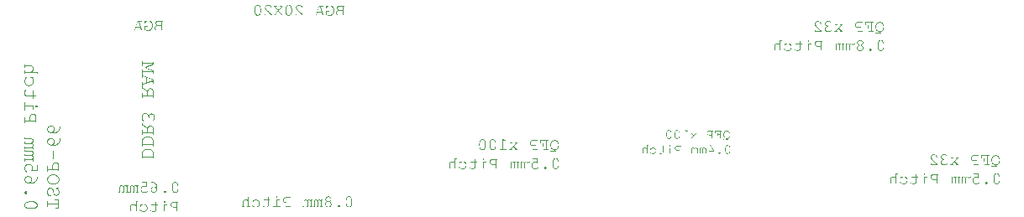
<source format=gbo>
G04*
G04 #@! TF.GenerationSoftware,Altium Limited,Altium Designer,19.0.14 (431)*
G04*
G04 Layer_Color=32896*
%FSLAX44Y44*%
%MOMM*%
G71*
G01*
G75*
G36*
X988877Y57408D02*
X987832D01*
Y59245D01*
X988877D01*
Y57408D01*
D02*
G37*
G36*
X967463Y55844D02*
X967763Y55807D01*
X968054Y55744D01*
X968318Y55680D01*
X968572Y55589D01*
X968809Y55489D01*
X969027Y55389D01*
X969218Y55289D01*
X969400Y55180D01*
X969554Y55080D01*
X969682Y54980D01*
X969800Y54898D01*
X969882Y54825D01*
X969945Y54762D01*
X969991Y54725D01*
X970000Y54716D01*
X970200Y54498D01*
X970373Y54271D01*
X970518Y54034D01*
X970655Y53789D01*
X970764Y53552D01*
X970855Y53316D01*
X970927Y53079D01*
X970982Y52861D01*
X971037Y52652D01*
X971064Y52461D01*
X971091Y52297D01*
X971109Y52152D01*
X971118Y52025D01*
X971127Y51934D01*
Y51906D01*
Y51879D01*
Y51870D01*
Y51861D01*
X971118Y51552D01*
X971082Y51261D01*
X971027Y50979D01*
X970955Y50715D01*
X970873Y50470D01*
X970782Y50242D01*
X970682Y50033D01*
X970573Y49842D01*
X970473Y49669D01*
X970373Y49515D01*
X970282Y49387D01*
X970200Y49278D01*
X970127Y49187D01*
X970073Y49133D01*
X970036Y49088D01*
X970027Y49078D01*
X969809Y48887D01*
X969591Y48715D01*
X969354Y48569D01*
X969118Y48451D01*
X968881Y48342D01*
X968645Y48251D01*
X968418Y48178D01*
X968199Y48124D01*
X967990Y48078D01*
X967799Y48042D01*
X967636Y48024D01*
X967481Y48005D01*
X967363Y47996D01*
X967272Y47987D01*
X967199D01*
X966890Y47996D01*
X966581Y48024D01*
X966290Y48069D01*
X966008Y48133D01*
X965735Y48196D01*
X965490Y48269D01*
X965253Y48351D01*
X965035Y48442D01*
X964835Y48524D01*
X964662Y48605D01*
X964508Y48678D01*
X964371Y48751D01*
X964271Y48806D01*
X964198Y48851D01*
X964153Y48878D01*
X964135Y48887D01*
X963980Y48987D01*
X963853Y49088D01*
X963735Y49178D01*
X963635Y49269D01*
X963553Y49351D01*
X963480Y49433D01*
X963426Y49497D01*
X963380Y49560D01*
X963344Y49624D01*
X963316Y49669D01*
X963280Y49751D01*
X963271Y49797D01*
Y49815D01*
Y49869D01*
X963289Y49915D01*
X963316Y49997D01*
X963353Y50042D01*
X963362Y50060D01*
X963371D01*
X963407Y50097D01*
X963453Y50115D01*
X963535Y50151D01*
X963562D01*
X963589Y50160D01*
X963616D01*
X963671Y50151D01*
X963726Y50133D01*
X963826Y50079D01*
X963862Y50042D01*
X963898Y50015D01*
X963916Y49997D01*
X963926Y49988D01*
X964189Y49751D01*
X964462Y49542D01*
X964717Y49378D01*
X964962Y49233D01*
X965071Y49178D01*
X965171Y49133D01*
X965262Y49088D01*
X965335Y49060D01*
X965399Y49033D01*
X965444Y49015D01*
X965471Y48997D01*
X965481D01*
X965799Y48896D01*
X966108Y48824D01*
X966390Y48769D01*
X966517Y48751D01*
X966645Y48733D01*
X966754Y48724D01*
X966854Y48715D01*
X966945Y48706D01*
X967017D01*
X967081Y48696D01*
X967163D01*
X967427Y48706D01*
X967681Y48733D01*
X967917Y48778D01*
X968145Y48833D01*
X968345Y48896D01*
X968545Y48978D01*
X968718Y49051D01*
X968881Y49142D01*
X969027Y49224D01*
X969154Y49306D01*
X969263Y49378D01*
X969354Y49451D01*
X969427Y49506D01*
X969473Y49551D01*
X969509Y49578D01*
X969518Y49588D01*
X969672Y49760D01*
X969818Y49942D01*
X969936Y50133D01*
X970036Y50324D01*
X970127Y50515D01*
X970200Y50706D01*
X970255Y50888D01*
X970309Y51070D01*
X970345Y51234D01*
X970373Y51388D01*
X970391Y51524D01*
X970400Y51643D01*
X970409Y51734D01*
X970418Y51806D01*
Y51852D01*
Y51870D01*
X970409Y52106D01*
X970382Y52343D01*
X970345Y52561D01*
X970291Y52770D01*
X970227Y52970D01*
X970154Y53161D01*
X970082Y53334D01*
X970009Y53498D01*
X969936Y53643D01*
X969854Y53770D01*
X969791Y53880D01*
X969727Y53980D01*
X969672Y54052D01*
X969636Y54107D01*
X969609Y54143D01*
X969600Y54152D01*
X969436Y54325D01*
X969263Y54480D01*
X969072Y54616D01*
X968881Y54725D01*
X968681Y54825D01*
X968481Y54898D01*
X968281Y54971D01*
X968090Y55016D01*
X967908Y55062D01*
X967736Y55089D01*
X967581Y55116D01*
X967454Y55125D01*
X967345Y55134D01*
X967263Y55143D01*
X967190D01*
X966963Y55134D01*
X966745Y55116D01*
X966544Y55089D01*
X966354Y55062D01*
X966172Y55016D01*
X966008Y54971D01*
X965863Y54925D01*
X965726Y54871D01*
X965599Y54816D01*
X965499Y54771D01*
X965408Y54725D01*
X965335Y54680D01*
X965271Y54653D01*
X965235Y54625D01*
X965208Y54607D01*
X965199Y54598D01*
X965062Y54498D01*
X964953Y54389D01*
X964844Y54289D01*
X964762Y54189D01*
X964680Y54089D01*
X964617Y53989D01*
X964562Y53898D01*
X964517Y53816D01*
X964453Y53661D01*
X964435Y53598D01*
X964417Y53543D01*
X964408Y53507D01*
X964398Y53470D01*
Y53452D01*
Y53443D01*
X964389Y53361D01*
X964380Y53298D01*
X964362Y53243D01*
X964344Y53198D01*
X964326Y53161D01*
X964317Y53134D01*
X964298Y53125D01*
Y53116D01*
X964217Y53061D01*
X964135Y53034D01*
X964108D01*
X964080Y53025D01*
X964053D01*
X963998Y53034D01*
X963944Y53043D01*
X963871Y53079D01*
X963817Y53116D01*
X963798Y53134D01*
X963762Y53179D01*
X963735Y53243D01*
X963707Y53361D01*
X963698Y53416D01*
X963689Y53461D01*
Y53498D01*
Y53507D01*
Y55107D01*
Y55198D01*
X963707Y55280D01*
X963726Y55344D01*
X963744Y55389D01*
X963762Y55434D01*
X963780Y55462D01*
X963789Y55471D01*
X963798Y55480D01*
X963835Y55516D01*
X963880Y55553D01*
X963962Y55580D01*
X963998Y55589D01*
X964026Y55598D01*
X964108D01*
X964153Y55580D01*
X964226Y55544D01*
X964280Y55507D01*
X964289Y55498D01*
X964298Y55489D01*
X964335Y55444D01*
X964353Y55389D01*
X964389Y55262D01*
Y55207D01*
X964398Y55162D01*
Y55125D01*
Y55116D01*
Y54880D01*
X964617Y55053D01*
X964835Y55198D01*
X965071Y55335D01*
X965299Y55444D01*
X965535Y55535D01*
X965762Y55616D01*
X965981Y55680D01*
X966190Y55735D01*
X966390Y55771D01*
X966572Y55798D01*
X966735Y55826D01*
X966872Y55835D01*
X966990Y55844D01*
X967072Y55853D01*
X967145D01*
X967463Y55844D01*
D02*
G37*
G36*
X1042864Y54162D02*
X1042846Y54043D01*
X1042818Y53952D01*
X1042791Y53898D01*
X1042773Y53889D01*
Y53880D01*
X1042736Y53843D01*
X1042700Y53825D01*
X1042618Y53789D01*
X1042582D01*
X1042554Y53780D01*
X1042527D01*
X1042482Y53789D01*
X1042418Y53798D01*
X1042300Y53843D01*
X1042245Y53871D01*
X1042200Y53889D01*
X1042163Y53898D01*
X1042154Y53907D01*
X1041945Y54007D01*
X1041736Y54098D01*
X1041536Y54180D01*
X1041336Y54252D01*
X1041145Y54307D01*
X1040954Y54352D01*
X1040781Y54389D01*
X1040618Y54425D01*
X1040472Y54453D01*
X1040336Y54471D01*
X1040218Y54480D01*
X1040118Y54489D01*
X1040036Y54498D01*
X1039927D01*
X1039726Y54489D01*
X1039536Y54471D01*
X1039354Y54434D01*
X1039190Y54380D01*
X1039026Y54325D01*
X1038881Y54261D01*
X1038745Y54198D01*
X1038617Y54134D01*
X1038508Y54061D01*
X1038417Y53998D01*
X1038326Y53934D01*
X1038262Y53880D01*
X1038208Y53834D01*
X1038172Y53798D01*
X1038144Y53770D01*
X1038135Y53761D01*
X1038008Y53616D01*
X1037899Y53470D01*
X1037808Y53316D01*
X1037726Y53152D01*
X1037653Y52989D01*
X1037599Y52825D01*
X1037553Y52670D01*
X1037517Y52525D01*
X1037490Y52379D01*
X1037462Y52243D01*
X1037444Y52125D01*
X1037435Y52025D01*
X1037426Y51943D01*
Y51879D01*
Y51843D01*
Y51824D01*
X1037435Y51570D01*
X1037462Y51324D01*
X1037499Y51088D01*
X1037553Y50879D01*
X1037617Y50679D01*
X1037681Y50488D01*
X1037762Y50315D01*
X1037835Y50160D01*
X1037908Y50024D01*
X1037981Y49906D01*
X1038053Y49806D01*
X1038117Y49715D01*
X1038172Y49651D01*
X1038208Y49597D01*
X1038235Y49569D01*
X1038244Y49560D01*
X1038399Y49415D01*
X1038572Y49278D01*
X1038735Y49169D01*
X1038908Y49069D01*
X1039081Y48987D01*
X1039254Y48924D01*
X1039426Y48869D01*
X1039581Y48824D01*
X1039736Y48787D01*
X1039872Y48760D01*
X1039990Y48742D01*
X1040099Y48724D01*
X1040190D01*
X1040254Y48715D01*
X1040309D01*
X1040590Y48733D01*
X1040863Y48769D01*
X1041127Y48824D01*
X1041382Y48906D01*
X1041627Y48987D01*
X1041854Y49088D01*
X1042073Y49197D01*
X1042273Y49315D01*
X1042455Y49424D01*
X1042618Y49533D01*
X1042755Y49633D01*
X1042873Y49724D01*
X1042973Y49797D01*
X1043046Y49851D01*
X1043082Y49897D01*
X1043100Y49906D01*
X1043155Y49960D01*
X1043209Y49997D01*
X1043264Y50024D01*
X1043309Y50042D01*
X1043346Y50051D01*
X1043373Y50061D01*
X1043446D01*
X1043491Y50042D01*
X1043573Y50006D01*
X1043618Y49970D01*
X1043627Y49960D01*
X1043637Y49951D01*
X1043673Y49906D01*
X1043691Y49869D01*
X1043728Y49788D01*
Y49751D01*
X1043737Y49724D01*
Y49706D01*
Y49697D01*
X1043718Y49624D01*
X1043682Y49542D01*
X1043637Y49460D01*
X1043573Y49388D01*
X1043518Y49324D01*
X1043464Y49269D01*
X1043428Y49233D01*
X1043418Y49224D01*
X1043209Y49060D01*
X1043000Y48906D01*
X1042800Y48778D01*
X1042618Y48660D01*
X1042455Y48569D01*
X1042391Y48533D01*
X1042327Y48506D01*
X1042282Y48487D01*
X1042245Y48469D01*
X1042227Y48451D01*
X1042218D01*
X1042045Y48369D01*
X1041863Y48306D01*
X1041691Y48242D01*
X1041518Y48196D01*
X1041191Y48115D01*
X1041045Y48087D01*
X1040900Y48060D01*
X1040763Y48042D01*
X1040645Y48033D01*
X1040545Y48024D01*
X1040454Y48014D01*
X1040381Y48005D01*
X1040281D01*
X1039999Y48014D01*
X1039736Y48051D01*
X1039481Y48105D01*
X1039236Y48169D01*
X1039017Y48251D01*
X1038808Y48333D01*
X1038608Y48433D01*
X1038435Y48533D01*
X1038281Y48624D01*
X1038135Y48724D01*
X1038017Y48806D01*
X1037917Y48887D01*
X1037835Y48951D01*
X1037781Y49006D01*
X1037744Y49042D01*
X1037735Y49051D01*
X1037553Y49251D01*
X1037399Y49469D01*
X1037262Y49697D01*
X1037144Y49924D01*
X1037044Y50151D01*
X1036962Y50379D01*
X1036899Y50597D01*
X1036844Y50815D01*
X1036798Y51015D01*
X1036771Y51197D01*
X1036744Y51361D01*
X1036735Y51506D01*
X1036726Y51624D01*
X1036717Y51715D01*
Y51770D01*
Y51779D01*
Y51788D01*
X1036726Y52070D01*
X1036753Y52334D01*
X1036798Y52588D01*
X1036862Y52825D01*
X1036926Y53043D01*
X1037008Y53243D01*
X1037089Y53434D01*
X1037171Y53598D01*
X1037253Y53752D01*
X1037335Y53889D01*
X1037417Y53998D01*
X1037480Y54089D01*
X1037544Y54162D01*
X1037590Y54216D01*
X1037617Y54252D01*
X1037626Y54261D01*
X1037799Y54425D01*
X1037981Y54571D01*
X1038163Y54698D01*
X1038354Y54807D01*
X1038544Y54898D01*
X1038726Y54980D01*
X1038908Y55044D01*
X1039081Y55089D01*
X1039245Y55125D01*
X1039390Y55162D01*
X1039527Y55180D01*
X1039636Y55189D01*
X1039736Y55198D01*
X1039799Y55207D01*
X1039863D01*
X1040063Y55198D01*
X1040254Y55189D01*
X1040436Y55162D01*
X1040609Y55144D01*
X1040754Y55116D01*
X1040809Y55107D01*
X1040863Y55089D01*
X1040909Y55080D01*
X1040936D01*
X1040954Y55071D01*
X1040963D01*
X1041181Y55016D01*
X1041391Y54962D01*
X1041591Y54898D01*
X1041773Y54834D01*
X1041927Y54780D01*
X1041991Y54752D01*
X1042045Y54734D01*
X1042091Y54716D01*
X1042127Y54698D01*
X1042145Y54689D01*
X1042154D01*
Y58181D01*
X1037908D01*
X1037817Y58190D01*
X1037744Y58199D01*
X1037681Y58217D01*
X1037626Y58235D01*
X1037590Y58253D01*
X1037562Y58263D01*
X1037553Y58281D01*
X1037544D01*
X1037508Y58317D01*
X1037471Y58362D01*
X1037444Y58444D01*
X1037435Y58472D01*
X1037426Y58499D01*
Y58517D01*
Y58526D01*
X1037435Y58581D01*
X1037444Y58635D01*
X1037480Y58708D01*
X1037526Y58763D01*
X1037535Y58781D01*
X1037544D01*
X1037590Y58817D01*
X1037644Y58844D01*
X1037762Y58881D01*
X1037817D01*
X1037862Y58890D01*
X1042864D01*
Y54162D01*
D02*
G37*
G36*
X1031388Y55844D02*
X1031552Y55807D01*
X1031715Y55762D01*
X1031879Y55698D01*
X1032034Y55626D01*
X1032188Y55544D01*
X1032325Y55462D01*
X1032461Y55371D01*
X1032579Y55280D01*
X1032688Y55198D01*
X1032788Y55116D01*
X1032870Y55044D01*
X1032934Y54980D01*
X1032989Y54934D01*
X1033016Y54898D01*
X1033025Y54889D01*
Y55598D01*
X1034416D01*
X1034498Y55580D01*
X1034562Y55571D01*
X1034607Y55553D01*
X1034652Y55535D01*
X1034680Y55516D01*
X1034689Y55507D01*
X1034698Y55498D01*
X1034734Y55462D01*
X1034762Y55416D01*
X1034789Y55335D01*
X1034798Y55298D01*
X1034807Y55271D01*
Y55253D01*
Y55244D01*
X1034798Y55189D01*
X1034789Y55135D01*
X1034753Y55062D01*
X1034716Y55007D01*
X1034698Y54998D01*
Y54989D01*
X1034652Y54953D01*
X1034589Y54934D01*
X1034471Y54898D01*
X1034416D01*
X1034371Y54889D01*
X1033734D01*
Y48969D01*
X1034416D01*
X1034498Y48951D01*
X1034562Y48942D01*
X1034607Y48924D01*
X1034652Y48906D01*
X1034680Y48887D01*
X1034689Y48878D01*
X1034698Y48869D01*
X1034734Y48833D01*
X1034762Y48787D01*
X1034789Y48706D01*
X1034798Y48669D01*
X1034807Y48642D01*
Y48624D01*
Y48615D01*
X1034798Y48560D01*
X1034789Y48506D01*
X1034753Y48433D01*
X1034716Y48378D01*
X1034698Y48369D01*
Y48360D01*
X1034652Y48324D01*
X1034589Y48306D01*
X1034471Y48269D01*
X1034416D01*
X1034371Y48260D01*
X1032434D01*
X1032343Y48269D01*
X1032270Y48278D01*
X1032206Y48296D01*
X1032152Y48315D01*
X1032115Y48333D01*
X1032088Y48342D01*
X1032079Y48360D01*
X1032070D01*
X1032034Y48396D01*
X1031997Y48442D01*
X1031970Y48524D01*
X1031961Y48560D01*
X1031952Y48587D01*
Y48605D01*
Y48615D01*
X1031961Y48669D01*
X1031970Y48724D01*
X1032006Y48797D01*
X1032052Y48851D01*
X1032061Y48869D01*
X1032070D01*
X1032115Y48906D01*
X1032170Y48924D01*
X1032288Y48960D01*
X1032343D01*
X1032388Y48969D01*
X1033025D01*
Y53698D01*
X1032916Y53852D01*
X1032816Y53989D01*
X1032716Y54125D01*
X1032616Y54243D01*
X1032525Y54352D01*
X1032434Y54443D01*
X1032352Y54534D01*
X1032270Y54607D01*
X1032197Y54680D01*
X1032134Y54734D01*
X1032079Y54780D01*
X1032034Y54825D01*
X1031997Y54853D01*
X1031970Y54871D01*
X1031952Y54889D01*
X1031943D01*
X1031806Y54971D01*
X1031670Y55034D01*
X1031543Y55080D01*
X1031433Y55116D01*
X1031333Y55135D01*
X1031261Y55144D01*
X1031197D01*
X1031042Y55125D01*
X1030906Y55089D01*
X1030770Y55025D01*
X1030661Y54962D01*
X1030570Y54889D01*
X1030497Y54825D01*
X1030461Y54789D01*
X1030442Y54771D01*
X1030333Y54625D01*
X1030251Y54471D01*
X1030188Y54307D01*
X1030151Y54162D01*
X1030124Y54034D01*
X1030115Y53925D01*
X1030106Y53889D01*
Y53861D01*
Y53843D01*
Y53834D01*
Y48260D01*
X1028806D01*
X1028715Y48269D01*
X1028642Y48278D01*
X1028578Y48296D01*
X1028524Y48315D01*
X1028487Y48333D01*
X1028460Y48342D01*
X1028451Y48360D01*
X1028442D01*
X1028406Y48396D01*
X1028369Y48442D01*
X1028342Y48524D01*
X1028333Y48560D01*
X1028324Y48587D01*
Y48605D01*
Y48615D01*
X1028333Y48669D01*
X1028342Y48724D01*
X1028378Y48797D01*
X1028424Y48851D01*
X1028433Y48869D01*
X1028442D01*
X1028487Y48906D01*
X1028542Y48924D01*
X1028660Y48960D01*
X1028715D01*
X1028760Y48969D01*
X1029397D01*
Y53698D01*
X1029297Y53852D01*
X1029197Y53989D01*
X1029097Y54125D01*
X1029006Y54234D01*
X1028924Y54343D01*
X1028842Y54434D01*
X1028769Y54516D01*
X1028697Y54589D01*
X1028633Y54653D01*
X1028578Y54707D01*
X1028533Y54752D01*
X1028487Y54789D01*
X1028460Y54807D01*
X1028433Y54825D01*
X1028424Y54844D01*
X1028415D01*
X1028251Y54943D01*
X1028096Y55016D01*
X1027960Y55071D01*
X1027833Y55107D01*
X1027733Y55125D01*
X1027651Y55144D01*
X1027587D01*
X1027432Y55125D01*
X1027278Y55089D01*
X1027151Y55025D01*
X1027032Y54962D01*
X1026942Y54898D01*
X1026869Y54834D01*
X1026832Y54798D01*
X1026814Y54780D01*
X1026705Y54643D01*
X1026623Y54489D01*
X1026560Y54343D01*
X1026523Y54198D01*
X1026496Y54071D01*
X1026487Y53970D01*
X1026478Y53934D01*
Y53907D01*
Y53889D01*
Y53880D01*
Y48260D01*
X1025177D01*
X1025087Y48269D01*
X1025014Y48278D01*
X1024950Y48296D01*
X1024895Y48315D01*
X1024859Y48333D01*
X1024832Y48342D01*
X1024823Y48360D01*
X1024814D01*
X1024777Y48396D01*
X1024741Y48442D01*
X1024714Y48524D01*
X1024705Y48560D01*
X1024696Y48587D01*
Y48605D01*
Y48615D01*
X1024705Y48669D01*
X1024714Y48724D01*
X1024750Y48797D01*
X1024796Y48851D01*
X1024805Y48869D01*
X1024814D01*
X1024859Y48906D01*
X1024914Y48924D01*
X1025032Y48960D01*
X1025087D01*
X1025132Y48969D01*
X1025769D01*
Y53943D01*
X1025778Y54089D01*
X1025796Y54225D01*
X1025823Y54362D01*
X1025859Y54489D01*
X1025959Y54725D01*
X1026069Y54934D01*
X1026132Y55025D01*
X1026187Y55107D01*
X1026232Y55180D01*
X1026278Y55244D01*
X1026323Y55289D01*
X1026350Y55325D01*
X1026369Y55344D01*
X1026378Y55353D01*
X1026469Y55444D01*
X1026560Y55516D01*
X1026660Y55589D01*
X1026760Y55644D01*
X1026969Y55735D01*
X1027169Y55789D01*
X1027342Y55826D01*
X1027414Y55835D01*
X1027487Y55844D01*
X1027542Y55853D01*
X1027614D01*
X1027796Y55844D01*
X1027978Y55807D01*
X1028142Y55762D01*
X1028287Y55707D01*
X1028415Y55653D01*
X1028515Y55607D01*
X1028551Y55589D01*
X1028578Y55571D01*
X1028587Y55562D01*
X1028596D01*
X1028778Y55444D01*
X1028951Y55298D01*
X1029115Y55153D01*
X1029260Y55016D01*
X1029388Y54880D01*
X1029479Y54780D01*
X1029515Y54734D01*
X1029542Y54707D01*
X1029551Y54689D01*
X1029560Y54680D01*
X1029669Y54889D01*
X1029788Y55071D01*
X1029906Y55216D01*
X1030015Y55344D01*
X1030115Y55434D01*
X1030188Y55507D01*
X1030242Y55553D01*
X1030251Y55562D01*
X1030260D01*
X1030415Y55662D01*
X1030579Y55735D01*
X1030742Y55780D01*
X1030888Y55816D01*
X1031024Y55835D01*
X1031124Y55853D01*
X1031215D01*
X1031388Y55844D01*
D02*
G37*
G36*
X1020985D02*
X1021149Y55807D01*
X1021313Y55762D01*
X1021477Y55698D01*
X1021631Y55626D01*
X1021786Y55544D01*
X1021922Y55462D01*
X1022058Y55371D01*
X1022177Y55280D01*
X1022286Y55198D01*
X1022386Y55116D01*
X1022468Y55044D01*
X1022531Y54980D01*
X1022586Y54934D01*
X1022613Y54898D01*
X1022622Y54889D01*
Y55598D01*
X1024014D01*
X1024095Y55580D01*
X1024159Y55571D01*
X1024204Y55553D01*
X1024250Y55535D01*
X1024277Y55516D01*
X1024286Y55507D01*
X1024295Y55498D01*
X1024332Y55462D01*
X1024359Y55416D01*
X1024386Y55335D01*
X1024395Y55298D01*
X1024405Y55271D01*
Y55253D01*
Y55244D01*
X1024395Y55189D01*
X1024386Y55135D01*
X1024350Y55062D01*
X1024314Y55007D01*
X1024295Y54998D01*
Y54989D01*
X1024250Y54953D01*
X1024186Y54934D01*
X1024068Y54898D01*
X1024014D01*
X1023968Y54889D01*
X1023332D01*
Y48969D01*
X1024014D01*
X1024095Y48951D01*
X1024159Y48942D01*
X1024204Y48924D01*
X1024250Y48906D01*
X1024277Y48887D01*
X1024286Y48878D01*
X1024295Y48869D01*
X1024332Y48833D01*
X1024359Y48787D01*
X1024386Y48706D01*
X1024395Y48669D01*
X1024405Y48642D01*
Y48624D01*
Y48615D01*
X1024395Y48560D01*
X1024386Y48506D01*
X1024350Y48433D01*
X1024314Y48378D01*
X1024295Y48369D01*
Y48360D01*
X1024250Y48324D01*
X1024186Y48306D01*
X1024068Y48269D01*
X1024014D01*
X1023968Y48260D01*
X1022031D01*
X1021940Y48269D01*
X1021868Y48278D01*
X1021804Y48296D01*
X1021749Y48315D01*
X1021713Y48333D01*
X1021686Y48342D01*
X1021676Y48360D01*
X1021667D01*
X1021631Y48396D01*
X1021595Y48442D01*
X1021567Y48524D01*
X1021558Y48560D01*
X1021549Y48587D01*
Y48605D01*
Y48615D01*
X1021558Y48669D01*
X1021567Y48724D01*
X1021604Y48797D01*
X1021649Y48851D01*
X1021658Y48869D01*
X1021667D01*
X1021713Y48906D01*
X1021768Y48924D01*
X1021886Y48960D01*
X1021940D01*
X1021986Y48969D01*
X1022622D01*
Y53698D01*
X1022513Y53852D01*
X1022413Y53989D01*
X1022313Y54125D01*
X1022213Y54243D01*
X1022122Y54352D01*
X1022031Y54443D01*
X1021949Y54534D01*
X1021868Y54607D01*
X1021795Y54680D01*
X1021731Y54734D01*
X1021676Y54780D01*
X1021631Y54825D01*
X1021595Y54853D01*
X1021567Y54871D01*
X1021549Y54889D01*
X1021540D01*
X1021404Y54971D01*
X1021267Y55034D01*
X1021140Y55080D01*
X1021031Y55116D01*
X1020931Y55135D01*
X1020858Y55144D01*
X1020795D01*
X1020640Y55125D01*
X1020503Y55089D01*
X1020367Y55025D01*
X1020258Y54962D01*
X1020167Y54889D01*
X1020094Y54825D01*
X1020058Y54789D01*
X1020040Y54771D01*
X1019931Y54625D01*
X1019849Y54471D01*
X1019785Y54307D01*
X1019749Y54162D01*
X1019722Y54034D01*
X1019712Y53925D01*
X1019703Y53889D01*
Y53861D01*
Y53843D01*
Y53834D01*
Y48260D01*
X1018403D01*
X1018312Y48269D01*
X1018239Y48278D01*
X1018176Y48296D01*
X1018121Y48315D01*
X1018085Y48333D01*
X1018057Y48342D01*
X1018048Y48360D01*
X1018039D01*
X1018003Y48396D01*
X1017967Y48442D01*
X1017939Y48524D01*
X1017930Y48560D01*
X1017921Y48587D01*
Y48605D01*
Y48615D01*
X1017930Y48669D01*
X1017939Y48724D01*
X1017976Y48797D01*
X1018021Y48851D01*
X1018030Y48869D01*
X1018039D01*
X1018085Y48906D01*
X1018139Y48924D01*
X1018258Y48960D01*
X1018312D01*
X1018357Y48969D01*
X1018994D01*
Y53698D01*
X1018894Y53852D01*
X1018794Y53989D01*
X1018694Y54125D01*
X1018603Y54234D01*
X1018521Y54343D01*
X1018439Y54434D01*
X1018367Y54516D01*
X1018294Y54589D01*
X1018230Y54653D01*
X1018176Y54707D01*
X1018130Y54752D01*
X1018085Y54789D01*
X1018057Y54807D01*
X1018030Y54825D01*
X1018021Y54844D01*
X1018012D01*
X1017848Y54943D01*
X1017694Y55016D01*
X1017557Y55071D01*
X1017430Y55107D01*
X1017330Y55125D01*
X1017248Y55144D01*
X1017185D01*
X1017030Y55125D01*
X1016875Y55089D01*
X1016748Y55025D01*
X1016630Y54962D01*
X1016539Y54898D01*
X1016466Y54834D01*
X1016430Y54798D01*
X1016412Y54780D01*
X1016302Y54643D01*
X1016221Y54489D01*
X1016157Y54343D01*
X1016121Y54198D01*
X1016093Y54071D01*
X1016084Y53970D01*
X1016075Y53934D01*
Y53907D01*
Y53889D01*
Y53880D01*
Y48260D01*
X1014775D01*
X1014684Y48269D01*
X1014611Y48278D01*
X1014548Y48296D01*
X1014493Y48315D01*
X1014456Y48333D01*
X1014429Y48342D01*
X1014420Y48360D01*
X1014411D01*
X1014375Y48396D01*
X1014338Y48442D01*
X1014311Y48524D01*
X1014302Y48560D01*
X1014293Y48587D01*
Y48605D01*
Y48615D01*
X1014302Y48669D01*
X1014311Y48724D01*
X1014347Y48797D01*
X1014393Y48851D01*
X1014402Y48869D01*
X1014411D01*
X1014456Y48906D01*
X1014511Y48924D01*
X1014629Y48960D01*
X1014684D01*
X1014729Y48969D01*
X1015366D01*
Y53943D01*
X1015375Y54089D01*
X1015393Y54225D01*
X1015420Y54362D01*
X1015457Y54489D01*
X1015557Y54725D01*
X1015666Y54934D01*
X1015730Y55025D01*
X1015784Y55107D01*
X1015830Y55180D01*
X1015875Y55244D01*
X1015920Y55289D01*
X1015948Y55325D01*
X1015966Y55344D01*
X1015975Y55353D01*
X1016066Y55444D01*
X1016157Y55516D01*
X1016257Y55589D01*
X1016357Y55644D01*
X1016566Y55735D01*
X1016766Y55789D01*
X1016939Y55826D01*
X1017012Y55835D01*
X1017085Y55844D01*
X1017139Y55853D01*
X1017212D01*
X1017394Y55844D01*
X1017576Y55807D01*
X1017739Y55762D01*
X1017885Y55707D01*
X1018012Y55653D01*
X1018112Y55607D01*
X1018148Y55589D01*
X1018176Y55571D01*
X1018185Y55562D01*
X1018194D01*
X1018376Y55444D01*
X1018549Y55298D01*
X1018712Y55153D01*
X1018858Y55016D01*
X1018985Y54880D01*
X1019076Y54780D01*
X1019112Y54734D01*
X1019139Y54707D01*
X1019149Y54689D01*
X1019158Y54680D01*
X1019267Y54889D01*
X1019385Y55071D01*
X1019503Y55216D01*
X1019612Y55344D01*
X1019712Y55434D01*
X1019785Y55507D01*
X1019840Y55553D01*
X1019849Y55562D01*
X1019858D01*
X1020013Y55662D01*
X1020176Y55735D01*
X1020340Y55780D01*
X1020485Y55816D01*
X1020622Y55835D01*
X1020722Y55853D01*
X1020813D01*
X1020985Y55844D01*
D02*
G37*
G36*
X961134Y58872D02*
X961198Y58854D01*
X961243Y58835D01*
X961289Y58817D01*
X961316Y58799D01*
X961325Y58790D01*
X961334Y58781D01*
X961370Y58744D01*
X961398Y58699D01*
X961425Y58617D01*
X961434Y58581D01*
X961443Y58554D01*
Y58535D01*
Y58526D01*
X961434Y58472D01*
X961425Y58417D01*
X961389Y58344D01*
X961352Y58290D01*
X961334Y58281D01*
Y58272D01*
X961289Y58244D01*
X961225Y58217D01*
X961107Y58190D01*
X961052D01*
X961007Y58181D01*
X960016D01*
Y48969D01*
X960898D01*
X960979Y48951D01*
X961043Y48942D01*
X961089Y48924D01*
X961134Y48906D01*
X961161Y48887D01*
X961170Y48878D01*
X961180Y48869D01*
X961216Y48833D01*
X961243Y48787D01*
X961270Y48706D01*
X961280Y48669D01*
X961289Y48642D01*
Y48624D01*
Y48615D01*
X961280Y48560D01*
X961270Y48506D01*
X961234Y48433D01*
X961198Y48378D01*
X961180Y48369D01*
Y48360D01*
X961134Y48324D01*
X961070Y48305D01*
X960952Y48269D01*
X960898D01*
X960852Y48260D01*
X958515D01*
X958424Y48269D01*
X958352Y48278D01*
X958288Y48296D01*
X958233Y48314D01*
X958197Y48333D01*
X958170Y48342D01*
X958160Y48360D01*
X958151D01*
X958115Y48396D01*
X958079Y48442D01*
X958051Y48524D01*
X958042Y48560D01*
X958033Y48587D01*
Y48605D01*
Y48615D01*
X958042Y48669D01*
X958051Y48724D01*
X958088Y48797D01*
X958133Y48851D01*
X958142Y48869D01*
X958151D01*
X958197Y48906D01*
X958251Y48924D01*
X958370Y48960D01*
X958424D01*
X958470Y48969D01*
X959306D01*
Y53479D01*
X959143Y53661D01*
X958988Y53825D01*
X958852Y53970D01*
X958715Y54107D01*
X958597Y54225D01*
X958488Y54325D01*
X958397Y54416D01*
X958306Y54498D01*
X958233Y54571D01*
X958170Y54625D01*
X958115Y54671D01*
X958070Y54707D01*
X958042Y54734D01*
X958015Y54752D01*
X957997Y54762D01*
X957779Y54889D01*
X957560Y54980D01*
X957333Y55053D01*
X957124Y55098D01*
X957033Y55116D01*
X956942Y55125D01*
X956869Y55134D01*
X956797D01*
X956742Y55143D01*
X956669D01*
X956487Y55134D01*
X956315Y55125D01*
X956160Y55098D01*
X956005Y55062D01*
X955869Y55025D01*
X955742Y54980D01*
X955633Y54934D01*
X955524Y54889D01*
X955433Y54834D01*
X955351Y54789D01*
X955278Y54743D01*
X955223Y54707D01*
X955178Y54671D01*
X955151Y54643D01*
X955133Y54634D01*
X955123Y54625D01*
X955023Y54525D01*
X954941Y54425D01*
X954869Y54316D01*
X954805Y54207D01*
X954751Y54098D01*
X954705Y53989D01*
X954641Y53789D01*
X954596Y53607D01*
X954587Y53525D01*
X954578Y53461D01*
X954569Y53407D01*
Y53370D01*
Y53343D01*
Y53334D01*
Y48969D01*
X955451D01*
X955533Y48951D01*
X955596Y48942D01*
X955642Y48924D01*
X955687Y48906D01*
X955714Y48887D01*
X955724Y48878D01*
X955733Y48869D01*
X955769Y48833D01*
X955796Y48787D01*
X955824Y48706D01*
X955833Y48669D01*
X955842Y48642D01*
Y48624D01*
Y48615D01*
X955833Y48560D01*
X955824Y48506D01*
X955787Y48433D01*
X955751Y48378D01*
X955733Y48369D01*
Y48360D01*
X955687Y48324D01*
X955623Y48305D01*
X955505Y48269D01*
X955451D01*
X955405Y48260D01*
X953068D01*
X952977Y48269D01*
X952896Y48278D01*
X952832Y48296D01*
X952786Y48314D01*
X952741Y48333D01*
X952714Y48342D01*
X952705Y48360D01*
X952695D01*
X952659Y48396D01*
X952632Y48442D01*
X952596Y48524D01*
Y48560D01*
X952586Y48587D01*
Y48605D01*
Y48615D01*
Y48669D01*
X952605Y48724D01*
X952641Y48797D01*
X952677Y48851D01*
X952686Y48869D01*
X952695D01*
X952741Y48906D01*
X952796Y48924D01*
X952923Y48960D01*
X952977D01*
X953023Y48969D01*
X953859D01*
Y53379D01*
Y53507D01*
X953878Y53625D01*
X953923Y53861D01*
X953987Y54080D01*
X954050Y54271D01*
X954087Y54352D01*
X954123Y54425D01*
X954159Y54489D01*
X954187Y54552D01*
X954214Y54589D01*
X954232Y54625D01*
X954241Y54643D01*
X954250Y54653D01*
X954405Y54871D01*
X954569Y55053D01*
X954732Y55207D01*
X954887Y55335D01*
X955014Y55425D01*
X955078Y55471D01*
X955123Y55498D01*
X955169Y55525D01*
X955196Y55544D01*
X955214Y55553D01*
X955223D01*
X955451Y55653D01*
X955687Y55725D01*
X955915Y55780D01*
X956142Y55816D01*
X956242Y55826D01*
X956333Y55835D01*
X956415Y55844D01*
X956487Y55853D01*
X956624D01*
X956906Y55844D01*
X957169Y55807D01*
X957406Y55753D01*
X957606Y55698D01*
X957697Y55671D01*
X957779Y55644D01*
X957851Y55616D01*
X957906Y55589D01*
X957951Y55571D01*
X957988Y55553D01*
X958006Y55544D01*
X958015D01*
X958133Y55480D01*
X958251Y55416D01*
X958479Y55253D01*
X958697Y55089D01*
X958888Y54916D01*
X958979Y54834D01*
X959061Y54762D01*
X959134Y54698D01*
X959188Y54634D01*
X959243Y54589D01*
X959279Y54552D01*
X959297Y54525D01*
X959306Y54516D01*
Y58890D01*
X961052D01*
X961134Y58872D01*
D02*
G37*
G36*
X979666Y58172D02*
X979711Y58162D01*
X979784Y58126D01*
X979839Y58081D01*
X979848Y58071D01*
X979857Y58062D01*
X979893Y58017D01*
X979911Y57962D01*
X979948Y57844D01*
Y57790D01*
X979957Y57744D01*
Y57708D01*
Y57699D01*
Y55598D01*
X981357D01*
X981430Y55580D01*
X981494Y55562D01*
X981539Y55544D01*
X981585Y55525D01*
X981612Y55507D01*
X981621Y55498D01*
X981630Y55489D01*
X981666Y55453D01*
X981694Y55407D01*
X981721Y55325D01*
X981730Y55298D01*
X981739Y55271D01*
Y55253D01*
Y55244D01*
X981730Y55189D01*
X981721Y55134D01*
X981685Y55062D01*
X981648Y55007D01*
X981630Y54998D01*
Y54989D01*
X981585Y54953D01*
X981530Y54934D01*
X981403Y54898D01*
X981348D01*
X981312Y54889D01*
X979957D01*
Y50142D01*
X979948Y49960D01*
X979930Y49788D01*
X979893Y49633D01*
X979839Y49479D01*
X979784Y49342D01*
X979730Y49206D01*
X979657Y49088D01*
X979593Y48987D01*
X979530Y48887D01*
X979457Y48806D01*
X979402Y48733D01*
X979339Y48678D01*
X979293Y48633D01*
X979257Y48596D01*
X979239Y48578D01*
X979230Y48569D01*
X979084Y48469D01*
X978929Y48378D01*
X978775Y48296D01*
X978611Y48233D01*
X978447Y48178D01*
X978275Y48133D01*
X977965Y48060D01*
X977811Y48033D01*
X977684Y48014D01*
X977556Y48005D01*
X977456Y47996D01*
X977365Y47987D01*
X977247D01*
X976892Y48005D01*
X976538Y48042D01*
X976201Y48087D01*
X976047Y48115D01*
X975892Y48151D01*
X975756Y48178D01*
X975638Y48205D01*
X975529Y48233D01*
X975438Y48260D01*
X975356Y48278D01*
X975301Y48296D01*
X975265Y48305D01*
X975256D01*
X975065Y48369D01*
X974901Y48424D01*
X974746Y48487D01*
X974610Y48542D01*
X974492Y48596D01*
X974383Y48642D01*
X974292Y48687D01*
X974210Y48733D01*
X974137Y48769D01*
X974083Y48806D01*
X974037Y48842D01*
X974001Y48869D01*
X973974Y48887D01*
X973955Y48906D01*
X973946Y48915D01*
X973910Y48960D01*
X973874Y48997D01*
X973846Y49078D01*
X973828Y49133D01*
Y49142D01*
Y49151D01*
Y49197D01*
X973846Y49251D01*
X973883Y49324D01*
X973919Y49378D01*
X973928Y49387D01*
X973937Y49397D01*
X973974Y49433D01*
X974019Y49460D01*
X974092Y49497D01*
X974146Y49506D01*
X974219D01*
X974265Y49488D01*
X974346Y49451D01*
X974392Y49433D01*
X974419Y49415D01*
X974437Y49406D01*
X974446Y49397D01*
X974637Y49297D01*
X974847Y49206D01*
X975065Y49124D01*
X975274Y49051D01*
X975465Y48987D01*
X975547Y48969D01*
X975620Y48942D01*
X975674Y48924D01*
X975720Y48915D01*
X975747Y48906D01*
X975756D01*
X976065Y48833D01*
X976347Y48787D01*
X976620Y48751D01*
X976738Y48733D01*
X976847Y48724D01*
X976947Y48715D01*
X977038Y48706D01*
X977120D01*
X977184Y48696D01*
X977311D01*
X977484Y48706D01*
X977647Y48715D01*
X977802Y48733D01*
X977938Y48760D01*
X978066Y48787D01*
X978184Y48824D01*
X978293Y48860D01*
X978393Y48906D01*
X978475Y48942D01*
X978548Y48978D01*
X978611Y49015D01*
X978666Y49042D01*
X978702Y49069D01*
X978729Y49088D01*
X978747Y49106D01*
X978757D01*
X978839Y49187D01*
X978920Y49269D01*
X978984Y49360D01*
X979038Y49442D01*
X979129Y49615D01*
X979184Y49778D01*
X979220Y49924D01*
X979230Y49988D01*
X979239Y50042D01*
X979248Y50079D01*
Y50115D01*
Y50133D01*
Y50142D01*
Y54889D01*
X975392D01*
X975301Y54898D01*
X975229Y54907D01*
X975165Y54925D01*
X975110Y54943D01*
X975074Y54962D01*
X975047Y54971D01*
X975038Y54989D01*
X975028D01*
X974992Y55025D01*
X974956Y55071D01*
X974928Y55153D01*
X974919Y55180D01*
X974910Y55207D01*
Y55225D01*
Y55234D01*
X974919Y55289D01*
X974928Y55344D01*
X974965Y55416D01*
X975010Y55471D01*
X975019Y55489D01*
X975028D01*
X975074Y55525D01*
X975128Y55553D01*
X975247Y55589D01*
X975301D01*
X975347Y55598D01*
X979248D01*
Y57699D01*
Y57790D01*
X979266Y57862D01*
X979284Y57926D01*
X979302Y57981D01*
X979320Y58017D01*
X979339Y58044D01*
X979348Y58053D01*
X979357Y58062D01*
X979393Y58099D01*
X979439Y58135D01*
X979520Y58162D01*
X979557Y58172D01*
X979584Y58181D01*
X979611D01*
X979666Y58172D01*
D02*
G37*
G36*
X1001953Y58153D02*
X1002017Y58144D01*
X1002063Y58126D01*
X1002108Y58108D01*
X1002135Y58090D01*
X1002144Y58081D01*
X1002153Y58072D01*
X1002190Y58035D01*
X1002217Y57990D01*
X1002244Y57908D01*
X1002253Y57871D01*
X1002263Y57844D01*
Y57826D01*
Y57817D01*
X1002253Y57762D01*
X1002244Y57708D01*
X1002208Y57626D01*
X1002172Y57571D01*
X1002153Y57562D01*
Y57553D01*
X1002108Y57526D01*
X1002044Y57499D01*
X1001926Y57471D01*
X1001872D01*
X1001826Y57462D01*
X1000835D01*
Y48969D01*
X1001872D01*
X1001953Y48951D01*
X1002017Y48942D01*
X1002063Y48924D01*
X1002108Y48906D01*
X1002135Y48887D01*
X1002144Y48878D01*
X1002153Y48869D01*
X1002190Y48833D01*
X1002217Y48787D01*
X1002244Y48706D01*
X1002253Y48669D01*
X1002263Y48642D01*
Y48624D01*
Y48615D01*
X1002253Y48560D01*
X1002244Y48506D01*
X1002208Y48433D01*
X1002172Y48378D01*
X1002153Y48369D01*
Y48360D01*
X1002108Y48324D01*
X1002044Y48306D01*
X1001926Y48269D01*
X1001872D01*
X1001826Y48260D01*
X997698D01*
X997607Y48269D01*
X997534Y48278D01*
X997470Y48296D01*
X997416Y48315D01*
X997380Y48333D01*
X997352Y48342D01*
X997343Y48360D01*
X997334D01*
X997298Y48396D01*
X997261Y48442D01*
X997234Y48524D01*
X997225Y48560D01*
X997216Y48587D01*
Y48605D01*
Y48615D01*
X997225Y48669D01*
X997234Y48724D01*
X997270Y48797D01*
X997316Y48851D01*
X997325Y48869D01*
X997334D01*
X997380Y48906D01*
X997434Y48924D01*
X997552Y48960D01*
X997607D01*
X997652Y48969D01*
X1000126D01*
Y52325D01*
X997907D01*
X997643Y52334D01*
X997407Y52352D01*
X997198Y52370D01*
X997016Y52407D01*
X996943Y52416D01*
X996879Y52434D01*
X996816Y52443D01*
X996770Y52452D01*
X996734Y52461D01*
X996697Y52470D01*
X996688Y52479D01*
X996679D01*
X996434Y52570D01*
X996188Y52679D01*
X995970Y52797D01*
X995770Y52916D01*
X995688Y52961D01*
X995606Y53016D01*
X995534Y53061D01*
X995479Y53098D01*
X995434Y53134D01*
X995397Y53161D01*
X995379Y53170D01*
X995370Y53179D01*
X995215Y53307D01*
X995079Y53443D01*
X994961Y53589D01*
X994852Y53725D01*
X994770Y53843D01*
X994706Y53943D01*
X994679Y53980D01*
X994661Y54007D01*
X994652Y54025D01*
Y54034D01*
X994551Y54243D01*
X994470Y54462D01*
X994415Y54671D01*
X994379Y54862D01*
X994361Y55034D01*
X994352Y55107D01*
X994342Y55162D01*
Y55216D01*
Y55253D01*
Y55271D01*
Y55280D01*
X994352Y55489D01*
X994379Y55698D01*
X994424Y55898D01*
X994488Y56080D01*
X994561Y56262D01*
X994633Y56426D01*
X994715Y56580D01*
X994806Y56726D01*
X994888Y56853D01*
X994979Y56962D01*
X995052Y57062D01*
X995124Y57144D01*
X995188Y57208D01*
X995234Y57262D01*
X995261Y57290D01*
X995270Y57299D01*
X995452Y57453D01*
X995643Y57590D01*
X995834Y57708D01*
X996034Y57808D01*
X996234Y57890D01*
X996434Y57962D01*
X996625Y58017D01*
X996816Y58063D01*
X996989Y58099D01*
X997152Y58126D01*
X997298Y58144D01*
X997416Y58162D01*
X997516D01*
X997598Y58172D01*
X1001872D01*
X1001953Y58153D01*
D02*
G37*
G36*
X990760Y55580D02*
X990823Y55562D01*
X990869Y55544D01*
X990914Y55525D01*
X990941Y55507D01*
X990951Y55498D01*
X990960Y55489D01*
X990996Y55453D01*
X991023Y55407D01*
X991051Y55325D01*
X991060Y55289D01*
X991069Y55262D01*
Y55244D01*
Y55234D01*
X991060Y55180D01*
X991051Y55134D01*
X991014Y55062D01*
X990978Y55007D01*
X990960Y54998D01*
Y54989D01*
X990905Y54953D01*
X990851Y54934D01*
X990732Y54898D01*
X990678D01*
X990632Y54889D01*
X988514D01*
Y48969D01*
X991396D01*
X991469Y48951D01*
X991533Y48942D01*
X991578Y48924D01*
X991624Y48906D01*
X991651Y48887D01*
X991660Y48878D01*
X991669Y48869D01*
X991705Y48833D01*
X991733Y48787D01*
X991760Y48706D01*
X991769Y48669D01*
X991778Y48642D01*
Y48624D01*
Y48615D01*
X991769Y48560D01*
X991760Y48506D01*
X991723Y48433D01*
X991687Y48378D01*
X991669Y48369D01*
Y48360D01*
X991624Y48324D01*
X991569Y48305D01*
X991442Y48269D01*
X991387D01*
X991351Y48260D01*
X985022D01*
X984931Y48269D01*
X984858Y48278D01*
X984794Y48296D01*
X984740Y48314D01*
X984704Y48333D01*
X984676Y48342D01*
X984667Y48360D01*
X984658D01*
X984622Y48396D01*
X984585Y48442D01*
X984558Y48524D01*
X984549Y48560D01*
X984540Y48587D01*
Y48605D01*
Y48615D01*
X984549Y48669D01*
X984558Y48724D01*
X984594Y48797D01*
X984640Y48851D01*
X984649Y48869D01*
X984658D01*
X984704Y48906D01*
X984758Y48924D01*
X984876Y48960D01*
X984931D01*
X984976Y48969D01*
X987804D01*
Y55598D01*
X990678D01*
X990760Y55580D01*
D02*
G37*
G36*
X1061250Y59135D02*
X1061478Y59099D01*
X1061696Y59044D01*
X1061896Y58981D01*
X1062087Y58899D01*
X1062269Y58808D01*
X1062432Y58717D01*
X1062578Y58617D01*
X1062714Y58517D01*
X1062832Y58426D01*
X1062932Y58335D01*
X1063014Y58253D01*
X1063078Y58190D01*
X1063132Y58135D01*
X1063160Y58099D01*
X1063169Y58090D01*
X1063360Y57826D01*
X1063532Y57553D01*
X1063678Y57253D01*
X1063796Y56953D01*
X1063905Y56653D01*
X1063996Y56353D01*
X1064069Y56053D01*
X1064124Y55762D01*
X1064169Y55498D01*
X1064205Y55244D01*
X1064224Y55016D01*
X1064242Y54825D01*
X1064251Y54743D01*
Y54662D01*
X1064260Y54598D01*
Y54543D01*
Y54498D01*
Y54471D01*
Y54453D01*
Y54443D01*
Y52688D01*
X1064251Y52334D01*
X1064233Y52016D01*
X1064214Y51861D01*
X1064196Y51725D01*
X1064178Y51588D01*
X1064160Y51470D01*
X1064151Y51361D01*
X1064133Y51261D01*
X1064115Y51179D01*
X1064096Y51106D01*
X1064087Y51052D01*
X1064078Y51015D01*
X1064069Y50988D01*
Y50979D01*
X1064015Y50788D01*
X1063951Y50588D01*
X1063878Y50397D01*
X1063814Y50224D01*
X1063751Y50079D01*
X1063724Y50015D01*
X1063696Y49960D01*
X1063678Y49915D01*
X1063660Y49879D01*
X1063651Y49860D01*
Y49851D01*
X1063542Y49633D01*
X1063442Y49451D01*
X1063351Y49297D01*
X1063269Y49169D01*
X1063205Y49069D01*
X1063160Y49006D01*
X1063123Y48960D01*
X1063114Y48951D01*
X1062960Y48787D01*
X1062805Y48651D01*
X1062641Y48533D01*
X1062496Y48433D01*
X1062369Y48351D01*
X1062260Y48296D01*
X1062223Y48278D01*
X1062196Y48260D01*
X1062178Y48251D01*
X1062169D01*
X1061959Y48169D01*
X1061750Y48105D01*
X1061550Y48069D01*
X1061368Y48033D01*
X1061214Y48014D01*
X1061150D01*
X1061096Y48005D01*
X1060986D01*
X1060750Y48014D01*
X1060523Y48051D01*
X1060304Y48105D01*
X1060104Y48169D01*
X1059913Y48251D01*
X1059732Y48333D01*
X1059568Y48433D01*
X1059422Y48533D01*
X1059286Y48624D01*
X1059168Y48724D01*
X1059068Y48806D01*
X1058986Y48887D01*
X1058922Y48951D01*
X1058868Y49006D01*
X1058840Y49042D01*
X1058831Y49051D01*
X1058640Y49315D01*
X1058468Y49588D01*
X1058322Y49888D01*
X1058195Y50188D01*
X1058086Y50488D01*
X1058004Y50788D01*
X1057931Y51088D01*
X1057868Y51370D01*
X1057822Y51643D01*
X1057786Y51888D01*
X1057767Y52116D01*
X1057749Y52306D01*
X1057740Y52388D01*
Y52470D01*
X1057731Y52534D01*
Y52588D01*
Y52634D01*
Y52661D01*
Y52679D01*
Y52688D01*
Y54443D01*
X1057740Y54798D01*
X1057758Y55125D01*
X1057776Y55280D01*
X1057795Y55416D01*
X1057813Y55553D01*
X1057822Y55671D01*
X1057840Y55780D01*
X1057858Y55880D01*
X1057877Y55962D01*
X1057895Y56035D01*
X1057904Y56089D01*
X1057913Y56126D01*
X1057922Y56153D01*
Y56162D01*
X1057977Y56353D01*
X1058049Y56544D01*
X1058113Y56735D01*
X1058186Y56908D01*
X1058249Y57062D01*
X1058277Y57126D01*
X1058304Y57180D01*
X1058322Y57217D01*
X1058340Y57253D01*
X1058349Y57271D01*
Y57281D01*
X1058449Y57499D01*
X1058549Y57690D01*
X1058640Y57844D01*
X1058722Y57972D01*
X1058786Y58072D01*
X1058840Y58135D01*
X1058877Y58181D01*
X1058886Y58190D01*
X1059041Y58354D01*
X1059195Y58490D01*
X1059359Y58608D01*
X1059504Y58708D01*
X1059632Y58790D01*
X1059741Y58844D01*
X1059777Y58863D01*
X1059804Y58881D01*
X1059822Y58890D01*
X1059832D01*
X1060041Y58972D01*
X1060250Y59035D01*
X1060441Y59081D01*
X1060623Y59117D01*
X1060786Y59135D01*
X1060850D01*
X1060905Y59145D01*
X1061014D01*
X1061250Y59135D01*
D02*
G37*
G36*
X1050911Y50279D02*
X1051066Y50242D01*
X1051211Y50188D01*
X1051329Y50133D01*
X1051420Y50069D01*
X1051493Y50015D01*
X1051539Y49979D01*
X1051557Y49960D01*
X1051666Y49833D01*
X1051748Y49697D01*
X1051811Y49560D01*
X1051848Y49433D01*
X1051875Y49315D01*
X1051884Y49224D01*
X1051893Y49187D01*
Y49160D01*
Y49151D01*
Y49142D01*
X1051875Y48969D01*
X1051839Y48815D01*
X1051784Y48678D01*
X1051721Y48560D01*
X1051666Y48460D01*
X1051611Y48396D01*
X1051575Y48351D01*
X1051557Y48333D01*
X1051430Y48224D01*
X1051284Y48142D01*
X1051157Y48087D01*
X1051029Y48051D01*
X1050911Y48024D01*
X1050829Y48014D01*
X1050793Y48005D01*
X1050438D01*
X1050275Y48024D01*
X1050120Y48060D01*
X1049975Y48105D01*
X1049856Y48169D01*
X1049765Y48233D01*
X1049693Y48278D01*
X1049647Y48315D01*
X1049629Y48333D01*
X1049511Y48460D01*
X1049429Y48596D01*
X1049365Y48733D01*
X1049329Y48869D01*
X1049302Y48978D01*
X1049293Y49069D01*
X1049284Y49106D01*
Y49133D01*
Y49142D01*
Y49151D01*
X1049302Y49324D01*
X1049338Y49479D01*
X1049393Y49615D01*
X1049456Y49733D01*
X1049520Y49833D01*
X1049575Y49897D01*
X1049611Y49942D01*
X1049629Y49960D01*
X1049756Y50069D01*
X1049893Y50151D01*
X1050029Y50215D01*
X1050156Y50251D01*
X1050275Y50279D01*
X1050357Y50288D01*
X1050393Y50297D01*
X1050748D01*
X1050911Y50279D01*
D02*
G37*
G36*
X199881Y171871D02*
X199947Y171860D01*
X200034Y171816D01*
X200100Y171761D01*
X200122Y171751D01*
Y171740D01*
X200166Y171685D01*
X200187Y171619D01*
X200231Y171477D01*
Y171412D01*
X200242Y171357D01*
Y170593D01*
X210443D01*
Y171237D01*
X210465Y171325D01*
X210476Y171401D01*
X210498Y171467D01*
X210520Y171510D01*
X210530Y171543D01*
X210552Y171554D01*
Y171565D01*
X210596Y171609D01*
X210651Y171652D01*
X210760Y171685D01*
X210804Y171696D01*
X210836Y171707D01*
X210858D01*
X210869D01*
X210935Y171696D01*
X211000Y171685D01*
X211087Y171641D01*
X211153Y171587D01*
X211175Y171576D01*
Y171565D01*
X211218Y171510D01*
X211240Y171445D01*
X211284Y171303D01*
Y171237D01*
X211295Y171182D01*
Y169009D01*
X203923Y165842D01*
X211295Y162609D01*
Y160413D01*
X211273Y160315D01*
X211262Y160239D01*
X211240Y160184D01*
X211218Y160130D01*
X211197Y160097D01*
X211186Y160086D01*
X211175Y160075D01*
X211131Y160031D01*
X211077Y159998D01*
X210978Y159966D01*
X210935Y159955D01*
X210902Y159944D01*
X210880D01*
X210869D01*
X210804Y159955D01*
X210738Y159966D01*
X210640Y160009D01*
X210574Y160053D01*
X210563Y160075D01*
X210552D01*
X210520Y160130D01*
X210487Y160206D01*
X210454Y160348D01*
Y160413D01*
X210443Y160468D01*
Y161058D01*
X200242D01*
Y160239D01*
X200220Y160140D01*
X200209Y160064D01*
X200187Y160009D01*
X200166Y159955D01*
X200144Y159922D01*
X200133Y159911D01*
X200122Y159900D01*
X200078Y159856D01*
X200023Y159824D01*
X199925Y159791D01*
X199881Y159780D01*
X199849Y159769D01*
X199827D01*
X199816D01*
X199750Y159780D01*
X199685Y159791D01*
X199597Y159835D01*
X199532Y159878D01*
X199521Y159900D01*
X199510D01*
X199466Y159955D01*
X199445Y160031D01*
X199401Y160173D01*
Y160239D01*
X199390Y160293D01*
Y163482D01*
X199401Y163592D01*
X199412Y163679D01*
X199434Y163756D01*
X199456Y163821D01*
X199477Y163865D01*
X199488Y163898D01*
X199510Y163909D01*
Y163919D01*
X199554Y163963D01*
X199608Y164007D01*
X199707Y164039D01*
X199750Y164051D01*
X199783Y164061D01*
X199805D01*
X199816D01*
X199881Y164051D01*
X199947Y164039D01*
X200034Y163996D01*
X200100Y163941D01*
X200122Y163930D01*
Y163919D01*
X200166Y163865D01*
X200187Y163799D01*
X200231Y163657D01*
Y163592D01*
X200242Y163537D01*
Y161910D01*
X210443D01*
Y162074D01*
X202962Y165361D01*
Y166333D01*
X210443Y169555D01*
Y169741D01*
X200242D01*
Y168059D01*
X200220Y167960D01*
X200209Y167884D01*
X200187Y167829D01*
X200166Y167775D01*
X200144Y167742D01*
X200133Y167731D01*
X200122Y167720D01*
X200078Y167677D01*
X200023Y167644D01*
X199925Y167611D01*
X199881Y167600D01*
X199849Y167589D01*
X199827D01*
X199816D01*
X199750Y167600D01*
X199685Y167611D01*
X199597Y167655D01*
X199532Y167698D01*
X199521Y167720D01*
X199510D01*
X199466Y167786D01*
X199445Y167851D01*
X199401Y167993D01*
Y168059D01*
X199390Y168113D01*
Y171303D01*
X199401Y171412D01*
X199412Y171499D01*
X199434Y171576D01*
X199456Y171641D01*
X199477Y171685D01*
X199488Y171718D01*
X199510Y171729D01*
Y171740D01*
X199554Y171783D01*
X199608Y171827D01*
X199707Y171860D01*
X199750Y171871D01*
X199783Y171882D01*
X199805D01*
X199816D01*
X199881Y171871D01*
D02*
G37*
G36*
Y159245D02*
X199947Y159234D01*
X200034Y159190D01*
X200100Y159136D01*
X200122Y159125D01*
Y159114D01*
X200166Y159059D01*
X200187Y158994D01*
X200231Y158852D01*
Y158786D01*
X200242Y158731D01*
Y158142D01*
X211295Y153969D01*
Y149557D01*
X211273Y149459D01*
X211262Y149382D01*
X211240Y149328D01*
X211218Y149273D01*
X211197Y149240D01*
X211186Y149229D01*
X211175Y149218D01*
X211131Y149175D01*
X211077Y149142D01*
X210978Y149109D01*
X210935Y149098D01*
X210902Y149087D01*
X210880D01*
X210869D01*
X210804Y149098D01*
X210738Y149109D01*
X210640Y149153D01*
X210574Y149197D01*
X210563Y149218D01*
X210552D01*
X210520Y149273D01*
X210487Y149349D01*
X210454Y149491D01*
Y149557D01*
X210443Y149612D01*
Y152167D01*
X200242Y148410D01*
Y147777D01*
X200220Y147678D01*
X200209Y147602D01*
X200187Y147547D01*
X200166Y147493D01*
X200144Y147460D01*
X200133Y147449D01*
X200122Y147438D01*
X200078Y147394D01*
X200023Y147362D01*
X199925Y147329D01*
X199881Y147318D01*
X199849Y147307D01*
X199827D01*
X199816D01*
X199750Y147318D01*
X199685Y147329D01*
X199597Y147373D01*
X199532Y147416D01*
X199521Y147438D01*
X199510D01*
X199466Y147493D01*
X199445Y147569D01*
X199401Y147711D01*
Y147777D01*
X199390Y147831D01*
Y150900D01*
X199401Y151010D01*
X199412Y151097D01*
X199434Y151173D01*
X199456Y151239D01*
X199477Y151283D01*
X199488Y151315D01*
X199510Y151326D01*
Y151337D01*
X199554Y151381D01*
X199608Y151425D01*
X199707Y151457D01*
X199750Y151468D01*
X199783Y151479D01*
X199805D01*
X199816D01*
X199881Y151468D01*
X199947Y151457D01*
X200034Y151414D01*
X200100Y151359D01*
X200122Y151348D01*
Y151337D01*
X200166Y151283D01*
X200187Y151217D01*
X200231Y151075D01*
Y151010D01*
X200242Y150955D01*
Y149317D01*
X203377Y150474D01*
Y156045D01*
X200242Y157224D01*
Y155542D01*
X200220Y155444D01*
X200209Y155367D01*
X200187Y155313D01*
X200166Y155258D01*
X200144Y155225D01*
X200133Y155215D01*
X200122Y155204D01*
X200078Y155160D01*
X200023Y155127D01*
X199925Y155094D01*
X199881Y155084D01*
X199849Y155073D01*
X199827D01*
X199816D01*
X199750Y155084D01*
X199685Y155094D01*
X199597Y155138D01*
X199532Y155182D01*
X199521Y155204D01*
X199510D01*
X199466Y155258D01*
X199445Y155335D01*
X199401Y155477D01*
Y155542D01*
X199390Y155597D01*
Y158677D01*
X199401Y158786D01*
X199412Y158873D01*
X199434Y158950D01*
X199456Y159015D01*
X199477Y159059D01*
X199488Y159092D01*
X199510Y159103D01*
Y159114D01*
X199554Y159157D01*
X199608Y159201D01*
X199707Y159234D01*
X199750Y159245D01*
X199783Y159256D01*
X199805D01*
X199816D01*
X199881Y159245D01*
D02*
G37*
G36*
Y146859D02*
X199947Y146848D01*
X200034Y146805D01*
X200100Y146750D01*
X200122Y146739D01*
Y146728D01*
X200166Y146674D01*
X200187Y146608D01*
X200231Y146466D01*
Y146400D01*
X200242Y146346D01*
Y145647D01*
X200679Y145385D01*
X201083Y145145D01*
X201454Y144915D01*
X201782Y144708D01*
X202088Y144522D01*
X202350Y144347D01*
X202579Y144194D01*
X202787Y144063D01*
X202962Y143932D01*
X203104Y143834D01*
X203224Y143747D01*
X203322Y143670D01*
X203398Y143615D01*
X203442Y143583D01*
X203475Y143561D01*
X203486Y143550D01*
X203781Y143299D01*
X204043Y143036D01*
X204294Y142774D01*
X204501Y142534D01*
X204589Y142425D01*
X204676Y142316D01*
X204742Y142228D01*
X204807Y142152D01*
X204851Y142086D01*
X204884Y142043D01*
X204906Y142010D01*
X204916Y141999D01*
X205015Y142283D01*
X205124Y142556D01*
X205244Y142796D01*
X205353Y143026D01*
X205463Y143222D01*
X205572Y143408D01*
X205681Y143572D01*
X205790Y143725D01*
X205889Y143856D01*
X205976Y143965D01*
X206052Y144052D01*
X206129Y144129D01*
X206183Y144183D01*
X206227Y144227D01*
X206249Y144249D01*
X206260Y144260D01*
X206413Y144380D01*
X206566Y144489D01*
X206719Y144577D01*
X206872Y144653D01*
X207024Y144729D01*
X207167Y144784D01*
X207429Y144860D01*
X207549Y144893D01*
X207658Y144915D01*
X207745Y144926D01*
X207833Y144937D01*
X207898Y144948D01*
X207942D01*
X207975D01*
X207986D01*
X208226Y144937D01*
X208455Y144904D01*
X208674Y144850D01*
X208881Y144773D01*
X209089Y144697D01*
X209274Y144598D01*
X209449Y144500D01*
X209613Y144402D01*
X209755Y144293D01*
X209886Y144194D01*
X210006Y144096D01*
X210105Y144019D01*
X210181Y143943D01*
X210236Y143889D01*
X210268Y143856D01*
X210279Y143845D01*
X210454Y143637D01*
X210618Y143419D01*
X210749Y143189D01*
X210869Y142960D01*
X210967Y142742D01*
X211044Y142512D01*
X211109Y142294D01*
X211164Y142097D01*
X211208Y141901D01*
X211240Y141726D01*
X211262Y141562D01*
X211284Y141420D01*
Y141311D01*
X211295Y141234D01*
Y135894D01*
X211273Y135795D01*
X211262Y135719D01*
X211240Y135664D01*
X211218Y135610D01*
X211197Y135577D01*
X211186Y135566D01*
X211175Y135555D01*
X211131Y135511D01*
X211077Y135478D01*
X210978Y135446D01*
X210935Y135435D01*
X210902Y135424D01*
X210880D01*
X210869D01*
X210804Y135435D01*
X210738Y135446D01*
X210640Y135489D01*
X210574Y135533D01*
X210563Y135555D01*
X210552D01*
X210520Y135610D01*
X210487Y135686D01*
X210454Y135828D01*
Y135894D01*
X210443Y135948D01*
Y137139D01*
X200242D01*
Y135894D01*
X200220Y135795D01*
X200209Y135719D01*
X200187Y135664D01*
X200166Y135610D01*
X200144Y135577D01*
X200133Y135566D01*
X200122Y135555D01*
X200078Y135511D01*
X200023Y135478D01*
X199925Y135446D01*
X199881Y135435D01*
X199849Y135424D01*
X199827D01*
X199816D01*
X199750Y135435D01*
X199685Y135446D01*
X199597Y135489D01*
X199532Y135533D01*
X199521Y135555D01*
X199510D01*
X199466Y135610D01*
X199445Y135686D01*
X199401Y135828D01*
Y135894D01*
X199390Y135948D01*
Y139563D01*
X199401Y139673D01*
X199412Y139760D01*
X199434Y139836D01*
X199456Y139902D01*
X199477Y139946D01*
X199488Y139978D01*
X199510Y139989D01*
Y140000D01*
X199554Y140044D01*
X199608Y140088D01*
X199707Y140120D01*
X199750Y140131D01*
X199783Y140142D01*
X199805D01*
X199816D01*
X199881Y140131D01*
X199947Y140120D01*
X200034Y140077D01*
X200100Y140022D01*
X200122Y140011D01*
Y140000D01*
X200166Y139946D01*
X200187Y139880D01*
X200231Y139738D01*
Y139673D01*
X200242Y139618D01*
Y137991D01*
X204698D01*
Y140710D01*
X204480Y141114D01*
X204228Y141496D01*
X204108Y141671D01*
X203977Y141835D01*
X203857Y141988D01*
X203737Y142130D01*
X203617Y142250D01*
X203519Y142370D01*
X203420Y142469D01*
X203344Y142545D01*
X203278Y142611D01*
X203224Y142654D01*
X203191Y142687D01*
X203180Y142698D01*
X203082Y142785D01*
X202983Y142873D01*
X202743Y143058D01*
X202470Y143255D01*
X202186Y143452D01*
X201880Y143659D01*
X201563Y143856D01*
X201236Y144063D01*
X200930Y144260D01*
X200624Y144435D01*
X200340Y144609D01*
X200078Y144762D01*
X199849Y144893D01*
X199750Y144948D01*
X199663Y145002D01*
X199576Y145046D01*
X199510Y145090D01*
X199466Y145112D01*
X199423Y145134D01*
X199401Y145155D01*
X199390D01*
Y146291D01*
X199401Y146400D01*
X199412Y146488D01*
X199434Y146564D01*
X199456Y146630D01*
X199477Y146674D01*
X199488Y146706D01*
X199510Y146717D01*
Y146728D01*
X199554Y146772D01*
X199608Y146816D01*
X199707Y146848D01*
X199750Y146859D01*
X199783Y146870D01*
X199805D01*
X199816D01*
X199881Y146859D01*
D02*
G37*
G36*
X203147Y119947D02*
X203333Y119937D01*
X203508Y119904D01*
X203682Y119860D01*
X204010Y119762D01*
X204163Y119707D01*
X204305Y119653D01*
X204425Y119587D01*
X204545Y119532D01*
X204643Y119478D01*
X204720Y119434D01*
X204796Y119390D01*
X204840Y119358D01*
X204873Y119347D01*
X204884Y119336D01*
X205048Y119216D01*
X205211Y119085D01*
X205495Y118790D01*
X205747Y118495D01*
X205954Y118211D01*
X206031Y118069D01*
X206107Y117949D01*
X206173Y117839D01*
X206227Y117741D01*
X206271Y117654D01*
X206304Y117599D01*
X206315Y117556D01*
X206325Y117545D01*
X206413Y117719D01*
X206511Y117883D01*
X206609Y118036D01*
X206719Y118178D01*
X206817Y118309D01*
X206915Y118429D01*
X207014Y118539D01*
X207112Y118637D01*
X207199Y118713D01*
X207287Y118790D01*
X207363Y118855D01*
X207429Y118910D01*
X207472Y118943D01*
X207516Y118975D01*
X207538Y118997D01*
X207549D01*
X207691Y119085D01*
X207844Y119161D01*
X208128Y119292D01*
X208401Y119380D01*
X208652Y119434D01*
X208761Y119456D01*
X208859Y119478D01*
X208958Y119489D01*
X209034D01*
X209089Y119500D01*
X209143D01*
X209165D01*
X209176D01*
X209427Y119489D01*
X209657Y119456D01*
X209886Y119401D01*
X210105Y119336D01*
X210312Y119259D01*
X210498Y119172D01*
X210672Y119074D01*
X210836Y118986D01*
X210989Y118888D01*
X211109Y118790D01*
X211229Y118702D01*
X211317Y118626D01*
X211393Y118560D01*
X211448Y118506D01*
X211481Y118473D01*
X211492Y118462D01*
X211666Y118265D01*
X211808Y118047D01*
X211939Y117829D01*
X212049Y117610D01*
X212147Y117392D01*
X212223Y117162D01*
X212289Y116955D01*
X212344Y116747D01*
X212387Y116551D01*
X212409Y116376D01*
X212431Y116212D01*
X212453Y116081D01*
Y115961D01*
X212464Y115885D01*
Y115808D01*
X212453Y115524D01*
X212431Y115240D01*
X212387Y114978D01*
X212333Y114716D01*
X212267Y114475D01*
X212191Y114246D01*
X212114Y114028D01*
X212038Y113831D01*
X211950Y113645D01*
X211874Y113492D01*
X211797Y113350D01*
X211732Y113230D01*
X211677Y113132D01*
X211634Y113067D01*
X211612Y113023D01*
X211601Y113012D01*
X211492Y112859D01*
X211382Y112728D01*
X211273Y112608D01*
X211175Y112510D01*
X211087Y112422D01*
X211000Y112357D01*
X210924Y112291D01*
X210858Y112247D01*
X210738Y112182D01*
X210651Y112149D01*
X210596Y112138D01*
X210574D01*
X210520Y112149D01*
X210465Y112160D01*
X210367Y112204D01*
X210312Y112236D01*
X210301Y112258D01*
X210290D01*
X210225Y112357D01*
X210192Y112455D01*
Y112488D01*
X210181Y112521D01*
Y112553D01*
X210192Y112630D01*
X210203Y112695D01*
X210214Y112739D01*
X210225Y112750D01*
X210247Y112783D01*
X210279Y112826D01*
X210367Y112914D01*
X210432Y112979D01*
X210454Y112990D01*
X210465Y113001D01*
X210651Y113176D01*
X210825Y113372D01*
X210967Y113580D01*
X211087Y113766D01*
X211186Y113929D01*
X211218Y114006D01*
X211251Y114071D01*
X211273Y114115D01*
X211295Y114159D01*
X211306Y114181D01*
Y114192D01*
X211404Y114475D01*
X211481Y114760D01*
X211535Y115033D01*
X211579Y115284D01*
X211590Y115393D01*
X211601Y115502D01*
Y115590D01*
X211612Y115666D01*
Y115819D01*
X211601Y116048D01*
X211579Y116267D01*
X211546Y116474D01*
X211492Y116671D01*
X211437Y116846D01*
X211382Y117020D01*
X211306Y117173D01*
X211240Y117315D01*
X211175Y117435D01*
X211109Y117545D01*
X211044Y117643D01*
X210989Y117719D01*
X210935Y117785D01*
X210902Y117829D01*
X210880Y117850D01*
X210869Y117861D01*
X210727Y118003D01*
X210585Y118124D01*
X210443Y118222D01*
X210301Y118320D01*
X210159Y118397D01*
X210017Y118451D01*
X209886Y118506D01*
X209755Y118549D01*
X209635Y118582D01*
X209526Y118604D01*
X209427Y118626D01*
X209351Y118637D01*
X209285Y118648D01*
X209231D01*
X209198D01*
X209187D01*
X209012Y118637D01*
X208848Y118615D01*
X208696Y118582D01*
X208543Y118528D01*
X208270Y118407D01*
X208029Y118276D01*
X207920Y118200D01*
X207833Y118134D01*
X207745Y118069D01*
X207680Y118014D01*
X207625Y117960D01*
X207592Y117927D01*
X207571Y117905D01*
X207560Y117894D01*
X207439Y117752D01*
X207330Y117599D01*
X207232Y117446D01*
X207155Y117282D01*
X207090Y117130D01*
X207035Y116966D01*
X206948Y116671D01*
X206915Y116529D01*
X206893Y116398D01*
X206882Y116289D01*
X206872Y116190D01*
X206861Y116103D01*
Y115175D01*
X206839Y115098D01*
X206828Y115033D01*
X206806Y114978D01*
X206784Y114934D01*
X206762Y114902D01*
X206751Y114890D01*
X206740Y114880D01*
X206697Y114836D01*
X206642Y114814D01*
X206544Y114770D01*
X206500D01*
X206467Y114760D01*
X206446D01*
X206435D01*
X206369Y114770D01*
X206304Y114781D01*
X206205Y114825D01*
X206140Y114869D01*
X206129Y114890D01*
X206118D01*
X206085Y114945D01*
X206052Y115011D01*
X206020Y115164D01*
Y115229D01*
X206009Y115273D01*
Y115327D01*
X205987Y115677D01*
X205943Y116016D01*
X205878Y116332D01*
X205834Y116474D01*
X205801Y116605D01*
X205758Y116736D01*
X205714Y116846D01*
X205681Y116944D01*
X205648Y117031D01*
X205627Y117097D01*
X205605Y117141D01*
X205583Y117173D01*
Y117184D01*
X205408Y117512D01*
X205222Y117796D01*
X205026Y118047D01*
X204840Y118244D01*
X204764Y118331D01*
X204676Y118397D01*
X204611Y118462D01*
X204545Y118517D01*
X204491Y118549D01*
X204458Y118582D01*
X204436Y118604D01*
X204425D01*
X204283Y118691D01*
X204152Y118768D01*
X203879Y118899D01*
X203628Y118986D01*
X203398Y119041D01*
X203213Y119085D01*
X203125Y119095D01*
X203060D01*
X203005Y119106D01*
X202962D01*
X202940D01*
X202929D01*
X202721Y119095D01*
X202514Y119063D01*
X202317Y119019D01*
X202131Y118954D01*
X201946Y118877D01*
X201782Y118790D01*
X201618Y118702D01*
X201476Y118604D01*
X201334Y118506D01*
X201214Y118418D01*
X201116Y118331D01*
X201028Y118254D01*
X200963Y118200D01*
X200908Y118145D01*
X200875Y118112D01*
X200865Y118102D01*
X200701Y117905D01*
X200559Y117708D01*
X200438Y117501D01*
X200329Y117293D01*
X200242Y117086D01*
X200166Y116878D01*
X200100Y116671D01*
X200056Y116485D01*
X200013Y116310D01*
X199991Y116147D01*
X199969Y115994D01*
X199947Y115873D01*
Y115764D01*
X199936Y115688D01*
Y115622D01*
X199947Y115295D01*
X199991Y114978D01*
X200045Y114661D01*
X200122Y114355D01*
X200209Y114071D01*
X200307Y113787D01*
X200417Y113536D01*
X200526Y113296D01*
X200635Y113067D01*
X200733Y112870D01*
X200832Y112706D01*
X200919Y112553D01*
X200996Y112433D01*
X201050Y112357D01*
X201094Y112302D01*
X201105Y112280D01*
X201159Y112204D01*
X201192Y112138D01*
X201236Y112029D01*
X201247Y111985D01*
X201258Y111952D01*
Y111865D01*
X201236Y111811D01*
X201192Y111712D01*
X201148Y111658D01*
X201138Y111647D01*
X201127Y111636D01*
X201028Y111570D01*
X200941Y111538D01*
X200875Y111527D01*
X200854D01*
X200843D01*
X200777Y111538D01*
X200712Y111548D01*
X200613Y111603D01*
X200570Y111625D01*
X200537Y111647D01*
X200515Y111658D01*
X200504Y111669D01*
X200417Y111767D01*
X200318Y111876D01*
X200231Y111996D01*
X200144Y112127D01*
X199980Y112400D01*
X199838Y112673D01*
X199772Y112804D01*
X199718Y112925D01*
X199663Y113034D01*
X199619Y113121D01*
X199587Y113209D01*
X199565Y113263D01*
X199554Y113307D01*
X199543Y113318D01*
X199390Y113755D01*
X199281Y114170D01*
X199193Y114552D01*
X199172Y114727D01*
X199139Y114902D01*
X199128Y115043D01*
X199106Y115185D01*
X199095Y115306D01*
Y115404D01*
X199084Y115480D01*
Y115590D01*
X199095Y115939D01*
X199139Y116267D01*
X199193Y116573D01*
X199270Y116867D01*
X199357Y117151D01*
X199456Y117403D01*
X199565Y117643D01*
X199674Y117861D01*
X199783Y118047D01*
X199881Y118222D01*
X199980Y118364D01*
X200067Y118495D01*
X200144Y118582D01*
X200198Y118659D01*
X200242Y118702D01*
X200253Y118713D01*
X200482Y118932D01*
X200712Y119128D01*
X200941Y119292D01*
X201170Y119434D01*
X201400Y119554D01*
X201629Y119653D01*
X201847Y119740D01*
X202055Y119805D01*
X202241Y119849D01*
X202415Y119893D01*
X202568Y119926D01*
X202699Y119937D01*
X202809Y119947D01*
X202896Y119958D01*
X202940D01*
X202962D01*
X203147Y119947D01*
D02*
G37*
G36*
X199881Y109375D02*
X199947Y109364D01*
X200034Y109320D01*
X200100Y109266D01*
X200122Y109255D01*
Y109244D01*
X200166Y109189D01*
X200187Y109124D01*
X200231Y108982D01*
Y108916D01*
X200242Y108862D01*
Y108163D01*
X200679Y107900D01*
X201083Y107660D01*
X201454Y107431D01*
X201782Y107223D01*
X202088Y107038D01*
X202350Y106863D01*
X202579Y106710D01*
X202787Y106579D01*
X202962Y106448D01*
X203104Y106349D01*
X203224Y106262D01*
X203322Y106186D01*
X203398Y106131D01*
X203442Y106098D01*
X203475Y106076D01*
X203486Y106066D01*
X203781Y105814D01*
X204043Y105552D01*
X204294Y105290D01*
X204501Y105050D01*
X204589Y104941D01*
X204676Y104831D01*
X204742Y104744D01*
X204807Y104668D01*
X204851Y104602D01*
X204884Y104558D01*
X204906Y104526D01*
X204916Y104515D01*
X205015Y104799D01*
X205124Y105072D01*
X205244Y105312D01*
X205353Y105541D01*
X205463Y105738D01*
X205572Y105924D01*
X205681Y106087D01*
X205790Y106240D01*
X205889Y106371D01*
X205976Y106481D01*
X206052Y106568D01*
X206129Y106644D01*
X206183Y106699D01*
X206227Y106743D01*
X206249Y106765D01*
X206260Y106776D01*
X206413Y106896D01*
X206566Y107005D01*
X206719Y107092D01*
X206872Y107169D01*
X207024Y107245D01*
X207167Y107300D01*
X207429Y107376D01*
X207549Y107409D01*
X207658Y107431D01*
X207745Y107442D01*
X207833Y107453D01*
X207898Y107464D01*
X207942D01*
X207975D01*
X207986D01*
X208226Y107453D01*
X208455Y107420D01*
X208674Y107365D01*
X208881Y107289D01*
X209089Y107212D01*
X209274Y107114D01*
X209449Y107016D01*
X209613Y106917D01*
X209755Y106808D01*
X209886Y106710D01*
X210006Y106612D01*
X210105Y106535D01*
X210181Y106459D01*
X210236Y106404D01*
X210268Y106371D01*
X210279Y106361D01*
X210454Y106153D01*
X210618Y105934D01*
X210749Y105705D01*
X210869Y105476D01*
X210967Y105257D01*
X211044Y105028D01*
X211109Y104810D01*
X211164Y104613D01*
X211208Y104416D01*
X211240Y104242D01*
X211262Y104078D01*
X211284Y103936D01*
Y103827D01*
X211295Y103750D01*
Y98409D01*
X211273Y98311D01*
X211262Y98235D01*
X211240Y98180D01*
X211218Y98125D01*
X211197Y98092D01*
X211186Y98082D01*
X211175Y98071D01*
X211131Y98027D01*
X211077Y97994D01*
X210978Y97961D01*
X210935Y97950D01*
X210902Y97940D01*
X210880D01*
X210869D01*
X210804Y97950D01*
X210738Y97961D01*
X210640Y98005D01*
X210574Y98049D01*
X210563Y98071D01*
X210552D01*
X210520Y98125D01*
X210487Y98202D01*
X210454Y98344D01*
Y98409D01*
X210443Y98464D01*
Y99654D01*
X200242D01*
Y98409D01*
X200220Y98311D01*
X200209Y98235D01*
X200187Y98180D01*
X200166Y98125D01*
X200144Y98092D01*
X200133Y98082D01*
X200122Y98071D01*
X200078Y98027D01*
X200023Y97994D01*
X199925Y97961D01*
X199881Y97950D01*
X199849Y97940D01*
X199827D01*
X199816D01*
X199750Y97950D01*
X199685Y97961D01*
X199597Y98005D01*
X199532Y98049D01*
X199521Y98071D01*
X199510D01*
X199466Y98125D01*
X199445Y98202D01*
X199401Y98344D01*
Y98409D01*
X199390Y98464D01*
Y102079D01*
X199401Y102188D01*
X199412Y102276D01*
X199434Y102352D01*
X199456Y102418D01*
X199477Y102461D01*
X199488Y102494D01*
X199510Y102505D01*
Y102516D01*
X199554Y102560D01*
X199608Y102603D01*
X199707Y102636D01*
X199750Y102647D01*
X199783Y102658D01*
X199805D01*
X199816D01*
X199881Y102647D01*
X199947Y102636D01*
X200034Y102592D01*
X200100Y102538D01*
X200122Y102527D01*
Y102516D01*
X200166Y102461D01*
X200187Y102396D01*
X200231Y102254D01*
Y102188D01*
X200242Y102134D01*
Y100506D01*
X204698D01*
Y103226D01*
X204480Y103630D01*
X204228Y104012D01*
X204108Y104187D01*
X203977Y104351D01*
X203857Y104504D01*
X203737Y104646D01*
X203617Y104766D01*
X203519Y104886D01*
X203420Y104984D01*
X203344Y105061D01*
X203278Y105126D01*
X203224Y105170D01*
X203191Y105203D01*
X203180Y105214D01*
X203082Y105301D01*
X202983Y105388D01*
X202743Y105574D01*
X202470Y105771D01*
X202186Y105967D01*
X201880Y106175D01*
X201563Y106371D01*
X201236Y106579D01*
X200930Y106776D01*
X200624Y106950D01*
X200340Y107125D01*
X200078Y107278D01*
X199849Y107409D01*
X199750Y107464D01*
X199663Y107518D01*
X199576Y107562D01*
X199510Y107606D01*
X199466Y107627D01*
X199423Y107649D01*
X199401Y107671D01*
X199390D01*
Y108807D01*
X199401Y108916D01*
X199412Y109004D01*
X199434Y109080D01*
X199456Y109146D01*
X199477Y109189D01*
X199488Y109222D01*
X199510Y109233D01*
Y109244D01*
X199554Y109288D01*
X199608Y109331D01*
X199707Y109364D01*
X199750Y109375D01*
X199783Y109386D01*
X199805D01*
X199816D01*
X199881Y109375D01*
D02*
G37*
G36*
X206315Y96148D02*
X206664Y96116D01*
X206981Y96061D01*
X207123Y96039D01*
X207254Y96017D01*
X207374Y95985D01*
X207472Y95963D01*
X207560Y95930D01*
X207636Y95908D01*
X207702Y95897D01*
X207745Y95875D01*
X207767Y95864D01*
X207778D01*
X208171Y95690D01*
X208554Y95493D01*
X208903Y95286D01*
X209056Y95187D01*
X209209Y95089D01*
X209340Y95002D01*
X209460Y94914D01*
X209569Y94838D01*
X209657Y94772D01*
X209722Y94718D01*
X209777Y94674D01*
X209810Y94652D01*
X209820Y94641D01*
X210028Y94445D01*
X210225Y94226D01*
X210399Y94008D01*
X210552Y93778D01*
X210672Y93582D01*
X210727Y93494D01*
X210771Y93429D01*
X210804Y93363D01*
X210825Y93320D01*
X210847Y93287D01*
Y93276D01*
X211000Y92937D01*
X211109Y92599D01*
X211186Y92271D01*
X211240Y91965D01*
X211262Y91834D01*
X211273Y91703D01*
X211284Y91594D01*
Y91507D01*
X211295Y91430D01*
Y86624D01*
X211273Y86526D01*
X211262Y86450D01*
X211240Y86395D01*
X211218Y86340D01*
X211197Y86308D01*
X211186Y86297D01*
X211175Y86286D01*
X211131Y86242D01*
X211077Y86209D01*
X210978Y86177D01*
X210935Y86166D01*
X210902Y86155D01*
X210880D01*
X210869D01*
X210804Y86166D01*
X210738Y86177D01*
X210640Y86220D01*
X210574Y86264D01*
X210563Y86286D01*
X210552D01*
X210520Y86340D01*
X210487Y86417D01*
X210454Y86559D01*
Y86624D01*
X210443Y86679D01*
Y87444D01*
X200242D01*
Y86624D01*
X200220Y86526D01*
X200209Y86450D01*
X200187Y86395D01*
X200166Y86340D01*
X200144Y86308D01*
X200133Y86297D01*
X200122Y86286D01*
X200078Y86242D01*
X200023Y86209D01*
X199925Y86177D01*
X199881Y86166D01*
X199849Y86155D01*
X199827D01*
X199816D01*
X199750Y86166D01*
X199685Y86177D01*
X199597Y86220D01*
X199532Y86264D01*
X199521Y86286D01*
X199510D01*
X199466Y86340D01*
X199445Y86417D01*
X199401Y86559D01*
Y86624D01*
X199390Y86679D01*
Y91321D01*
X199401Y91561D01*
X199423Y91801D01*
X199456Y92031D01*
X199499Y92238D01*
X199543Y92446D01*
X199597Y92642D01*
X199663Y92817D01*
X199729Y92981D01*
X199783Y93123D01*
X199849Y93265D01*
X199903Y93374D01*
X199958Y93472D01*
X199991Y93549D01*
X200023Y93604D01*
X200045Y93636D01*
X200056Y93647D01*
X200231Y93888D01*
X200417Y94117D01*
X200591Y94324D01*
X200777Y94510D01*
X200963Y94685D01*
X201138Y94849D01*
X201312Y94991D01*
X201476Y95111D01*
X201618Y95220D01*
X201760Y95318D01*
X201880Y95395D01*
X201989Y95460D01*
X202077Y95504D01*
X202142Y95548D01*
X202186Y95559D01*
X202197Y95569D01*
X202426Y95679D01*
X202656Y95766D01*
X202885Y95843D01*
X203114Y95908D01*
X203540Y96017D01*
X203748Y96050D01*
X203934Y96083D01*
X204108Y96116D01*
X204261Y96127D01*
X204403Y96138D01*
X204523Y96148D01*
X204611Y96159D01*
X204687D01*
X204731D01*
X204742D01*
X205932D01*
X206315Y96148D01*
D02*
G37*
G36*
Y83654D02*
X206664Y83621D01*
X206981Y83566D01*
X207123Y83544D01*
X207254Y83523D01*
X207374Y83490D01*
X207472Y83468D01*
X207560Y83435D01*
X207636Y83413D01*
X207702Y83402D01*
X207745Y83381D01*
X207767Y83370D01*
X207778D01*
X208171Y83195D01*
X208554Y82998D01*
X208903Y82791D01*
X209056Y82692D01*
X209209Y82594D01*
X209340Y82507D01*
X209460Y82419D01*
X209569Y82343D01*
X209657Y82277D01*
X209722Y82223D01*
X209777Y82179D01*
X209810Y82157D01*
X209820Y82146D01*
X210028Y81950D01*
X210225Y81731D01*
X210399Y81513D01*
X210552Y81284D01*
X210672Y81087D01*
X210727Y81000D01*
X210771Y80934D01*
X210804Y80869D01*
X210825Y80825D01*
X210847Y80792D01*
Y80781D01*
X211000Y80443D01*
X211109Y80104D01*
X211186Y79776D01*
X211240Y79471D01*
X211262Y79339D01*
X211273Y79208D01*
X211284Y79099D01*
Y79012D01*
X211295Y78935D01*
Y74130D01*
X211273Y74031D01*
X211262Y73955D01*
X211240Y73900D01*
X211218Y73846D01*
X211197Y73813D01*
X211186Y73802D01*
X211175Y73791D01*
X211131Y73747D01*
X211077Y73715D01*
X210978Y73682D01*
X210935Y73671D01*
X210902Y73660D01*
X210880D01*
X210869D01*
X210804Y73671D01*
X210738Y73682D01*
X210640Y73726D01*
X210574Y73769D01*
X210563Y73791D01*
X210552D01*
X210520Y73846D01*
X210487Y73922D01*
X210454Y74064D01*
Y74130D01*
X210443Y74184D01*
Y74949D01*
X200242D01*
Y74130D01*
X200220Y74031D01*
X200209Y73955D01*
X200187Y73900D01*
X200166Y73846D01*
X200144Y73813D01*
X200133Y73802D01*
X200122Y73791D01*
X200078Y73747D01*
X200023Y73715D01*
X199925Y73682D01*
X199881Y73671D01*
X199849Y73660D01*
X199827D01*
X199816D01*
X199750Y73671D01*
X199685Y73682D01*
X199597Y73726D01*
X199532Y73769D01*
X199521Y73791D01*
X199510D01*
X199466Y73846D01*
X199445Y73922D01*
X199401Y74064D01*
Y74130D01*
X199390Y74184D01*
Y78826D01*
X199401Y79066D01*
X199423Y79307D01*
X199456Y79536D01*
X199499Y79744D01*
X199543Y79951D01*
X199597Y80148D01*
X199663Y80322D01*
X199729Y80486D01*
X199783Y80628D01*
X199849Y80770D01*
X199903Y80879D01*
X199958Y80978D01*
X199991Y81054D01*
X200023Y81109D01*
X200045Y81142D01*
X200056Y81152D01*
X200231Y81393D01*
X200417Y81622D01*
X200591Y81830D01*
X200777Y82015D01*
X200963Y82190D01*
X201138Y82354D01*
X201312Y82496D01*
X201476Y82616D01*
X201618Y82725D01*
X201760Y82824D01*
X201880Y82900D01*
X201989Y82965D01*
X202077Y83009D01*
X202142Y83053D01*
X202186Y83064D01*
X202197Y83075D01*
X202426Y83184D01*
X202656Y83271D01*
X202885Y83348D01*
X203114Y83413D01*
X203540Y83523D01*
X203748Y83555D01*
X203934Y83588D01*
X204108Y83621D01*
X204261Y83632D01*
X204403Y83643D01*
X204523Y83654D01*
X204611Y83665D01*
X204687D01*
X204731D01*
X204742D01*
X205932D01*
X206315Y83654D01*
D02*
G37*
G36*
X388974Y228570D02*
X389193Y228552D01*
X389402Y228524D01*
X389602Y228488D01*
X389793Y228442D01*
X389975Y228388D01*
X390138Y228342D01*
X390302Y228288D01*
X390448Y228224D01*
X390575Y228179D01*
X390684Y228124D01*
X390775Y228079D01*
X390857Y228042D01*
X390911Y228015D01*
X390948Y227997D01*
X390957Y227988D01*
X391139Y227870D01*
X391311Y227751D01*
X391475Y227615D01*
X391630Y227479D01*
X391775Y227342D01*
X391902Y227197D01*
X392021Y227060D01*
X392130Y226924D01*
X392230Y226797D01*
X392312Y226678D01*
X392384Y226569D01*
X392439Y226478D01*
X392484Y226406D01*
X392521Y226342D01*
X392539Y226306D01*
X392548Y226297D01*
X392648Y226087D01*
X392739Y225887D01*
X392812Y225678D01*
X392875Y225478D01*
X392930Y225287D01*
X392985Y225096D01*
X393021Y224923D01*
X393048Y224751D01*
X393075Y224596D01*
X393094Y224460D01*
X393103Y224332D01*
X393112Y224232D01*
X393121Y224151D01*
Y224087D01*
Y224041D01*
Y224032D01*
Y222723D01*
Y222514D01*
X393103Y222314D01*
X393094Y222114D01*
X393066Y221941D01*
X393048Y221768D01*
X393021Y221614D01*
X392985Y221468D01*
X392957Y221332D01*
X392930Y221213D01*
X392894Y221113D01*
X392866Y221022D01*
X392848Y220950D01*
X392821Y220895D01*
X392812Y220850D01*
X392794Y220822D01*
Y220813D01*
X392657Y220541D01*
X392503Y220286D01*
X392348Y220049D01*
X392202Y219849D01*
X392130Y219758D01*
X392066Y219686D01*
X392002Y219613D01*
X391957Y219559D01*
X391912Y219513D01*
X391884Y219477D01*
X391866Y219458D01*
X391857Y219449D01*
X391621Y219231D01*
X391366Y219049D01*
X391120Y218886D01*
X390893Y218749D01*
X390784Y218695D01*
X390693Y218640D01*
X390602Y218604D01*
X390529Y218567D01*
X390466Y218540D01*
X390420Y218522D01*
X390393Y218504D01*
X390384D01*
X390047Y218395D01*
X389702Y218313D01*
X389365Y218249D01*
X389202Y218231D01*
X389047Y218213D01*
X388911Y218195D01*
X388783Y218185D01*
X388665Y218176D01*
X388565D01*
X388483Y218167D01*
X388374D01*
X388074Y218176D01*
X387783Y218204D01*
X387510Y218240D01*
X387383Y218258D01*
X387265Y218285D01*
X387156Y218304D01*
X387056Y218322D01*
X386965Y218340D01*
X386892Y218358D01*
X386838Y218376D01*
X386792Y218385D01*
X386765Y218395D01*
X386756D01*
X386456Y218486D01*
X386156Y218595D01*
X385883Y218704D01*
X385755Y218767D01*
X385637Y218813D01*
X385528Y218867D01*
X385428Y218913D01*
X385346Y218958D01*
X385264Y218995D01*
X385210Y219022D01*
X385164Y219049D01*
X385137Y219058D01*
X385128Y219067D01*
Y222114D01*
X384982D01*
X384873Y222123D01*
X384782D01*
X384719Y222132D01*
X384673D01*
X384646Y222141D01*
X384628D01*
X384564Y222168D01*
X384519Y222214D01*
X384482Y222241D01*
X384473Y222259D01*
X384428Y222332D01*
X384410Y222395D01*
X384401Y222450D01*
Y222459D01*
Y222468D01*
X384410Y222523D01*
X384419Y222577D01*
X384455Y222650D01*
X384501Y222705D01*
X384510Y222723D01*
X384519D01*
X384564Y222759D01*
X384619Y222778D01*
X384737Y222814D01*
X384792D01*
X384837Y222823D01*
X384873D01*
X388265Y222841D01*
X388356D01*
X388438Y222823D01*
X388502Y222805D01*
X388547Y222787D01*
X388592Y222768D01*
X388620Y222750D01*
X388629Y222741D01*
X388638Y222732D01*
X388674Y222696D01*
X388702Y222650D01*
X388729Y222568D01*
X388738Y222532D01*
X388747Y222505D01*
Y222486D01*
Y222477D01*
X388738Y222423D01*
X388729Y222368D01*
X388693Y222295D01*
X388656Y222241D01*
X388638Y222232D01*
Y222223D01*
X388592Y222195D01*
X388529Y222168D01*
X388411Y222141D01*
X388356D01*
X388311Y222132D01*
X385837D01*
Y219477D01*
X386110Y219358D01*
X386356Y219258D01*
X386574Y219177D01*
X386765Y219113D01*
X386847Y219086D01*
X386919Y219067D01*
X386983Y219049D01*
X387038Y219031D01*
X387083Y219022D01*
X387110Y219013D01*
X387128Y219004D01*
X387138D01*
X387347Y218958D01*
X387556Y218931D01*
X387756Y218904D01*
X387938Y218895D01*
X388092Y218886D01*
X388165Y218876D01*
X388329D01*
X388674Y218886D01*
X389002Y218922D01*
X389311Y218976D01*
X389602Y219040D01*
X389875Y219113D01*
X390120Y219204D01*
X390338Y219295D01*
X390548Y219395D01*
X390729Y219495D01*
X390884Y219586D01*
X391020Y219677D01*
X391129Y219749D01*
X391221Y219822D01*
X391275Y219868D01*
X391320Y219904D01*
X391330Y219913D01*
X391521Y220113D01*
X391684Y220331D01*
X391830Y220559D01*
X391957Y220795D01*
X392057Y221032D01*
X392148Y221259D01*
X392221Y221486D01*
X392275Y221714D01*
X392321Y221914D01*
X392357Y222114D01*
X392375Y222286D01*
X392393Y222432D01*
X392403Y222550D01*
X392412Y222641D01*
Y222677D01*
Y222705D01*
Y222714D01*
Y222723D01*
Y224023D01*
X392403Y224205D01*
X392393Y224387D01*
X392339Y224723D01*
X392303Y224878D01*
X392266Y225023D01*
X392230Y225160D01*
X392184Y225287D01*
X392139Y225405D01*
X392103Y225505D01*
X392066Y225596D01*
X392030Y225669D01*
X392002Y225724D01*
X391975Y225769D01*
X391966Y225796D01*
X391957Y225805D01*
X391830Y226024D01*
X391693Y226224D01*
X391566Y226406D01*
X391430Y226569D01*
X391302Y226715D01*
X391184Y226851D01*
X391066Y226969D01*
X390957Y227069D01*
X390857Y227160D01*
X390766Y227233D01*
X390675Y227297D01*
X390611Y227351D01*
X390548Y227388D01*
X390511Y227415D01*
X390484Y227424D01*
X390475Y227433D01*
X390320Y227506D01*
X390175Y227579D01*
X389866Y227688D01*
X389566Y227761D01*
X389420Y227788D01*
X389284Y227815D01*
X389165Y227833D01*
X389047Y227852D01*
X388947Y227861D01*
X388856D01*
X388793Y227870D01*
X388693D01*
X388502Y227861D01*
X388311Y227852D01*
X387947Y227797D01*
X387783Y227761D01*
X387620Y227724D01*
X387474Y227679D01*
X387338Y227642D01*
X387210Y227597D01*
X387101Y227551D01*
X387001Y227515D01*
X386919Y227479D01*
X386856Y227451D01*
X386801Y227424D01*
X386774Y227415D01*
X386765Y227406D01*
X386610Y227315D01*
X386465Y227224D01*
X386347Y227133D01*
X386237Y227033D01*
X386146Y226933D01*
X386074Y226833D01*
X386010Y226742D01*
X385956Y226651D01*
X385919Y226560D01*
X385883Y226488D01*
X385855Y226415D01*
X385837Y226351D01*
X385828Y226306D01*
X385819Y226269D01*
Y226242D01*
Y226233D01*
Y226151D01*
X385801Y226078D01*
X385792Y226015D01*
X385774Y225969D01*
X385755Y225933D01*
X385746Y225905D01*
X385728Y225896D01*
Y225887D01*
X385646Y225833D01*
X385564Y225805D01*
X385537D01*
X385510Y225796D01*
X385483D01*
X385428Y225805D01*
X385373Y225815D01*
X385301Y225851D01*
X385246Y225878D01*
X385228Y225896D01*
X385192Y225942D01*
X385173Y226005D01*
X385137Y226124D01*
Y226178D01*
X385128Y226224D01*
Y226260D01*
Y226269D01*
Y227870D01*
Y227961D01*
X385146Y228033D01*
X385155Y228097D01*
X385173Y228151D01*
X385192Y228188D01*
X385210Y228215D01*
X385219Y228224D01*
X385228Y228233D01*
X385264Y228270D01*
X385310Y228306D01*
X385392Y228333D01*
X385428Y228342D01*
X385455Y228352D01*
X385483D01*
X385564Y228342D01*
X385628Y228324D01*
X385674Y228297D01*
X385692Y228288D01*
X385746Y228233D01*
X385783Y228188D01*
X385801Y228151D01*
X385810Y228133D01*
X385819Y228088D01*
X385828Y228024D01*
Y227942D01*
X385837Y227852D01*
Y227770D01*
Y227697D01*
Y227651D01*
Y227642D01*
Y227633D01*
X386065Y227797D01*
X386301Y227942D01*
X386547Y228070D01*
X386792Y228179D01*
X387038Y228270D01*
X387283Y228352D01*
X387519Y228415D01*
X387747Y228461D01*
X387956Y228497D01*
X388147Y228533D01*
X388320Y228552D01*
X388465Y228561D01*
X388592Y228570D01*
X388683Y228579D01*
X388756D01*
X388974Y228570D01*
D02*
G37*
G36*
X358221Y229306D02*
X358521Y229261D01*
X358794Y229197D01*
X358912Y229161D01*
X359030Y229125D01*
X359140Y229088D01*
X359240Y229052D01*
X359322Y229015D01*
X359394Y228988D01*
X359449Y228961D01*
X359494Y228943D01*
X359522Y228934D01*
X359531Y228925D01*
X359803Y228761D01*
X360049Y228588D01*
X360258Y228397D01*
X360358Y228315D01*
X360440Y228224D01*
X360513Y228142D01*
X360576Y228070D01*
X360631Y227997D01*
X360676Y227942D01*
X360713Y227888D01*
X360740Y227852D01*
X360749Y227833D01*
X360758Y227824D01*
X360831Y227697D01*
X360904Y227579D01*
X361013Y227360D01*
X361086Y227179D01*
X361140Y227024D01*
X361167Y226897D01*
X361186Y226806D01*
X361195Y226751D01*
Y226742D01*
Y226733D01*
X361176Y226642D01*
X361149Y226560D01*
X361122Y226515D01*
X361104Y226506D01*
Y226497D01*
X361022Y226442D01*
X360940Y226415D01*
X360913D01*
X360886Y226406D01*
X360858D01*
X360767Y226415D01*
X360686Y226451D01*
X360640Y226478D01*
X360622Y226488D01*
X360595Y226515D01*
X360567Y226551D01*
X360522Y226642D01*
X360504Y226678D01*
X360494Y226715D01*
X360485Y226742D01*
Y226751D01*
X360440Y226897D01*
X360385Y227033D01*
X360249Y227297D01*
X360103Y227515D01*
X360022Y227624D01*
X359940Y227715D01*
X359867Y227797D01*
X359794Y227870D01*
X359731Y227933D01*
X359676Y227979D01*
X359622Y228024D01*
X359585Y228051D01*
X359567Y228070D01*
X359558Y228079D01*
X359422Y228170D01*
X359276Y228261D01*
X359140Y228324D01*
X358994Y228388D01*
X358858Y228442D01*
X358721Y228488D01*
X358458Y228552D01*
X358339Y228570D01*
X358239Y228588D01*
X358139Y228597D01*
X358058Y228606D01*
X357994Y228615D01*
X357903D01*
X357712Y228606D01*
X357530Y228588D01*
X357357Y228552D01*
X357185Y228506D01*
X357030Y228452D01*
X356884Y228388D01*
X356748Y228324D01*
X356630Y228261D01*
X356512Y228197D01*
X356421Y228133D01*
X356330Y228070D01*
X356257Y228015D01*
X356203Y227970D01*
X356166Y227933D01*
X356139Y227915D01*
X356130Y227906D01*
X356003Y227770D01*
X355884Y227633D01*
X355784Y227497D01*
X355702Y227360D01*
X355630Y227224D01*
X355566Y227088D01*
X355521Y226960D01*
X355475Y226833D01*
X355448Y226724D01*
X355420Y226615D01*
X355402Y226524D01*
X355393Y226442D01*
Y226378D01*
X355384Y226333D01*
Y226297D01*
Y226287D01*
X355393Y226160D01*
X355402Y226042D01*
X355430Y225924D01*
X355448Y225824D01*
X355475Y225742D01*
X355502Y225669D01*
X355512Y225633D01*
X355521Y225614D01*
X355575Y225487D01*
X355648Y225351D01*
X355730Y225224D01*
X355812Y225096D01*
X355893Y224987D01*
X355948Y224905D01*
X355993Y224851D01*
X356012Y224842D01*
Y224832D01*
X356084Y224742D01*
X356166Y224651D01*
X356266Y224541D01*
X356366Y224432D01*
X356585Y224205D01*
X356803Y223987D01*
X356903Y223878D01*
X357003Y223778D01*
X357085Y223687D01*
X357166Y223614D01*
X357230Y223550D01*
X357276Y223505D01*
X357312Y223468D01*
X357321Y223459D01*
X358094Y222714D01*
X358476Y222341D01*
X358849Y221986D01*
X359212Y221641D01*
X359558Y221313D01*
X359894Y221004D01*
X360204Y220713D01*
X360485Y220450D01*
X360749Y220213D01*
X360976Y220004D01*
X361077Y219904D01*
X361167Y219822D01*
X361249Y219749D01*
X361331Y219677D01*
X361386Y219622D01*
X361440Y219577D01*
X361486Y219540D01*
X361513Y219513D01*
X361531Y219495D01*
X361540Y219486D01*
Y218440D01*
X354666D01*
Y219431D01*
Y219513D01*
X354684Y219595D01*
X354693Y219649D01*
X354711Y219704D01*
X354729Y219740D01*
X354748Y219768D01*
X354757Y219777D01*
X354766Y219786D01*
X354802Y219822D01*
X354848Y219858D01*
X354930Y219886D01*
X354966Y219895D01*
X354993Y219904D01*
X355020D01*
X355075Y219895D01*
X355130Y219886D01*
X355202Y219849D01*
X355257Y219804D01*
X355266Y219795D01*
X355275Y219786D01*
X355311Y219740D01*
X355330Y219686D01*
X355366Y219568D01*
Y219513D01*
X355375Y219468D01*
Y219440D01*
Y219431D01*
Y219149D01*
X360849D01*
Y219195D01*
X360540Y219468D01*
X360222Y219758D01*
X359885Y220059D01*
X359549Y220377D01*
X358867Y221013D01*
X358540Y221332D01*
X358221Y221632D01*
X357921Y221923D01*
X357648Y222186D01*
X357403Y222423D01*
X357294Y222532D01*
X357194Y222632D01*
X357103Y222723D01*
X357012Y222805D01*
X356948Y222878D01*
X356884Y222932D01*
X356839Y222978D01*
X356803Y223014D01*
X356785Y223032D01*
X356775Y223041D01*
X356594Y223223D01*
X356430Y223387D01*
X356275Y223541D01*
X356139Y223687D01*
X356012Y223814D01*
X355902Y223932D01*
X355793Y224041D01*
X355712Y224141D01*
X355630Y224223D01*
X355566Y224305D01*
X355512Y224360D01*
X355466Y224414D01*
X355439Y224451D01*
X355411Y224487D01*
X355393Y224496D01*
Y224505D01*
X355257Y224687D01*
X355139Y224851D01*
X355048Y225005D01*
X354966Y225142D01*
X354911Y225251D01*
X354866Y225333D01*
X354848Y225387D01*
X354839Y225405D01*
X354784Y225560D01*
X354748Y225715D01*
X354711Y225869D01*
X354693Y226005D01*
X354684Y226133D01*
X354675Y226224D01*
Y226260D01*
Y226287D01*
Y226297D01*
Y226306D01*
X354684Y226524D01*
X354720Y226733D01*
X354766Y226933D01*
X354829Y227124D01*
X354902Y227306D01*
X354984Y227479D01*
X355066Y227642D01*
X355157Y227788D01*
X355248Y227924D01*
X355330Y228042D01*
X355411Y228142D01*
X355484Y228233D01*
X355548Y228306D01*
X355593Y228352D01*
X355630Y228388D01*
X355639Y228397D01*
X355821Y228561D01*
X356012Y228706D01*
X356203Y228824D01*
X356394Y228934D01*
X356594Y229025D01*
X356785Y229097D01*
X356966Y229161D01*
X357139Y229206D01*
X357303Y229243D01*
X357448Y229279D01*
X357585Y229297D01*
X357703Y229306D01*
X357794Y229315D01*
X357858Y229325D01*
X358076D01*
X358221Y229306D01*
D02*
G37*
G36*
X327013Y229306D02*
X327313Y229261D01*
X327586Y229197D01*
X327705Y229161D01*
X327823Y229125D01*
X327932Y229088D01*
X328032Y229052D01*
X328114Y229015D01*
X328186Y228988D01*
X328241Y228961D01*
X328286Y228943D01*
X328314Y228934D01*
X328323Y228924D01*
X328596Y228761D01*
X328841Y228588D01*
X329050Y228397D01*
X329150Y228315D01*
X329232Y228224D01*
X329305Y228142D01*
X329369Y228070D01*
X329423Y227997D01*
X329468Y227942D01*
X329505Y227888D01*
X329532Y227851D01*
X329541Y227833D01*
X329550Y227824D01*
X329623Y227697D01*
X329696Y227579D01*
X329805Y227360D01*
X329878Y227178D01*
X329932Y227024D01*
X329960Y226897D01*
X329978Y226806D01*
X329987Y226751D01*
Y226742D01*
Y226733D01*
X329969Y226642D01*
X329941Y226560D01*
X329914Y226515D01*
X329896Y226506D01*
Y226497D01*
X329814Y226442D01*
X329732Y226415D01*
X329705D01*
X329678Y226406D01*
X329650D01*
X329560Y226415D01*
X329478Y226451D01*
X329432Y226478D01*
X329414Y226488D01*
X329387Y226515D01*
X329359Y226551D01*
X329314Y226642D01*
X329296Y226678D01*
X329287Y226715D01*
X329278Y226742D01*
Y226751D01*
X329232Y226897D01*
X329178Y227033D01*
X329041Y227297D01*
X328896Y227515D01*
X328814Y227624D01*
X328732Y227715D01*
X328659Y227797D01*
X328587Y227870D01*
X328523Y227933D01*
X328468Y227979D01*
X328414Y228024D01*
X328377Y228051D01*
X328359Y228070D01*
X328350Y228079D01*
X328214Y228170D01*
X328068Y228261D01*
X327932Y228324D01*
X327786Y228388D01*
X327650Y228442D01*
X327514Y228488D01*
X327250Y228552D01*
X327132Y228570D01*
X327032Y228588D01*
X326931Y228597D01*
X326850Y228606D01*
X326786Y228615D01*
X326695D01*
X326504Y228606D01*
X326322Y228588D01*
X326149Y228552D01*
X325977Y228506D01*
X325822Y228452D01*
X325677Y228388D01*
X325540Y228324D01*
X325422Y228261D01*
X325304Y228197D01*
X325213Y228133D01*
X325122Y228070D01*
X325049Y228015D01*
X324995Y227970D01*
X324958Y227933D01*
X324931Y227915D01*
X324922Y227906D01*
X324795Y227770D01*
X324676Y227633D01*
X324576Y227497D01*
X324495Y227360D01*
X324422Y227224D01*
X324358Y227088D01*
X324313Y226960D01*
X324267Y226833D01*
X324240Y226724D01*
X324213Y226615D01*
X324194Y226524D01*
X324185Y226442D01*
Y226378D01*
X324176Y226333D01*
Y226297D01*
Y226287D01*
X324185Y226160D01*
X324194Y226042D01*
X324222Y225924D01*
X324240Y225824D01*
X324267Y225742D01*
X324295Y225669D01*
X324304Y225633D01*
X324313Y225614D01*
X324367Y225487D01*
X324440Y225351D01*
X324522Y225224D01*
X324604Y225096D01*
X324686Y224987D01*
X324740Y224905D01*
X324785Y224851D01*
X324804Y224842D01*
Y224832D01*
X324877Y224742D01*
X324958Y224651D01*
X325058Y224541D01*
X325158Y224432D01*
X325377Y224205D01*
X325595Y223987D01*
X325695Y223878D01*
X325795Y223778D01*
X325877Y223687D01*
X325959Y223614D01*
X326022Y223550D01*
X326068Y223505D01*
X326104Y223468D01*
X326113Y223459D01*
X326886Y222714D01*
X327268Y222341D01*
X327641Y221986D01*
X328004Y221641D01*
X328350Y221313D01*
X328686Y221004D01*
X328996Y220713D01*
X329278Y220450D01*
X329541Y220213D01*
X329769Y220004D01*
X329869Y219904D01*
X329960Y219822D01*
X330041Y219749D01*
X330123Y219677D01*
X330178Y219622D01*
X330232Y219577D01*
X330278Y219540D01*
X330305Y219513D01*
X330323Y219495D01*
X330332Y219486D01*
Y218440D01*
X323458D01*
Y219431D01*
Y219513D01*
X323476Y219595D01*
X323485Y219649D01*
X323503Y219704D01*
X323522Y219740D01*
X323540Y219768D01*
X323549Y219777D01*
X323558Y219786D01*
X323594Y219822D01*
X323640Y219858D01*
X323722Y219886D01*
X323758Y219895D01*
X323785Y219904D01*
X323813D01*
X323867Y219895D01*
X323922Y219886D01*
X323994Y219849D01*
X324049Y219804D01*
X324058Y219795D01*
X324067Y219786D01*
X324104Y219740D01*
X324122Y219686D01*
X324158Y219568D01*
Y219513D01*
X324167Y219468D01*
Y219440D01*
Y219431D01*
Y219149D01*
X329641D01*
Y219195D01*
X329332Y219468D01*
X329014Y219758D01*
X328677Y220059D01*
X328341Y220377D01*
X327659Y221013D01*
X327332Y221332D01*
X327013Y221632D01*
X326713Y221923D01*
X326441Y222186D01*
X326195Y222423D01*
X326086Y222532D01*
X325986Y222632D01*
X325895Y222723D01*
X325804Y222805D01*
X325740Y222878D01*
X325677Y222932D01*
X325631Y222978D01*
X325595Y223014D01*
X325577Y223032D01*
X325568Y223041D01*
X325386Y223223D01*
X325222Y223387D01*
X325067Y223541D01*
X324931Y223687D01*
X324804Y223814D01*
X324695Y223932D01*
X324585Y224041D01*
X324504Y224141D01*
X324422Y224223D01*
X324358Y224305D01*
X324304Y224360D01*
X324258Y224414D01*
X324231Y224451D01*
X324204Y224487D01*
X324185Y224496D01*
Y224505D01*
X324049Y224687D01*
X323931Y224851D01*
X323840Y225005D01*
X323758Y225142D01*
X323703Y225251D01*
X323658Y225333D01*
X323640Y225387D01*
X323631Y225405D01*
X323576Y225560D01*
X323540Y225714D01*
X323503Y225869D01*
X323485Y226005D01*
X323476Y226133D01*
X323467Y226224D01*
Y226260D01*
Y226287D01*
Y226297D01*
Y226306D01*
X323476Y226524D01*
X323512Y226733D01*
X323558Y226933D01*
X323622Y227124D01*
X323694Y227306D01*
X323776Y227479D01*
X323858Y227642D01*
X323949Y227788D01*
X324040Y227924D01*
X324122Y228042D01*
X324204Y228142D01*
X324276Y228233D01*
X324340Y228306D01*
X324385Y228352D01*
X324422Y228388D01*
X324431Y228397D01*
X324613Y228561D01*
X324804Y228706D01*
X324995Y228824D01*
X325186Y228934D01*
X325386Y229025D01*
X325577Y229097D01*
X325759Y229161D01*
X325931Y229206D01*
X326095Y229243D01*
X326240Y229279D01*
X326377Y229297D01*
X326495Y229306D01*
X326586Y229315D01*
X326650Y229324D01*
X326868D01*
X327013Y229306D01*
D02*
G37*
G36*
X341035Y228333D02*
X341099Y228324D01*
X341144Y228306D01*
X341190Y228288D01*
X341217Y228270D01*
X341226Y228261D01*
X341235Y228252D01*
X341272Y228215D01*
X341299Y228170D01*
X341326Y228088D01*
X341335Y228051D01*
X341344Y228024D01*
Y228006D01*
Y227997D01*
X341335Y227942D01*
X341326Y227888D01*
X341290Y227806D01*
X341253Y227751D01*
X341235Y227742D01*
Y227733D01*
X341190Y227706D01*
X341135Y227679D01*
X341017Y227651D01*
X340962D01*
X340917Y227642D01*
X340617D01*
X337425Y223496D01*
X340762Y219149D01*
X341026D01*
X341117Y219140D01*
X341190D01*
X341235Y219131D01*
X341272D01*
X341281Y219122D01*
X341290D01*
X341344Y219095D01*
X341390Y219049D01*
X341426Y219022D01*
X341435Y219004D01*
X341472Y218931D01*
X341490Y218867D01*
X341499Y218813D01*
Y218804D01*
Y218795D01*
X341490Y218740D01*
X341481Y218685D01*
X341444Y218613D01*
X341408Y218558D01*
X341390Y218549D01*
Y218540D01*
X341344Y218504D01*
X341290Y218486D01*
X341162Y218449D01*
X341108D01*
X341072Y218440D01*
X338771D01*
X338680Y218449D01*
X338607Y218458D01*
X338544Y218476D01*
X338489Y218495D01*
X338453Y218513D01*
X338425Y218522D01*
X338416Y218540D01*
X338407D01*
X338371Y218576D01*
X338334Y218622D01*
X338307Y218704D01*
X338298Y218740D01*
X338289Y218767D01*
Y218785D01*
Y218795D01*
X338298Y218849D01*
X338307Y218904D01*
X338344Y218976D01*
X338389Y219031D01*
X338398Y219049D01*
X338407D01*
X338453Y219086D01*
X338507Y219104D01*
X338625Y219140D01*
X338680D01*
X338725Y219149D01*
X339889D01*
X336989Y222932D01*
X334070Y219149D01*
X335288D01*
X335361Y219131D01*
X335425Y219122D01*
X335470Y219104D01*
X335516Y219086D01*
X335543Y219067D01*
X335552Y219058D01*
X335561Y219049D01*
X335597Y219013D01*
X335616Y218967D01*
X335652Y218886D01*
Y218849D01*
X335661Y218822D01*
Y218804D01*
Y218795D01*
X335652Y218740D01*
X335643Y218685D01*
X335606Y218613D01*
X335570Y218558D01*
X335552Y218549D01*
Y218540D01*
X335506Y218504D01*
X335452Y218486D01*
X335325Y218449D01*
X335270D01*
X335234Y218440D01*
X332915D01*
X332824Y218449D01*
X332751Y218458D01*
X332687Y218476D01*
X332633Y218495D01*
X332597Y218513D01*
X332569Y218522D01*
X332560Y218540D01*
X332551D01*
X332515Y218576D01*
X332478Y218622D01*
X332451Y218704D01*
X332442Y218740D01*
X332433Y218767D01*
Y218785D01*
Y218795D01*
X332442Y218849D01*
X332451Y218904D01*
X332487Y218976D01*
X332533Y219031D01*
X332542Y219049D01*
X332551D01*
X332597Y219086D01*
X332651Y219104D01*
X332769Y219140D01*
X332824D01*
X332869Y219149D01*
X333179D01*
X336543Y223514D01*
X333388Y227642D01*
X333033D01*
X332951Y227661D01*
X332897Y227670D01*
X332842Y227688D01*
X332806Y227706D01*
X332779Y227715D01*
X332769Y227733D01*
X332760D01*
X332724Y227770D01*
X332687Y227815D01*
X332660Y227906D01*
X332651Y227942D01*
X332642Y227970D01*
Y227988D01*
Y227997D01*
X332651Y228051D01*
X332660Y228106D01*
X332697Y228179D01*
X332742Y228233D01*
X332751Y228252D01*
X332760D01*
X332806Y228288D01*
X332860Y228306D01*
X332979Y228342D01*
X333033D01*
X333078Y228352D01*
X335152D01*
X335234Y228333D01*
X335297Y228324D01*
X335343Y228306D01*
X335388Y228288D01*
X335415Y228270D01*
X335425Y228261D01*
X335434Y228252D01*
X335470Y228215D01*
X335497Y228170D01*
X335525Y228088D01*
X335534Y228051D01*
X335543Y228024D01*
Y228006D01*
Y227997D01*
X335534Y227942D01*
X335525Y227888D01*
X335488Y227806D01*
X335452Y227751D01*
X335434Y227742D01*
Y227733D01*
X335388Y227706D01*
X335325Y227679D01*
X335206Y227651D01*
X335152D01*
X335106Y227642D01*
X334261D01*
X336979Y224078D01*
X339726Y227642D01*
X338844D01*
X338762Y227661D01*
X338698Y227670D01*
X338653Y227688D01*
X338607Y227706D01*
X338580Y227715D01*
X338571Y227733D01*
X338562D01*
X338525Y227770D01*
X338498Y227815D01*
X338462Y227906D01*
Y227942D01*
X338453Y227970D01*
Y227988D01*
Y227997D01*
X338462Y228051D01*
X338471Y228106D01*
X338507Y228179D01*
X338553Y228233D01*
X338562Y228252D01*
X338571D01*
X338616Y228288D01*
X338671Y228306D01*
X338789Y228342D01*
X338844D01*
X338889Y228352D01*
X340962D01*
X341035Y228333D01*
D02*
G37*
G36*
X403551D02*
X403615Y228324D01*
X403660Y228306D01*
X403705Y228288D01*
X403733Y228270D01*
X403742Y228261D01*
X403751Y228252D01*
X403787Y228215D01*
X403815Y228170D01*
X403842Y228088D01*
X403851Y228051D01*
X403860Y228024D01*
Y228006D01*
Y227997D01*
X403851Y227942D01*
X403842Y227888D01*
X403805Y227806D01*
X403769Y227751D01*
X403751Y227742D01*
Y227733D01*
X403705Y227706D01*
X403651Y227679D01*
X403524Y227651D01*
X403469D01*
X403433Y227642D01*
X402432D01*
Y219149D01*
X403478D01*
X403551Y219131D01*
X403615Y219122D01*
X403660Y219104D01*
X403705Y219086D01*
X403733Y219067D01*
X403742Y219058D01*
X403751Y219049D01*
X403787Y219013D01*
X403815Y218967D01*
X403842Y218886D01*
X403851Y218849D01*
X403860Y218822D01*
Y218804D01*
Y218795D01*
X403851Y218740D01*
X403842Y218685D01*
X403805Y218613D01*
X403769Y218558D01*
X403751Y218549D01*
Y218540D01*
X403705Y218504D01*
X403651Y218486D01*
X403524Y218449D01*
X403469D01*
X403433Y218440D01*
X398086D01*
X397931Y218449D01*
X397786Y218458D01*
X397495Y218504D01*
X397240Y218567D01*
X397122Y218604D01*
X397013Y218649D01*
X396922Y218685D01*
X396831Y218722D01*
X396749Y218758D01*
X396685Y218785D01*
X396640Y218813D01*
X396595Y218831D01*
X396576Y218849D01*
X396567D01*
X396322Y219013D01*
X396113Y219186D01*
X395931Y219349D01*
X395785Y219504D01*
X395676Y219640D01*
X395631Y219704D01*
X395594Y219749D01*
X395567Y219795D01*
X395549Y219822D01*
X395531Y219840D01*
Y219849D01*
X395412Y220077D01*
X395331Y220304D01*
X395267Y220522D01*
X395231Y220722D01*
X395212Y220813D01*
X395203Y220895D01*
X395194Y220968D01*
Y221032D01*
X395185Y221077D01*
Y221122D01*
Y221141D01*
Y221150D01*
X395194Y221295D01*
X395203Y221441D01*
X395231Y221577D01*
X395267Y221714D01*
X395349Y221959D01*
X395394Y222068D01*
X395440Y222168D01*
X395494Y222259D01*
X395540Y222350D01*
X395585Y222423D01*
X395622Y222477D01*
X395658Y222532D01*
X395685Y222568D01*
X395694Y222586D01*
X395703Y222596D01*
X395803Y222714D01*
X395922Y222832D01*
X396167Y223041D01*
X396440Y223223D01*
X396695Y223378D01*
X396822Y223441D01*
X396940Y223496D01*
X397040Y223550D01*
X397131Y223587D01*
X397204Y223614D01*
X397267Y223641D01*
X397304Y223659D01*
X397313D01*
X397067Y223814D01*
X396849Y223987D01*
X396667Y224160D01*
X396513Y224332D01*
X396376Y224514D01*
X396258Y224687D01*
X396167Y224860D01*
X396094Y225023D01*
X396040Y225178D01*
X395994Y225324D01*
X395967Y225451D01*
X395940Y225560D01*
X395931Y225651D01*
X395922Y225724D01*
Y225760D01*
Y225778D01*
X395931Y225969D01*
X395958Y226151D01*
X395994Y226333D01*
X396049Y226497D01*
X396113Y226651D01*
X396185Y226806D01*
X396258Y226942D01*
X396340Y227069D01*
X396422Y227179D01*
X396494Y227279D01*
X396567Y227369D01*
X396631Y227442D01*
X396676Y227506D01*
X396722Y227542D01*
X396749Y227570D01*
X396758Y227579D01*
X396922Y227715D01*
X397095Y227833D01*
X397267Y227933D01*
X397449Y228024D01*
X397631Y228097D01*
X397813Y228161D01*
X397986Y228215D01*
X398149Y228252D01*
X398313Y228288D01*
X398459Y228315D01*
X398586Y228324D01*
X398704Y228342D01*
X398795D01*
X398868Y228352D01*
X403478D01*
X403551Y228333D01*
D02*
G37*
G36*
X381763D02*
X381827Y228324D01*
X381873Y228306D01*
X381918Y228288D01*
X381945Y228270D01*
X381954Y228261D01*
X381964Y228252D01*
X382000Y228215D01*
X382027Y228170D01*
X382054Y228088D01*
X382064Y228051D01*
X382073Y228024D01*
Y228006D01*
Y227997D01*
X382064Y227942D01*
X382054Y227888D01*
X382018Y227806D01*
X381982Y227751D01*
X381964Y227742D01*
Y227733D01*
X381918Y227706D01*
X381855Y227679D01*
X381736Y227651D01*
X381682D01*
X381636Y227642D01*
X379508D01*
X382636Y219149D01*
X383164D01*
X383246Y219131D01*
X383309Y219122D01*
X383355Y219104D01*
X383400Y219086D01*
X383428Y219067D01*
X383437Y219058D01*
X383446Y219049D01*
X383482Y219013D01*
X383509Y218967D01*
X383537Y218886D01*
X383546Y218849D01*
X383555Y218822D01*
Y218804D01*
Y218795D01*
X383546Y218740D01*
X383537Y218685D01*
X383500Y218613D01*
X383464Y218558D01*
X383446Y218549D01*
Y218540D01*
X383400Y218504D01*
X383337Y218486D01*
X383218Y218449D01*
X383164D01*
X383118Y218440D01*
X380563D01*
X380472Y218449D01*
X380400Y218458D01*
X380336Y218476D01*
X380281Y218495D01*
X380245Y218513D01*
X380218Y218522D01*
X380209Y218540D01*
X380200D01*
X380163Y218576D01*
X380127Y218622D01*
X380099Y218704D01*
X380090Y218740D01*
X380081Y218767D01*
Y218785D01*
Y218795D01*
X380090Y218849D01*
X380099Y218904D01*
X380136Y218976D01*
X380181Y219031D01*
X380190Y219049D01*
X380200D01*
X380245Y219086D01*
X380299Y219104D01*
X380418Y219140D01*
X380472D01*
X380518Y219149D01*
X381882D01*
X380918Y221759D01*
X376280D01*
X375298Y219149D01*
X376699D01*
X376781Y219131D01*
X376844Y219122D01*
X376890Y219104D01*
X376935Y219086D01*
X376962Y219067D01*
X376971Y219058D01*
X376981Y219049D01*
X377017Y219013D01*
X377044Y218967D01*
X377071Y218886D01*
X377080Y218849D01*
X377090Y218822D01*
Y218804D01*
Y218795D01*
X377080Y218740D01*
X377071Y218685D01*
X377035Y218613D01*
X376999Y218558D01*
X376981Y218549D01*
Y218540D01*
X376935Y218504D01*
X376871Y218486D01*
X376753Y218449D01*
X376699D01*
X376653Y218440D01*
X374089D01*
X373998Y218449D01*
X373925Y218458D01*
X373862Y218476D01*
X373807Y218495D01*
X373771Y218513D01*
X373743Y218522D01*
X373734Y218540D01*
X373725D01*
X373689Y218576D01*
X373652Y218622D01*
X373625Y218704D01*
X373616Y218740D01*
X373607Y218767D01*
Y218785D01*
Y218795D01*
X373616Y218849D01*
X373625Y218904D01*
X373661Y218976D01*
X373707Y219031D01*
X373716Y219049D01*
X373725D01*
X373771Y219086D01*
X373825Y219104D01*
X373943Y219140D01*
X373998D01*
X374043Y219149D01*
X374534D01*
X378008Y228352D01*
X381682D01*
X381763Y228333D01*
D02*
G37*
G36*
X347637Y229315D02*
X347864Y229279D01*
X348082Y229224D01*
X348282Y229161D01*
X348473Y229079D01*
X348655Y228988D01*
X348819Y228897D01*
X348964Y228797D01*
X349101Y228697D01*
X349219Y228606D01*
X349319Y228515D01*
X349401Y228433D01*
X349464Y228370D01*
X349519Y228315D01*
X349546Y228279D01*
X349555Y228270D01*
X349746Y228006D01*
X349919Y227733D01*
X350065Y227433D01*
X350183Y227133D01*
X350292Y226833D01*
X350383Y226533D01*
X350456Y226233D01*
X350510Y225942D01*
X350556Y225678D01*
X350592Y225424D01*
X350610Y225196D01*
X350628Y225005D01*
X350638Y224923D01*
Y224842D01*
X350647Y224778D01*
Y224723D01*
Y224678D01*
Y224651D01*
Y224632D01*
Y224623D01*
Y222868D01*
X350638Y222514D01*
X350619Y222195D01*
X350601Y222041D01*
X350583Y221905D01*
X350565Y221768D01*
X350547Y221650D01*
X350537Y221541D01*
X350519Y221441D01*
X350501Y221359D01*
X350483Y221286D01*
X350474Y221232D01*
X350465Y221195D01*
X350456Y221168D01*
Y221159D01*
X350401Y220968D01*
X350337Y220768D01*
X350265Y220577D01*
X350201Y220404D01*
X350137Y220259D01*
X350110Y220195D01*
X350083Y220140D01*
X350065Y220095D01*
X350046Y220059D01*
X350037Y220040D01*
Y220031D01*
X349928Y219813D01*
X349828Y219631D01*
X349737Y219477D01*
X349655Y219349D01*
X349592Y219249D01*
X349546Y219186D01*
X349510Y219140D01*
X349501Y219131D01*
X349346Y218967D01*
X349192Y218831D01*
X349028Y218713D01*
X348882Y218613D01*
X348755Y218531D01*
X348646Y218476D01*
X348610Y218458D01*
X348582Y218440D01*
X348564Y218431D01*
X348555D01*
X348346Y218349D01*
X348137Y218285D01*
X347937Y218249D01*
X347755Y218213D01*
X347600Y218195D01*
X347537D01*
X347482Y218185D01*
X347373D01*
X347137Y218195D01*
X346909Y218231D01*
X346691Y218285D01*
X346491Y218349D01*
X346300Y218431D01*
X346118Y218513D01*
X345955Y218613D01*
X345809Y218713D01*
X345673Y218804D01*
X345554Y218904D01*
X345454Y218986D01*
X345373Y219067D01*
X345309Y219131D01*
X345254Y219186D01*
X345227Y219222D01*
X345218Y219231D01*
X345027Y219495D01*
X344854Y219768D01*
X344709Y220068D01*
X344581Y220368D01*
X344472Y220668D01*
X344390Y220968D01*
X344318Y221268D01*
X344254Y221550D01*
X344209Y221823D01*
X344172Y222068D01*
X344154Y222295D01*
X344136Y222486D01*
X344127Y222568D01*
Y222650D01*
X344118Y222714D01*
Y222768D01*
Y222814D01*
Y222841D01*
Y222859D01*
Y222868D01*
Y224623D01*
X344127Y224978D01*
X344145Y225305D01*
X344163Y225460D01*
X344181Y225596D01*
X344199Y225733D01*
X344209Y225851D01*
X344227Y225960D01*
X344245Y226060D01*
X344263Y226142D01*
X344281Y226215D01*
X344290Y226269D01*
X344300Y226306D01*
X344309Y226333D01*
Y226342D01*
X344363Y226533D01*
X344436Y226724D01*
X344500Y226915D01*
X344572Y227088D01*
X344636Y227242D01*
X344663Y227306D01*
X344691Y227360D01*
X344709Y227397D01*
X344727Y227433D01*
X344736Y227451D01*
Y227460D01*
X344836Y227679D01*
X344936Y227870D01*
X345027Y228024D01*
X345109Y228151D01*
X345173Y228252D01*
X345227Y228315D01*
X345263Y228361D01*
X345272Y228370D01*
X345427Y228533D01*
X345582Y228670D01*
X345745Y228788D01*
X345891Y228888D01*
X346018Y228970D01*
X346127Y229025D01*
X346164Y229043D01*
X346191Y229061D01*
X346209Y229070D01*
X346218D01*
X346427Y229152D01*
X346637Y229215D01*
X346827Y229261D01*
X347009Y229297D01*
X347173Y229315D01*
X347237D01*
X347291Y229325D01*
X347400D01*
X347637Y229315D01*
D02*
G37*
G36*
X316429Y229315D02*
X316656Y229279D01*
X316874Y229224D01*
X317075Y229161D01*
X317265Y229079D01*
X317447Y228988D01*
X317611Y228897D01*
X317757Y228797D01*
X317893Y228697D01*
X318011Y228606D01*
X318111Y228515D01*
X318193Y228433D01*
X318257Y228370D01*
X318311Y228315D01*
X318339Y228279D01*
X318347Y228270D01*
X318538Y228006D01*
X318711Y227733D01*
X318857Y227433D01*
X318975Y227133D01*
X319084Y226833D01*
X319175Y226533D01*
X319248Y226233D01*
X319302Y225942D01*
X319348Y225678D01*
X319384Y225424D01*
X319402Y225196D01*
X319421Y225005D01*
X319430Y224923D01*
Y224842D01*
X319439Y224778D01*
Y224723D01*
Y224678D01*
Y224651D01*
Y224632D01*
Y224623D01*
Y222868D01*
X319430Y222514D01*
X319412Y222195D01*
X319393Y222041D01*
X319375Y221905D01*
X319357Y221768D01*
X319339Y221650D01*
X319330Y221541D01*
X319311Y221441D01*
X319293Y221359D01*
X319275Y221286D01*
X319266Y221232D01*
X319257Y221195D01*
X319248Y221168D01*
Y221159D01*
X319193Y220968D01*
X319130Y220768D01*
X319057Y220577D01*
X318993Y220404D01*
X318930Y220259D01*
X318902Y220195D01*
X318875Y220140D01*
X318857Y220095D01*
X318839Y220059D01*
X318829Y220040D01*
Y220031D01*
X318720Y219813D01*
X318620Y219631D01*
X318529Y219477D01*
X318448Y219349D01*
X318384Y219249D01*
X318339Y219186D01*
X318302Y219140D01*
X318293Y219131D01*
X318138Y218967D01*
X317984Y218831D01*
X317820Y218713D01*
X317675Y218613D01*
X317547Y218531D01*
X317438Y218476D01*
X317402Y218458D01*
X317375Y218440D01*
X317356Y218431D01*
X317347D01*
X317138Y218349D01*
X316929Y218285D01*
X316729Y218249D01*
X316547Y218213D01*
X316392Y218195D01*
X316329D01*
X316274Y218185D01*
X316165D01*
X315929Y218195D01*
X315701Y218231D01*
X315483Y218285D01*
X315283Y218349D01*
X315092Y218431D01*
X314910Y218513D01*
X314747Y218613D01*
X314601Y218713D01*
X314465Y218804D01*
X314347Y218904D01*
X314247Y218986D01*
X314165Y219067D01*
X314101Y219131D01*
X314046Y219186D01*
X314019Y219222D01*
X314010Y219231D01*
X313819Y219495D01*
X313646Y219768D01*
X313501Y220068D01*
X313374Y220368D01*
X313264Y220668D01*
X313183Y220968D01*
X313110Y221268D01*
X313046Y221550D01*
X313001Y221823D01*
X312964Y222068D01*
X312946Y222295D01*
X312928Y222486D01*
X312919Y222568D01*
Y222650D01*
X312910Y222714D01*
Y222768D01*
Y222814D01*
Y222841D01*
Y222859D01*
Y222868D01*
Y224623D01*
X312919Y224978D01*
X312937Y225305D01*
X312955Y225460D01*
X312973Y225596D01*
X312992Y225733D01*
X313001Y225851D01*
X313019Y225960D01*
X313037Y226060D01*
X313055Y226142D01*
X313074Y226215D01*
X313083Y226269D01*
X313092Y226306D01*
X313101Y226333D01*
Y226342D01*
X313155Y226533D01*
X313228Y226724D01*
X313292Y226915D01*
X313365Y227088D01*
X313428Y227242D01*
X313455Y227306D01*
X313483Y227360D01*
X313501Y227397D01*
X313519Y227433D01*
X313528Y227451D01*
Y227460D01*
X313628Y227679D01*
X313728Y227870D01*
X313819Y228024D01*
X313901Y228151D01*
X313965Y228251D01*
X314019Y228315D01*
X314056Y228361D01*
X314065Y228370D01*
X314219Y228533D01*
X314374Y228670D01*
X314538Y228788D01*
X314683Y228888D01*
X314810Y228970D01*
X314919Y229025D01*
X314956Y229043D01*
X314983Y229061D01*
X315001Y229070D01*
X315010D01*
X315219Y229152D01*
X315429Y229215D01*
X315620Y229261D01*
X315802Y229297D01*
X315965Y229315D01*
X316029D01*
X316083Y229324D01*
X316192D01*
X316429Y229315D01*
D02*
G37*
G36*
X336011Y33996D02*
X334965D01*
Y35833D01*
X336011D01*
Y33996D01*
D02*
G37*
G36*
X314597Y32432D02*
X314897Y32396D01*
X315187Y32332D01*
X315451Y32268D01*
X315706Y32177D01*
X315942Y32077D01*
X316161Y31977D01*
X316352Y31877D01*
X316533Y31768D01*
X316688Y31668D01*
X316815Y31568D01*
X316933Y31486D01*
X317015Y31414D01*
X317079Y31350D01*
X317124Y31314D01*
X317134Y31304D01*
X317334Y31086D01*
X317506Y30859D01*
X317652Y30622D01*
X317788Y30377D01*
X317897Y30140D01*
X317988Y29904D01*
X318061Y29668D01*
X318116Y29449D01*
X318170Y29240D01*
X318197Y29049D01*
X318225Y28886D01*
X318243Y28740D01*
X318252Y28613D01*
X318261Y28522D01*
Y28495D01*
Y28467D01*
Y28458D01*
Y28449D01*
X318252Y28140D01*
X318216Y27849D01*
X318161Y27567D01*
X318088Y27303D01*
X318006Y27058D01*
X317915Y26830D01*
X317815Y26621D01*
X317706Y26430D01*
X317606Y26258D01*
X317506Y26103D01*
X317415Y25976D01*
X317334Y25867D01*
X317261Y25776D01*
X317206Y25721D01*
X317170Y25676D01*
X317161Y25667D01*
X316943Y25476D01*
X316724Y25303D01*
X316488Y25157D01*
X316251Y25039D01*
X316015Y24930D01*
X315779Y24839D01*
X315551Y24766D01*
X315333Y24712D01*
X315124Y24666D01*
X314933Y24630D01*
X314769Y24612D01*
X314615Y24594D01*
X314496Y24585D01*
X314405Y24575D01*
X314333D01*
X314024Y24585D01*
X313714Y24612D01*
X313424Y24657D01*
X313142Y24721D01*
X312869Y24785D01*
X312623Y24857D01*
X312387Y24939D01*
X312169Y25030D01*
X311968Y25112D01*
X311796Y25194D01*
X311641Y25266D01*
X311505Y25339D01*
X311405Y25394D01*
X311332Y25439D01*
X311287Y25466D01*
X311268Y25476D01*
X311114Y25576D01*
X310986Y25676D01*
X310868Y25767D01*
X310768Y25858D01*
X310686Y25939D01*
X310614Y26021D01*
X310559Y26085D01*
X310514Y26149D01*
X310477Y26212D01*
X310450Y26258D01*
X310414Y26339D01*
X310404Y26385D01*
Y26403D01*
Y26458D01*
X310423Y26503D01*
X310450Y26585D01*
X310486Y26630D01*
X310495Y26649D01*
X310504D01*
X310541Y26685D01*
X310586Y26703D01*
X310668Y26740D01*
X310695D01*
X310723Y26749D01*
X310750D01*
X310805Y26740D01*
X310859Y26721D01*
X310959Y26667D01*
X310996Y26630D01*
X311032Y26603D01*
X311050Y26585D01*
X311059Y26576D01*
X311323Y26339D01*
X311596Y26130D01*
X311850Y25967D01*
X312096Y25821D01*
X312205Y25767D01*
X312305Y25721D01*
X312396Y25676D01*
X312469Y25648D01*
X312532Y25621D01*
X312578Y25603D01*
X312605Y25585D01*
X312614D01*
X312932Y25485D01*
X313242Y25412D01*
X313524Y25357D01*
X313651Y25339D01*
X313778Y25321D01*
X313887Y25312D01*
X313987Y25303D01*
X314078Y25294D01*
X314151D01*
X314215Y25285D01*
X314296D01*
X314560Y25294D01*
X314815Y25321D01*
X315051Y25366D01*
X315278Y25421D01*
X315478Y25485D01*
X315679Y25566D01*
X315851Y25639D01*
X316015Y25730D01*
X316161Y25812D01*
X316288Y25894D01*
X316397Y25967D01*
X316488Y26039D01*
X316561Y26094D01*
X316606Y26139D01*
X316642Y26167D01*
X316651Y26176D01*
X316806Y26349D01*
X316952Y26530D01*
X317070Y26721D01*
X317170Y26912D01*
X317261Y27103D01*
X317334Y27294D01*
X317388Y27476D01*
X317443Y27658D01*
X317479Y27822D01*
X317506Y27976D01*
X317525Y28113D01*
X317534Y28231D01*
X317543Y28322D01*
X317552Y28394D01*
Y28440D01*
Y28458D01*
X317543Y28695D01*
X317515Y28931D01*
X317479Y29149D01*
X317425Y29358D01*
X317361Y29558D01*
X317288Y29749D01*
X317215Y29922D01*
X317143Y30086D01*
X317070Y30231D01*
X316988Y30359D01*
X316924Y30468D01*
X316861Y30568D01*
X316806Y30641D01*
X316770Y30695D01*
X316742Y30731D01*
X316733Y30741D01*
X316570Y30913D01*
X316397Y31068D01*
X316206Y31204D01*
X316015Y31314D01*
X315815Y31414D01*
X315615Y31486D01*
X315415Y31559D01*
X315224Y31604D01*
X315042Y31650D01*
X314869Y31677D01*
X314715Y31704D01*
X314587Y31714D01*
X314478Y31723D01*
X314396Y31732D01*
X314324D01*
X314096Y31723D01*
X313878Y31704D01*
X313678Y31677D01*
X313487Y31650D01*
X313305Y31604D01*
X313142Y31559D01*
X312996Y31514D01*
X312860Y31459D01*
X312732Y31404D01*
X312632Y31359D01*
X312541Y31314D01*
X312469Y31268D01*
X312405Y31241D01*
X312369Y31213D01*
X312341Y31195D01*
X312332Y31186D01*
X312196Y31086D01*
X312087Y30977D01*
X311978Y30877D01*
X311896Y30777D01*
X311814Y30677D01*
X311750Y30577D01*
X311696Y30486D01*
X311650Y30404D01*
X311587Y30250D01*
X311568Y30186D01*
X311550Y30131D01*
X311541Y30095D01*
X311532Y30059D01*
Y30040D01*
Y30031D01*
X311523Y29950D01*
X311514Y29886D01*
X311496Y29831D01*
X311478Y29786D01*
X311459Y29749D01*
X311450Y29722D01*
X311432Y29713D01*
Y29704D01*
X311350Y29649D01*
X311268Y29622D01*
X311241D01*
X311214Y29613D01*
X311187D01*
X311132Y29622D01*
X311077Y29631D01*
X311005Y29668D01*
X310950Y29704D01*
X310932Y29722D01*
X310896Y29768D01*
X310868Y29831D01*
X310841Y29950D01*
X310832Y30004D01*
X310823Y30050D01*
Y30086D01*
Y30095D01*
Y31695D01*
Y31786D01*
X310841Y31868D01*
X310859Y31932D01*
X310877Y31977D01*
X310896Y32023D01*
X310914Y32050D01*
X310923Y32059D01*
X310932Y32068D01*
X310968Y32105D01*
X311014Y32141D01*
X311096Y32168D01*
X311132Y32177D01*
X311159Y32186D01*
X311241D01*
X311287Y32168D01*
X311359Y32132D01*
X311414Y32095D01*
X311423Y32086D01*
X311432Y32077D01*
X311468Y32032D01*
X311487Y31977D01*
X311523Y31850D01*
Y31795D01*
X311532Y31750D01*
Y31714D01*
Y31704D01*
Y31468D01*
X311750Y31641D01*
X311968Y31786D01*
X312205Y31923D01*
X312432Y32032D01*
X312669Y32123D01*
X312896Y32205D01*
X313114Y32268D01*
X313323Y32323D01*
X313524Y32359D01*
X313705Y32386D01*
X313869Y32414D01*
X314005Y32423D01*
X314124Y32432D01*
X314205Y32441D01*
X314278D01*
X314597Y32432D01*
D02*
G37*
G36*
X378522Y32432D02*
X378685Y32396D01*
X378849Y32350D01*
X379013Y32286D01*
X379167Y32214D01*
X379322Y32132D01*
X379458Y32050D01*
X379595Y31959D01*
X379713Y31868D01*
X379822Y31786D01*
X379922Y31704D01*
X380004Y31632D01*
X380067Y31568D01*
X380122Y31523D01*
X380149Y31486D01*
X380158Y31477D01*
Y32186D01*
X381550D01*
X381632Y32168D01*
X381695Y32159D01*
X381741Y32141D01*
X381786Y32123D01*
X381813Y32105D01*
X381823Y32095D01*
X381832Y32086D01*
X381868Y32050D01*
X381895Y32005D01*
X381922Y31923D01*
X381932Y31886D01*
X381941Y31859D01*
Y31841D01*
Y31832D01*
X381932Y31777D01*
X381922Y31723D01*
X381886Y31650D01*
X381850Y31595D01*
X381832Y31586D01*
Y31577D01*
X381786Y31541D01*
X381722Y31523D01*
X381604Y31486D01*
X381550D01*
X381504Y31477D01*
X380868D01*
Y25557D01*
X381550D01*
X381632Y25539D01*
X381695Y25530D01*
X381741Y25512D01*
X381786Y25494D01*
X381813Y25476D01*
X381823Y25466D01*
X381832Y25457D01*
X381868Y25421D01*
X381895Y25376D01*
X381922Y25294D01*
X381932Y25257D01*
X381941Y25230D01*
Y25212D01*
Y25203D01*
X381932Y25148D01*
X381922Y25094D01*
X381886Y25021D01*
X381850Y24966D01*
X381832Y24957D01*
Y24948D01*
X381786Y24912D01*
X381722Y24894D01*
X381604Y24857D01*
X381550D01*
X381504Y24848D01*
X379567D01*
X379477Y24857D01*
X379404Y24866D01*
X379340Y24885D01*
X379286Y24903D01*
X379249Y24921D01*
X379222Y24930D01*
X379213Y24948D01*
X379204D01*
X379167Y24985D01*
X379131Y25030D01*
X379104Y25112D01*
X379095Y25148D01*
X379085Y25176D01*
Y25194D01*
Y25203D01*
X379095Y25257D01*
X379104Y25312D01*
X379140Y25385D01*
X379185Y25439D01*
X379195Y25457D01*
X379204D01*
X379249Y25494D01*
X379304Y25512D01*
X379422Y25548D01*
X379477D01*
X379522Y25557D01*
X380158D01*
Y30286D01*
X380049Y30440D01*
X379949Y30577D01*
X379849Y30713D01*
X379749Y30831D01*
X379658Y30941D01*
X379567Y31032D01*
X379486Y31123D01*
X379404Y31195D01*
X379331Y31268D01*
X379267Y31323D01*
X379213Y31368D01*
X379167Y31414D01*
X379131Y31441D01*
X379104Y31459D01*
X379085Y31477D01*
X379076D01*
X378940Y31559D01*
X378804Y31623D01*
X378676Y31668D01*
X378567Y31704D01*
X378467Y31723D01*
X378394Y31732D01*
X378331D01*
X378176Y31714D01*
X378040Y31677D01*
X377903Y31614D01*
X377794Y31550D01*
X377703Y31477D01*
X377631Y31414D01*
X377594Y31377D01*
X377576Y31359D01*
X377467Y31214D01*
X377385Y31059D01*
X377321Y30895D01*
X377285Y30750D01*
X377258Y30622D01*
X377249Y30513D01*
X377239Y30477D01*
Y30450D01*
Y30431D01*
Y30422D01*
Y24848D01*
X375939D01*
X375848Y24857D01*
X375775Y24866D01*
X375712Y24885D01*
X375657Y24903D01*
X375621Y24921D01*
X375594Y24930D01*
X375585Y24948D01*
X375575D01*
X375539Y24985D01*
X375503Y25030D01*
X375475Y25112D01*
X375466Y25148D01*
X375457Y25176D01*
Y25194D01*
Y25203D01*
X375466Y25257D01*
X375475Y25312D01*
X375512Y25385D01*
X375557Y25439D01*
X375566Y25457D01*
X375575D01*
X375621Y25494D01*
X375676Y25512D01*
X375794Y25548D01*
X375848D01*
X375894Y25557D01*
X376530D01*
Y30286D01*
X376430Y30440D01*
X376330Y30577D01*
X376230Y30713D01*
X376139Y30822D01*
X376057Y30932D01*
X375976Y31023D01*
X375903Y31104D01*
X375830Y31177D01*
X375766Y31241D01*
X375712Y31295D01*
X375666Y31341D01*
X375621Y31377D01*
X375594Y31395D01*
X375566Y31414D01*
X375557Y31432D01*
X375548D01*
X375384Y31532D01*
X375230Y31604D01*
X375093Y31659D01*
X374966Y31695D01*
X374866Y31714D01*
X374784Y31732D01*
X374721D01*
X374566Y31714D01*
X374412Y31677D01*
X374284Y31614D01*
X374166Y31550D01*
X374075Y31486D01*
X374002Y31423D01*
X373966Y31386D01*
X373948Y31368D01*
X373839Y31232D01*
X373757Y31077D01*
X373693Y30932D01*
X373657Y30786D01*
X373629Y30659D01*
X373620Y30559D01*
X373611Y30522D01*
Y30495D01*
Y30477D01*
Y30468D01*
Y24848D01*
X372311D01*
X372220Y24857D01*
X372147Y24866D01*
X372084Y24885D01*
X372029Y24903D01*
X371993Y24921D01*
X371965Y24930D01*
X371956Y24948D01*
X371947D01*
X371911Y24985D01*
X371875Y25030D01*
X371847Y25112D01*
X371838Y25148D01*
X371829Y25176D01*
Y25194D01*
Y25203D01*
X371838Y25257D01*
X371847Y25312D01*
X371884Y25385D01*
X371929Y25439D01*
X371938Y25457D01*
X371947D01*
X371993Y25494D01*
X372047Y25512D01*
X372165Y25548D01*
X372220D01*
X372266Y25557D01*
X372902D01*
Y30531D01*
X372911Y30677D01*
X372929Y30813D01*
X372957Y30950D01*
X372993Y31077D01*
X373093Y31314D01*
X373202Y31523D01*
X373266Y31614D01*
X373320Y31695D01*
X373366Y31768D01*
X373411Y31832D01*
X373457Y31877D01*
X373484Y31914D01*
X373502Y31932D01*
X373511Y31941D01*
X373602Y32032D01*
X373693Y32105D01*
X373793Y32177D01*
X373893Y32232D01*
X374102Y32323D01*
X374302Y32377D01*
X374475Y32414D01*
X374548Y32423D01*
X374621Y32432D01*
X374675Y32441D01*
X374748D01*
X374930Y32432D01*
X375112Y32396D01*
X375275Y32350D01*
X375421Y32295D01*
X375548Y32241D01*
X375648Y32195D01*
X375685Y32177D01*
X375712Y32159D01*
X375721Y32150D01*
X375730D01*
X375912Y32032D01*
X376085Y31886D01*
X376248Y31741D01*
X376394Y31604D01*
X376521Y31468D01*
X376612Y31368D01*
X376648Y31323D01*
X376676Y31295D01*
X376685Y31277D01*
X376694Y31268D01*
X376803Y31477D01*
X376921Y31659D01*
X377039Y31804D01*
X377149Y31932D01*
X377249Y32023D01*
X377321Y32095D01*
X377376Y32141D01*
X377385Y32150D01*
X377394D01*
X377549Y32250D01*
X377712Y32323D01*
X377876Y32368D01*
X378022Y32405D01*
X378158Y32423D01*
X378258Y32441D01*
X378349D01*
X378522Y32432D01*
D02*
G37*
G36*
X368119D02*
X368283Y32396D01*
X368446Y32350D01*
X368610Y32286D01*
X368765Y32214D01*
X368919Y32132D01*
X369056Y32050D01*
X369192Y31959D01*
X369310Y31868D01*
X369419Y31786D01*
X369519Y31704D01*
X369601Y31632D01*
X369665Y31568D01*
X369720Y31523D01*
X369747Y31486D01*
X369756Y31477D01*
Y32186D01*
X371147D01*
X371229Y32168D01*
X371293Y32159D01*
X371338Y32141D01*
X371384Y32123D01*
X371411Y32105D01*
X371420Y32095D01*
X371429Y32086D01*
X371465Y32050D01*
X371493Y32005D01*
X371520Y31923D01*
X371529Y31886D01*
X371538Y31859D01*
Y31841D01*
Y31832D01*
X371529Y31777D01*
X371520Y31723D01*
X371483Y31650D01*
X371447Y31595D01*
X371429Y31586D01*
Y31577D01*
X371384Y31541D01*
X371320Y31523D01*
X371202Y31486D01*
X371147D01*
X371102Y31477D01*
X370465D01*
Y25557D01*
X371147D01*
X371229Y25539D01*
X371293Y25530D01*
X371338Y25512D01*
X371384Y25494D01*
X371411Y25476D01*
X371420Y25466D01*
X371429Y25457D01*
X371465Y25421D01*
X371493Y25376D01*
X371520Y25294D01*
X371529Y25257D01*
X371538Y25230D01*
Y25212D01*
Y25203D01*
X371529Y25148D01*
X371520Y25094D01*
X371483Y25021D01*
X371447Y24966D01*
X371429Y24957D01*
Y24948D01*
X371384Y24912D01*
X371320Y24894D01*
X371202Y24857D01*
X371147D01*
X371102Y24848D01*
X369165D01*
X369074Y24857D01*
X369001Y24866D01*
X368937Y24885D01*
X368883Y24903D01*
X368847Y24921D01*
X368819Y24930D01*
X368810Y24948D01*
X368801D01*
X368765Y24985D01*
X368728Y25030D01*
X368701Y25112D01*
X368692Y25148D01*
X368683Y25176D01*
Y25194D01*
Y25203D01*
X368692Y25257D01*
X368701Y25312D01*
X368737Y25385D01*
X368783Y25439D01*
X368792Y25457D01*
X368801D01*
X368847Y25494D01*
X368901Y25512D01*
X369019Y25548D01*
X369074D01*
X369119Y25557D01*
X369756D01*
Y30286D01*
X369647Y30440D01*
X369547Y30577D01*
X369447Y30713D01*
X369347Y30831D01*
X369256Y30941D01*
X369165Y31032D01*
X369083Y31123D01*
X369001Y31195D01*
X368928Y31268D01*
X368865Y31323D01*
X368810Y31368D01*
X368765Y31414D01*
X368728Y31441D01*
X368701Y31459D01*
X368683Y31477D01*
X368674D01*
X368537Y31559D01*
X368401Y31623D01*
X368274Y31668D01*
X368164Y31704D01*
X368064Y31723D01*
X367992Y31732D01*
X367928D01*
X367774Y31714D01*
X367637Y31677D01*
X367501Y31614D01*
X367392Y31550D01*
X367301Y31477D01*
X367228Y31414D01*
X367192Y31377D01*
X367173Y31359D01*
X367064Y31214D01*
X366982Y31059D01*
X366919Y30895D01*
X366882Y30750D01*
X366855Y30622D01*
X366846Y30513D01*
X366837Y30477D01*
Y30450D01*
Y30431D01*
Y30422D01*
Y24848D01*
X365537D01*
X365446Y24857D01*
X365373Y24866D01*
X365309Y24885D01*
X365255Y24903D01*
X365218Y24921D01*
X365191Y24930D01*
X365182Y24948D01*
X365173D01*
X365136Y24985D01*
X365100Y25030D01*
X365073Y25112D01*
X365064Y25148D01*
X365055Y25176D01*
Y25194D01*
Y25203D01*
X365064Y25257D01*
X365073Y25312D01*
X365109Y25385D01*
X365155Y25439D01*
X365164Y25457D01*
X365173D01*
X365218Y25494D01*
X365273Y25512D01*
X365391Y25548D01*
X365446D01*
X365491Y25557D01*
X366128D01*
Y30286D01*
X366028Y30440D01*
X365928Y30577D01*
X365828Y30713D01*
X365737Y30822D01*
X365655Y30932D01*
X365573Y31023D01*
X365500Y31104D01*
X365428Y31177D01*
X365364Y31241D01*
X365309Y31295D01*
X365264Y31341D01*
X365218Y31377D01*
X365191Y31395D01*
X365164Y31414D01*
X365155Y31432D01*
X365146D01*
X364982Y31532D01*
X364827Y31604D01*
X364691Y31659D01*
X364564Y31695D01*
X364464Y31714D01*
X364382Y31732D01*
X364318D01*
X364164Y31714D01*
X364009Y31677D01*
X363882Y31614D01*
X363763Y31550D01*
X363672Y31486D01*
X363600Y31423D01*
X363563Y31386D01*
X363545Y31368D01*
X363436Y31232D01*
X363354Y31077D01*
X363291Y30932D01*
X363254Y30786D01*
X363227Y30659D01*
X363218Y30559D01*
X363209Y30522D01*
Y30495D01*
Y30477D01*
Y30468D01*
Y24848D01*
X361908D01*
X361818Y24857D01*
X361745Y24866D01*
X361681Y24885D01*
X361627Y24903D01*
X361590Y24921D01*
X361563Y24930D01*
X361554Y24948D01*
X361545D01*
X361508Y24985D01*
X361472Y25030D01*
X361445Y25112D01*
X361436Y25148D01*
X361427Y25176D01*
Y25194D01*
Y25203D01*
X361436Y25257D01*
X361445Y25312D01*
X361481Y25385D01*
X361526Y25439D01*
X361536Y25457D01*
X361545D01*
X361590Y25494D01*
X361645Y25512D01*
X361763Y25548D01*
X361818D01*
X361863Y25557D01*
X362500D01*
Y30531D01*
X362509Y30677D01*
X362527Y30813D01*
X362554Y30950D01*
X362590Y31077D01*
X362690Y31314D01*
X362799Y31523D01*
X362863Y31614D01*
X362918Y31695D01*
X362963Y31768D01*
X363009Y31832D01*
X363054Y31877D01*
X363081Y31914D01*
X363100Y31932D01*
X363109Y31941D01*
X363200Y32032D01*
X363291Y32105D01*
X363391Y32177D01*
X363491Y32232D01*
X363700Y32323D01*
X363900Y32377D01*
X364073Y32414D01*
X364145Y32423D01*
X364218Y32432D01*
X364273Y32441D01*
X364345D01*
X364527Y32432D01*
X364709Y32396D01*
X364873Y32350D01*
X365018Y32295D01*
X365146Y32241D01*
X365246Y32195D01*
X365282Y32177D01*
X365309Y32159D01*
X365318Y32150D01*
X365327D01*
X365509Y32032D01*
X365682Y31886D01*
X365846Y31741D01*
X365991Y31604D01*
X366119Y31468D01*
X366209Y31368D01*
X366246Y31323D01*
X366273Y31295D01*
X366282Y31277D01*
X366291Y31268D01*
X366400Y31477D01*
X366519Y31659D01*
X366637Y31804D01*
X366746Y31932D01*
X366846Y32023D01*
X366919Y32095D01*
X366973Y32141D01*
X366982Y32150D01*
X366992D01*
X367146Y32250D01*
X367310Y32323D01*
X367473Y32368D01*
X367619Y32405D01*
X367755Y32423D01*
X367855Y32441D01*
X367946D01*
X368119Y32432D01*
D02*
G37*
G36*
X308268Y35460D02*
X308331Y35442D01*
X308377Y35424D01*
X308422Y35405D01*
X308449Y35387D01*
X308459Y35378D01*
X308468Y35369D01*
X308504Y35333D01*
X308531Y35287D01*
X308559Y35205D01*
X308568Y35169D01*
X308577Y35142D01*
Y35124D01*
Y35114D01*
X308568Y35060D01*
X308559Y35005D01*
X308522Y34932D01*
X308486Y34878D01*
X308468Y34869D01*
Y34860D01*
X308422Y34832D01*
X308358Y34805D01*
X308240Y34778D01*
X308186D01*
X308140Y34769D01*
X307149D01*
Y25557D01*
X308031D01*
X308113Y25539D01*
X308177Y25530D01*
X308222Y25512D01*
X308268Y25494D01*
X308295Y25476D01*
X308304Y25466D01*
X308313Y25457D01*
X308349Y25421D01*
X308377Y25376D01*
X308404Y25294D01*
X308413Y25257D01*
X308422Y25230D01*
Y25212D01*
Y25203D01*
X308413Y25148D01*
X308404Y25094D01*
X308368Y25021D01*
X308331Y24966D01*
X308313Y24957D01*
Y24948D01*
X308268Y24912D01*
X308204Y24894D01*
X308086Y24857D01*
X308031D01*
X307986Y24848D01*
X305649D01*
X305558Y24857D01*
X305485Y24866D01*
X305421Y24885D01*
X305367Y24903D01*
X305331Y24921D01*
X305303Y24930D01*
X305294Y24948D01*
X305285D01*
X305249Y24985D01*
X305212Y25030D01*
X305185Y25112D01*
X305176Y25148D01*
X305167Y25175D01*
Y25194D01*
Y25203D01*
X305176Y25257D01*
X305185Y25312D01*
X305221Y25385D01*
X305267Y25439D01*
X305276Y25457D01*
X305285D01*
X305331Y25494D01*
X305385Y25512D01*
X305503Y25548D01*
X305558D01*
X305603Y25557D01*
X306440D01*
Y30068D01*
X306276Y30250D01*
X306122Y30413D01*
X305985Y30559D01*
X305849Y30695D01*
X305731Y30813D01*
X305621Y30913D01*
X305531Y31004D01*
X305440Y31086D01*
X305367Y31159D01*
X305303Y31213D01*
X305249Y31259D01*
X305203Y31295D01*
X305176Y31323D01*
X305149Y31341D01*
X305131Y31350D01*
X304912Y31477D01*
X304694Y31568D01*
X304467Y31641D01*
X304258Y31686D01*
X304167Y31704D01*
X304076Y31714D01*
X304003Y31723D01*
X303930D01*
X303876Y31732D01*
X303803D01*
X303621Y31723D01*
X303448Y31714D01*
X303294Y31686D01*
X303139Y31650D01*
X303003Y31614D01*
X302875Y31568D01*
X302766Y31523D01*
X302657Y31477D01*
X302566Y31423D01*
X302484Y31377D01*
X302412Y31332D01*
X302357Y31295D01*
X302312Y31259D01*
X302284Y31232D01*
X302266Y31223D01*
X302257Y31213D01*
X302157Y31113D01*
X302075Y31013D01*
X302002Y30904D01*
X301939Y30795D01*
X301884Y30686D01*
X301839Y30577D01*
X301775Y30377D01*
X301730Y30195D01*
X301721Y30113D01*
X301711Y30050D01*
X301702Y29995D01*
Y29959D01*
Y29931D01*
Y29922D01*
Y25557D01*
X302584D01*
X302666Y25539D01*
X302730Y25530D01*
X302775Y25512D01*
X302821Y25494D01*
X302848Y25476D01*
X302857Y25466D01*
X302866Y25457D01*
X302903Y25421D01*
X302930Y25376D01*
X302957Y25294D01*
X302966Y25257D01*
X302975Y25230D01*
Y25212D01*
Y25203D01*
X302966Y25148D01*
X302957Y25094D01*
X302921Y25021D01*
X302884Y24966D01*
X302866Y24957D01*
Y24948D01*
X302821Y24912D01*
X302757Y24894D01*
X302639Y24857D01*
X302584D01*
X302539Y24848D01*
X300202D01*
X300111Y24857D01*
X300029Y24866D01*
X299965Y24885D01*
X299920Y24903D01*
X299875Y24921D01*
X299847Y24930D01*
X299838Y24948D01*
X299829D01*
X299793Y24985D01*
X299765Y25030D01*
X299729Y25112D01*
Y25148D01*
X299720Y25175D01*
Y25194D01*
Y25203D01*
Y25257D01*
X299738Y25312D01*
X299775Y25385D01*
X299811Y25439D01*
X299820Y25457D01*
X299829D01*
X299875Y25494D01*
X299929Y25512D01*
X300056Y25548D01*
X300111D01*
X300156Y25557D01*
X300993D01*
Y29968D01*
Y30095D01*
X301011Y30213D01*
X301057Y30450D01*
X301120Y30668D01*
X301184Y30859D01*
X301220Y30941D01*
X301257Y31013D01*
X301293Y31077D01*
X301320Y31141D01*
X301348Y31177D01*
X301366Y31213D01*
X301375Y31232D01*
X301384Y31241D01*
X301539Y31459D01*
X301702Y31641D01*
X301866Y31795D01*
X302021Y31923D01*
X302148Y32014D01*
X302211Y32059D01*
X302257Y32086D01*
X302302Y32114D01*
X302330Y32132D01*
X302348Y32141D01*
X302357D01*
X302584Y32241D01*
X302821Y32314D01*
X303048Y32368D01*
X303275Y32405D01*
X303375Y32414D01*
X303466Y32423D01*
X303548Y32432D01*
X303621Y32441D01*
X303757D01*
X304039Y32432D01*
X304303Y32396D01*
X304539Y32341D01*
X304739Y32286D01*
X304830Y32259D01*
X304912Y32232D01*
X304985Y32205D01*
X305040Y32177D01*
X305085Y32159D01*
X305121Y32141D01*
X305140Y32132D01*
X305149D01*
X305267Y32068D01*
X305385Y32004D01*
X305612Y31841D01*
X305831Y31677D01*
X306022Y31504D01*
X306112Y31423D01*
X306194Y31350D01*
X306267Y31286D01*
X306322Y31223D01*
X306376Y31177D01*
X306413Y31141D01*
X306431Y31113D01*
X306440Y31104D01*
Y35478D01*
X308186D01*
X308268Y35460D01*
D02*
G37*
G36*
X326800Y34760D02*
X326845Y34751D01*
X326918Y34714D01*
X326972Y34669D01*
X326981Y34660D01*
X326991Y34651D01*
X327027Y34605D01*
X327045Y34551D01*
X327081Y34432D01*
Y34378D01*
X327090Y34332D01*
Y34296D01*
Y34287D01*
Y32186D01*
X328491D01*
X328564Y32168D01*
X328627Y32150D01*
X328673Y32132D01*
X328718Y32114D01*
X328745Y32095D01*
X328755Y32086D01*
X328764Y32077D01*
X328800Y32041D01*
X328827Y31995D01*
X328855Y31914D01*
X328864Y31886D01*
X328873Y31859D01*
Y31841D01*
Y31832D01*
X328864Y31777D01*
X328855Y31723D01*
X328818Y31650D01*
X328782Y31595D01*
X328764Y31586D01*
Y31577D01*
X328718Y31541D01*
X328664Y31523D01*
X328536Y31486D01*
X328482D01*
X328445Y31477D01*
X327090D01*
Y26730D01*
X327081Y26549D01*
X327063Y26376D01*
X327027Y26221D01*
X326972Y26067D01*
X326918Y25930D01*
X326863Y25794D01*
X326791Y25676D01*
X326727Y25576D01*
X326663Y25476D01*
X326590Y25394D01*
X326536Y25321D01*
X326472Y25266D01*
X326427Y25221D01*
X326390Y25185D01*
X326372Y25166D01*
X326363Y25157D01*
X326218Y25057D01*
X326063Y24966D01*
X325908Y24885D01*
X325745Y24821D01*
X325581Y24766D01*
X325408Y24721D01*
X325099Y24648D01*
X324944Y24621D01*
X324817Y24603D01*
X324690Y24594D01*
X324590Y24585D01*
X324499Y24575D01*
X324381D01*
X324026Y24594D01*
X323671Y24630D01*
X323335Y24675D01*
X323181Y24703D01*
X323026Y24739D01*
X322890Y24766D01*
X322771Y24794D01*
X322662Y24821D01*
X322571Y24848D01*
X322489Y24866D01*
X322435Y24885D01*
X322398Y24894D01*
X322389D01*
X322198Y24957D01*
X322035Y25012D01*
X321880Y25076D01*
X321744Y25130D01*
X321626Y25185D01*
X321516Y25230D01*
X321426Y25276D01*
X321344Y25321D01*
X321271Y25357D01*
X321216Y25394D01*
X321171Y25430D01*
X321134Y25457D01*
X321107Y25476D01*
X321089Y25494D01*
X321080Y25503D01*
X321044Y25548D01*
X321007Y25585D01*
X320980Y25667D01*
X320962Y25721D01*
Y25730D01*
Y25739D01*
Y25785D01*
X320980Y25839D01*
X321016Y25912D01*
X321053Y25967D01*
X321062Y25976D01*
X321071Y25985D01*
X321107Y26021D01*
X321153Y26049D01*
X321225Y26085D01*
X321280Y26094D01*
X321353D01*
X321398Y26076D01*
X321480Y26039D01*
X321525Y26021D01*
X321553Y26003D01*
X321571Y25994D01*
X321580Y25985D01*
X321771Y25885D01*
X321980Y25794D01*
X322198Y25712D01*
X322407Y25639D01*
X322598Y25576D01*
X322680Y25557D01*
X322753Y25530D01*
X322808Y25512D01*
X322853Y25503D01*
X322880Y25494D01*
X322890D01*
X323199Y25421D01*
X323480Y25376D01*
X323753Y25339D01*
X323871Y25321D01*
X323981Y25312D01*
X324081Y25303D01*
X324172Y25294D01*
X324254D01*
X324317Y25285D01*
X324444D01*
X324617Y25294D01*
X324781Y25303D01*
X324935Y25321D01*
X325072Y25348D01*
X325199Y25376D01*
X325317Y25412D01*
X325426Y25448D01*
X325527Y25494D01*
X325608Y25530D01*
X325681Y25566D01*
X325745Y25603D01*
X325799Y25630D01*
X325836Y25657D01*
X325863Y25676D01*
X325881Y25694D01*
X325890D01*
X325972Y25776D01*
X326054Y25858D01*
X326118Y25949D01*
X326172Y26030D01*
X326263Y26203D01*
X326318Y26367D01*
X326354Y26512D01*
X326363Y26576D01*
X326372Y26630D01*
X326381Y26667D01*
Y26703D01*
Y26721D01*
Y26730D01*
Y31477D01*
X322526D01*
X322435Y31486D01*
X322362Y31495D01*
X322298Y31514D01*
X322244Y31532D01*
X322207Y31550D01*
X322180Y31559D01*
X322171Y31577D01*
X322162D01*
X322126Y31614D01*
X322089Y31659D01*
X322062Y31741D01*
X322053Y31768D01*
X322044Y31795D01*
Y31814D01*
Y31823D01*
X322053Y31877D01*
X322062Y31932D01*
X322098Y32004D01*
X322144Y32059D01*
X322153Y32077D01*
X322162D01*
X322207Y32114D01*
X322262Y32141D01*
X322380Y32177D01*
X322435D01*
X322480Y32186D01*
X326381D01*
Y34287D01*
Y34378D01*
X326399Y34451D01*
X326418Y34514D01*
X326436Y34569D01*
X326454Y34605D01*
X326472Y34632D01*
X326481Y34642D01*
X326490Y34651D01*
X326527Y34687D01*
X326572Y34723D01*
X326654Y34751D01*
X326690Y34760D01*
X326718Y34769D01*
X326745D01*
X326800Y34760D01*
D02*
G37*
G36*
X349087Y34742D02*
X349151Y34732D01*
X349196Y34714D01*
X349242Y34696D01*
X349269Y34678D01*
X349278Y34669D01*
X349287Y34660D01*
X349323Y34623D01*
X349351Y34578D01*
X349378Y34496D01*
X349387Y34460D01*
X349396Y34432D01*
Y34414D01*
Y34405D01*
X349387Y34351D01*
X349378Y34296D01*
X349342Y34214D01*
X349305Y34160D01*
X349287Y34151D01*
Y34141D01*
X349242Y34114D01*
X349178Y34087D01*
X349060Y34060D01*
X349005D01*
X348960Y34051D01*
X347968D01*
Y25557D01*
X349005D01*
X349087Y25539D01*
X349151Y25530D01*
X349196Y25512D01*
X349242Y25494D01*
X349269Y25476D01*
X349278Y25466D01*
X349287Y25457D01*
X349323Y25421D01*
X349351Y25376D01*
X349378Y25294D01*
X349387Y25257D01*
X349396Y25230D01*
Y25212D01*
Y25203D01*
X349387Y25148D01*
X349378Y25094D01*
X349342Y25021D01*
X349305Y24966D01*
X349287Y24957D01*
Y24948D01*
X349242Y24912D01*
X349178Y24894D01*
X349060Y24857D01*
X349005D01*
X348960Y24848D01*
X344831D01*
X344740Y24857D01*
X344668Y24866D01*
X344604Y24885D01*
X344549Y24903D01*
X344513Y24921D01*
X344486Y24930D01*
X344477Y24948D01*
X344468D01*
X344431Y24985D01*
X344395Y25030D01*
X344368Y25112D01*
X344358Y25148D01*
X344349Y25176D01*
Y25194D01*
Y25203D01*
X344358Y25257D01*
X344368Y25312D01*
X344404Y25385D01*
X344450Y25439D01*
X344459Y25457D01*
X344468D01*
X344513Y25494D01*
X344568Y25512D01*
X344686Y25548D01*
X344740D01*
X344786Y25557D01*
X347259D01*
Y28913D01*
X345041D01*
X344777Y28922D01*
X344540Y28940D01*
X344331Y28958D01*
X344149Y28995D01*
X344077Y29004D01*
X344013Y29022D01*
X343949Y29031D01*
X343904Y29040D01*
X343867Y29049D01*
X343831Y29058D01*
X343822Y29067D01*
X343813D01*
X343567Y29158D01*
X343322Y29267D01*
X343104Y29386D01*
X342904Y29504D01*
X342822Y29549D01*
X342740Y29604D01*
X342667Y29649D01*
X342613Y29686D01*
X342567Y29722D01*
X342531Y29749D01*
X342513Y29759D01*
X342504Y29768D01*
X342349Y29895D01*
X342212Y30031D01*
X342094Y30177D01*
X341985Y30313D01*
X341903Y30431D01*
X341840Y30531D01*
X341812Y30568D01*
X341794Y30595D01*
X341785Y30613D01*
Y30622D01*
X341685Y30831D01*
X341603Y31050D01*
X341549Y31259D01*
X341512Y31450D01*
X341494Y31623D01*
X341485Y31695D01*
X341476Y31750D01*
Y31804D01*
Y31841D01*
Y31859D01*
Y31868D01*
X341485Y32077D01*
X341512Y32286D01*
X341558Y32487D01*
X341622Y32668D01*
X341694Y32850D01*
X341767Y33014D01*
X341849Y33168D01*
X341940Y33314D01*
X342022Y33441D01*
X342113Y33550D01*
X342185Y33650D01*
X342258Y33732D01*
X342322Y33796D01*
X342367Y33851D01*
X342394Y33878D01*
X342403Y33887D01*
X342585Y34041D01*
X342776Y34178D01*
X342967Y34296D01*
X343167Y34396D01*
X343367Y34478D01*
X343567Y34551D01*
X343758Y34605D01*
X343949Y34651D01*
X344122Y34687D01*
X344286Y34714D01*
X344431Y34732D01*
X344549Y34751D01*
X344650D01*
X344731Y34760D01*
X349005D01*
X349087Y34742D01*
D02*
G37*
G36*
X337893Y32168D02*
X337957Y32150D01*
X338002Y32132D01*
X338048Y32114D01*
X338075Y32095D01*
X338084Y32086D01*
X338093Y32077D01*
X338130Y32041D01*
X338157Y31995D01*
X338184Y31914D01*
X338193Y31877D01*
X338202Y31850D01*
Y31832D01*
Y31823D01*
X338193Y31768D01*
X338184Y31723D01*
X338148Y31650D01*
X338111Y31595D01*
X338093Y31586D01*
Y31577D01*
X338039Y31541D01*
X337984Y31523D01*
X337866Y31486D01*
X337811D01*
X337766Y31477D01*
X335647D01*
Y25557D01*
X338530D01*
X338602Y25539D01*
X338666Y25530D01*
X338712Y25512D01*
X338757Y25494D01*
X338784Y25476D01*
X338793Y25466D01*
X338803Y25457D01*
X338839Y25421D01*
X338866Y25376D01*
X338894Y25294D01*
X338903Y25257D01*
X338912Y25230D01*
Y25212D01*
Y25203D01*
X338903Y25148D01*
X338894Y25094D01*
X338857Y25021D01*
X338821Y24966D01*
X338803Y24957D01*
Y24948D01*
X338757Y24912D01*
X338703Y24894D01*
X338575Y24857D01*
X338521D01*
X338484Y24848D01*
X332155D01*
X332065Y24857D01*
X331992Y24866D01*
X331928Y24885D01*
X331874Y24903D01*
X331837Y24921D01*
X331810Y24930D01*
X331801Y24948D01*
X331792D01*
X331755Y24985D01*
X331719Y25030D01*
X331692Y25112D01*
X331683Y25148D01*
X331674Y25175D01*
Y25194D01*
Y25203D01*
X331683Y25257D01*
X331692Y25312D01*
X331728Y25385D01*
X331773Y25439D01*
X331783Y25457D01*
X331792D01*
X331837Y25494D01*
X331892Y25512D01*
X332010Y25548D01*
X332065D01*
X332110Y25557D01*
X334938D01*
Y32186D01*
X337811D01*
X337893Y32168D01*
D02*
G37*
G36*
X408384Y35724D02*
X408611Y35687D01*
X408829Y35633D01*
X409029Y35569D01*
X409220Y35487D01*
X409402Y35396D01*
X409566Y35305D01*
X409711Y35205D01*
X409848Y35105D01*
X409966Y35014D01*
X410066Y34924D01*
X410148Y34842D01*
X410211Y34778D01*
X410266Y34723D01*
X410293Y34687D01*
X410302Y34678D01*
X410493Y34414D01*
X410666Y34141D01*
X410812Y33841D01*
X410930Y33541D01*
X411039Y33241D01*
X411130Y32941D01*
X411203Y32641D01*
X411257Y32350D01*
X411303Y32086D01*
X411339Y31832D01*
X411357Y31604D01*
X411375Y31414D01*
X411385Y31332D01*
Y31250D01*
X411394Y31186D01*
Y31132D01*
Y31086D01*
Y31059D01*
Y31041D01*
Y31032D01*
Y29277D01*
X411385Y28922D01*
X411366Y28604D01*
X411348Y28449D01*
X411330Y28313D01*
X411312Y28176D01*
X411294Y28058D01*
X411284Y27949D01*
X411266Y27849D01*
X411248Y27767D01*
X411230Y27694D01*
X411221Y27640D01*
X411212Y27603D01*
X411203Y27576D01*
Y27567D01*
X411148Y27376D01*
X411084Y27176D01*
X411012Y26985D01*
X410948Y26812D01*
X410884Y26667D01*
X410857Y26603D01*
X410830Y26549D01*
X410812Y26503D01*
X410793Y26467D01*
X410784Y26449D01*
Y26439D01*
X410675Y26221D01*
X410575Y26039D01*
X410484Y25885D01*
X410402Y25758D01*
X410339Y25657D01*
X410293Y25594D01*
X410257Y25548D01*
X410248Y25539D01*
X410093Y25376D01*
X409939Y25239D01*
X409775Y25121D01*
X409630Y25021D01*
X409502Y24939D01*
X409393Y24885D01*
X409357Y24866D01*
X409329Y24848D01*
X409311Y24839D01*
X409302D01*
X409093Y24757D01*
X408884Y24694D01*
X408684Y24657D01*
X408502Y24621D01*
X408347Y24603D01*
X408284D01*
X408229Y24594D01*
X408120D01*
X407884Y24603D01*
X407656Y24639D01*
X407438Y24694D01*
X407238Y24757D01*
X407047Y24839D01*
X406865Y24921D01*
X406702Y25021D01*
X406556Y25121D01*
X406420Y25212D01*
X406301Y25312D01*
X406201Y25394D01*
X406119Y25476D01*
X406056Y25539D01*
X406001Y25594D01*
X405974Y25630D01*
X405965Y25639D01*
X405774Y25903D01*
X405601Y26176D01*
X405456Y26476D01*
X405328Y26776D01*
X405219Y27076D01*
X405137Y27376D01*
X405065Y27676D01*
X405001Y27958D01*
X404956Y28231D01*
X404919Y28476D01*
X404901Y28704D01*
X404883Y28895D01*
X404874Y28977D01*
Y29058D01*
X404865Y29122D01*
Y29177D01*
Y29222D01*
Y29249D01*
Y29267D01*
Y29277D01*
Y31032D01*
X404874Y31386D01*
X404892Y31714D01*
X404910Y31868D01*
X404928Y32005D01*
X404947Y32141D01*
X404956Y32259D01*
X404974Y32368D01*
X404992Y32468D01*
X405010Y32550D01*
X405028Y32623D01*
X405037Y32678D01*
X405047Y32714D01*
X405056Y32741D01*
Y32750D01*
X405110Y32941D01*
X405183Y33132D01*
X405247Y33323D01*
X405319Y33496D01*
X405383Y33650D01*
X405410Y33714D01*
X405438Y33769D01*
X405456Y33805D01*
X405474Y33841D01*
X405483Y33860D01*
Y33869D01*
X405583Y34087D01*
X405683Y34278D01*
X405774Y34432D01*
X405856Y34560D01*
X405919Y34660D01*
X405974Y34723D01*
X406010Y34769D01*
X406020Y34778D01*
X406174Y34942D01*
X406329Y35078D01*
X406492Y35196D01*
X406638Y35296D01*
X406765Y35378D01*
X406874Y35433D01*
X406911Y35451D01*
X406938Y35469D01*
X406956Y35478D01*
X406965D01*
X407174Y35560D01*
X407383Y35624D01*
X407574Y35669D01*
X407756Y35705D01*
X407920Y35724D01*
X407984D01*
X408038Y35733D01*
X408147D01*
X408384Y35724D01*
D02*
G37*
G36*
X398045Y26867D02*
X398199Y26830D01*
X398345Y26776D01*
X398463Y26721D01*
X398554Y26658D01*
X398627Y26603D01*
X398672Y26567D01*
X398690Y26549D01*
X398800Y26421D01*
X398881Y26285D01*
X398945Y26149D01*
X398981Y26021D01*
X399009Y25903D01*
X399018Y25812D01*
X399027Y25776D01*
Y25748D01*
Y25739D01*
Y25730D01*
X399009Y25557D01*
X398972Y25403D01*
X398918Y25266D01*
X398854Y25148D01*
X398800Y25048D01*
X398745Y24985D01*
X398709Y24939D01*
X398690Y24921D01*
X398563Y24812D01*
X398418Y24730D01*
X398290Y24675D01*
X398163Y24639D01*
X398045Y24612D01*
X397963Y24603D01*
X397927Y24594D01*
X397572D01*
X397408Y24612D01*
X397254Y24648D01*
X397108Y24694D01*
X396990Y24757D01*
X396899Y24821D01*
X396826Y24866D01*
X396781Y24903D01*
X396763Y24921D01*
X396644Y25048D01*
X396563Y25185D01*
X396499Y25321D01*
X396463Y25457D01*
X396435Y25567D01*
X396426Y25657D01*
X396417Y25694D01*
Y25721D01*
Y25730D01*
Y25739D01*
X396435Y25912D01*
X396472Y26067D01*
X396526Y26203D01*
X396590Y26321D01*
X396654Y26421D01*
X396708Y26485D01*
X396744Y26530D01*
X396763Y26549D01*
X396890Y26658D01*
X397026Y26740D01*
X397163Y26803D01*
X397290Y26840D01*
X397408Y26867D01*
X397490Y26876D01*
X397527Y26885D01*
X397881D01*
X398045Y26867D01*
D02*
G37*
G36*
X387560Y35724D02*
X387779Y35696D01*
X387997Y35651D01*
X388197Y35596D01*
X388388Y35533D01*
X388561Y35451D01*
X388724Y35378D01*
X388879Y35296D01*
X389015Y35205D01*
X389133Y35133D01*
X389243Y35060D01*
X389324Y34987D01*
X389397Y34933D01*
X389443Y34887D01*
X389479Y34860D01*
X389488Y34851D01*
X389643Y34687D01*
X389788Y34514D01*
X389906Y34341D01*
X390006Y34160D01*
X390097Y33987D01*
X390170Y33823D01*
X390225Y33660D01*
X390279Y33505D01*
X390316Y33359D01*
X390343Y33223D01*
X390361Y33105D01*
X390370Y33005D01*
X390379Y32923D01*
X390388Y32859D01*
Y32823D01*
Y32805D01*
X390379Y32650D01*
X390370Y32505D01*
X390316Y32223D01*
X390234Y31959D01*
X390188Y31841D01*
X390143Y31732D01*
X390097Y31641D01*
X390052Y31550D01*
X390006Y31468D01*
X389970Y31404D01*
X389943Y31359D01*
X389916Y31314D01*
X389906Y31295D01*
X389897Y31286D01*
X389824Y31195D01*
X389743Y31104D01*
X389570Y30941D01*
X389388Y30777D01*
X389197Y30641D01*
X389033Y30522D01*
X388961Y30477D01*
X388897Y30440D01*
X388843Y30404D01*
X388806Y30377D01*
X388779Y30368D01*
X388770Y30359D01*
X388933Y30277D01*
X389079Y30186D01*
X389224Y30086D01*
X389352Y29995D01*
X389479Y29895D01*
X389588Y29795D01*
X389688Y29704D01*
X389779Y29613D01*
X389852Y29531D01*
X389925Y29449D01*
X389979Y29386D01*
X390034Y29322D01*
X390070Y29277D01*
X390097Y29231D01*
X390106Y29213D01*
X390116Y29204D01*
X390197Y29067D01*
X390261Y28940D01*
X390325Y28804D01*
X390379Y28676D01*
X390461Y28422D01*
X390516Y28185D01*
X390534Y28085D01*
X390543Y27985D01*
X390552Y27903D01*
X390561Y27831D01*
X390570Y27776D01*
Y27731D01*
Y27703D01*
Y27694D01*
X390561Y27467D01*
X390525Y27240D01*
X390479Y27031D01*
X390425Y26821D01*
X390352Y26630D01*
X390270Y26449D01*
X390188Y26285D01*
X390097Y26130D01*
X390006Y25994D01*
X389925Y25876D01*
X389843Y25767D01*
X389770Y25676D01*
X389715Y25603D01*
X389661Y25557D01*
X389634Y25521D01*
X389624Y25512D01*
X389443Y25348D01*
X389252Y25212D01*
X389061Y25085D01*
X388870Y24985D01*
X388670Y24894D01*
X388479Y24821D01*
X388297Y24757D01*
X388115Y24712D01*
X387951Y24666D01*
X387806Y24639D01*
X387669Y24621D01*
X387551Y24612D01*
X387451Y24603D01*
X387388Y24594D01*
X387324D01*
X387078Y24603D01*
X386833Y24630D01*
X386605Y24675D01*
X386396Y24739D01*
X386187Y24803D01*
X385996Y24885D01*
X385824Y24966D01*
X385669Y25057D01*
X385523Y25139D01*
X385396Y25221D01*
X385287Y25303D01*
X385196Y25366D01*
X385123Y25430D01*
X385069Y25476D01*
X385032Y25503D01*
X385023Y25512D01*
X384851Y25694D01*
X384705Y25876D01*
X384578Y26058D01*
X384469Y26249D01*
X384378Y26430D01*
X384305Y26612D01*
X384241Y26785D01*
X384187Y26949D01*
X384150Y27103D01*
X384123Y27249D01*
X384096Y27376D01*
X384087Y27485D01*
X384078Y27576D01*
X384068Y27640D01*
Y27676D01*
Y27694D01*
X384078Y27849D01*
X384087Y27994D01*
X384141Y28276D01*
X384214Y28531D01*
X384259Y28649D01*
X384296Y28758D01*
X384341Y28858D01*
X384387Y28949D01*
X384423Y29022D01*
X384459Y29095D01*
X384487Y29140D01*
X384514Y29186D01*
X384523Y29204D01*
X384532Y29213D01*
X384623Y29340D01*
X384723Y29468D01*
X384932Y29695D01*
X385151Y29886D01*
X385369Y30050D01*
X385469Y30122D01*
X385569Y30186D01*
X385651Y30240D01*
X385723Y30277D01*
X385787Y30313D01*
X385833Y30340D01*
X385860Y30350D01*
X385869Y30359D01*
X385733Y30440D01*
X385596Y30531D01*
X385478Y30613D01*
X385369Y30695D01*
X385269Y30777D01*
X385178Y30850D01*
X385096Y30923D01*
X385023Y30995D01*
X384896Y31113D01*
X384814Y31214D01*
X384787Y31250D01*
X384769Y31277D01*
X384751Y31286D01*
Y31295D01*
X384660Y31423D01*
X384587Y31559D01*
X384514Y31686D01*
X384459Y31823D01*
X384369Y32077D01*
X384314Y32305D01*
X384296Y32414D01*
X384278Y32505D01*
X384269Y32596D01*
X384259Y32668D01*
X384250Y32723D01*
Y32768D01*
Y32796D01*
Y32805D01*
X384259Y33023D01*
X384296Y33232D01*
X384341Y33432D01*
X384396Y33623D01*
X384469Y33796D01*
X384541Y33969D01*
X384623Y34123D01*
X384705Y34269D01*
X384796Y34396D01*
X384878Y34514D01*
X384951Y34614D01*
X385014Y34696D01*
X385078Y34760D01*
X385123Y34814D01*
X385151Y34842D01*
X385160Y34851D01*
X385332Y35005D01*
X385505Y35142D01*
X385687Y35260D01*
X385869Y35360D01*
X386060Y35451D01*
X386233Y35515D01*
X386405Y35578D01*
X386578Y35624D01*
X386733Y35660D01*
X386878Y35687D01*
X387006Y35705D01*
X387115Y35724D01*
X387197D01*
X387269Y35733D01*
X387324D01*
X387560Y35724D01*
D02*
G37*
G36*
X81837Y169466D02*
X81924Y169422D01*
X81990Y169379D01*
X82012Y169368D01*
Y169357D01*
X82056Y169302D01*
X82077Y169237D01*
X82121Y169084D01*
Y169018D01*
X82132Y168964D01*
Y167959D01*
X87429D01*
X87582D01*
X87724Y167937D01*
X88008Y167882D01*
X88270Y167806D01*
X88499Y167729D01*
X88598Y167686D01*
X88685Y167642D01*
X88762Y167598D01*
X88838Y167566D01*
X88882Y167533D01*
X88925Y167511D01*
X88947Y167500D01*
X88958Y167489D01*
X89220Y167303D01*
X89439Y167107D01*
X89624Y166910D01*
X89777Y166725D01*
X89887Y166572D01*
X89941Y166495D01*
X89974Y166441D01*
X90007Y166386D01*
X90028Y166353D01*
X90039Y166331D01*
Y166320D01*
X90160Y166047D01*
X90247Y165763D01*
X90312Y165490D01*
X90356Y165217D01*
X90367Y165097D01*
X90378Y164988D01*
X90389Y164890D01*
X90400Y164802D01*
Y164639D01*
X90389Y164300D01*
X90345Y163983D01*
X90280Y163699D01*
X90214Y163459D01*
X90181Y163350D01*
X90149Y163251D01*
X90116Y163164D01*
X90083Y163099D01*
X90061Y163044D01*
X90039Y163000D01*
X90028Y162978D01*
Y162967D01*
X89952Y162825D01*
X89876Y162683D01*
X89679Y162410D01*
X89482Y162148D01*
X89275Y161919D01*
X89177Y161810D01*
X89089Y161711D01*
X89013Y161624D01*
X88936Y161558D01*
X88882Y161493D01*
X88838Y161449D01*
X88805Y161427D01*
X88794Y161416D01*
X94048D01*
Y159319D01*
X94026Y159221D01*
X94004Y159145D01*
X93982Y159090D01*
X93960Y159036D01*
X93939Y159003D01*
X93928Y158992D01*
X93917Y158981D01*
X93873Y158937D01*
X93819Y158904D01*
X93720Y158872D01*
X93677Y158861D01*
X93644Y158850D01*
X93622D01*
X93611D01*
X93545Y158861D01*
X93480Y158872D01*
X93392Y158915D01*
X93327Y158959D01*
X93316Y158981D01*
X93305D01*
X93272Y159036D01*
X93240Y159112D01*
X93207Y159254D01*
Y159319D01*
X93196Y159374D01*
Y160565D01*
X82132D01*
Y159505D01*
X82110Y159407D01*
X82099Y159330D01*
X82077Y159276D01*
X82056Y159221D01*
X82034Y159188D01*
X82023Y159178D01*
X82012Y159167D01*
X81968Y159123D01*
X81913Y159090D01*
X81815Y159057D01*
X81771Y159046D01*
X81739Y159036D01*
X81717D01*
X81706D01*
X81640Y159046D01*
X81575Y159057D01*
X81488Y159101D01*
X81422Y159145D01*
X81411Y159167D01*
X81400D01*
X81356Y159221D01*
X81335Y159298D01*
X81291Y159440D01*
Y159505D01*
X81280Y159560D01*
Y162367D01*
X81291Y162476D01*
X81302Y162563D01*
X81324Y162640D01*
X81346Y162705D01*
X81367Y162749D01*
X81378Y162782D01*
X81400Y162793D01*
Y162804D01*
X81444Y162847D01*
X81498Y162891D01*
X81597Y162924D01*
X81640Y162935D01*
X81673Y162946D01*
X81695D01*
X81706D01*
X81771Y162935D01*
X81837Y162924D01*
X81924Y162880D01*
X81990Y162825D01*
X82012Y162815D01*
Y162804D01*
X82056Y162749D01*
X82077Y162683D01*
X82121Y162542D01*
Y162476D01*
X82132Y162421D01*
Y161416D01*
X87549D01*
X87768Y161613D01*
X87964Y161799D01*
X88139Y161963D01*
X88303Y162126D01*
X88445Y162268D01*
X88565Y162400D01*
X88674Y162509D01*
X88772Y162618D01*
X88860Y162705D01*
X88925Y162782D01*
X88980Y162847D01*
X89024Y162902D01*
X89057Y162935D01*
X89078Y162967D01*
X89089Y162989D01*
X89242Y163251D01*
X89351Y163514D01*
X89439Y163787D01*
X89493Y164038D01*
X89515Y164147D01*
X89526Y164256D01*
X89537Y164344D01*
Y164431D01*
X89548Y164496D01*
Y164584D01*
X89537Y164802D01*
X89526Y165010D01*
X89493Y165196D01*
X89450Y165381D01*
X89406Y165545D01*
X89351Y165698D01*
X89297Y165829D01*
X89242Y165960D01*
X89177Y166069D01*
X89122Y166168D01*
X89067Y166255D01*
X89024Y166320D01*
X88980Y166375D01*
X88947Y166408D01*
X88936Y166430D01*
X88925Y166441D01*
X88805Y166561D01*
X88685Y166659D01*
X88554Y166746D01*
X88423Y166823D01*
X88292Y166888D01*
X88161Y166943D01*
X87921Y167020D01*
X87702Y167074D01*
X87604Y167085D01*
X87527Y167096D01*
X87462Y167107D01*
X87418D01*
X87385D01*
X87374D01*
X82132D01*
Y166047D01*
X82110Y165949D01*
X82099Y165873D01*
X82077Y165818D01*
X82056Y165763D01*
X82034Y165731D01*
X82023Y165720D01*
X82012Y165709D01*
X81968Y165665D01*
X81913Y165632D01*
X81815Y165600D01*
X81771Y165589D01*
X81739Y165578D01*
X81717D01*
X81706D01*
X81640Y165589D01*
X81575Y165600D01*
X81488Y165643D01*
X81422Y165687D01*
X81411Y165709D01*
X81400D01*
X81356Y165763D01*
X81335Y165840D01*
X81291Y165982D01*
Y166047D01*
X81280Y166102D01*
Y168909D01*
X81291Y169018D01*
X81302Y169116D01*
X81324Y169193D01*
X81346Y169248D01*
X81367Y169302D01*
X81378Y169335D01*
X81400Y169346D01*
Y169357D01*
X81444Y169401D01*
X81498Y169433D01*
X81597Y169477D01*
X81640D01*
X81673Y169488D01*
X81695D01*
X81706D01*
X81771D01*
X81837Y169466D01*
D02*
G37*
G36*
X83268Y156633D02*
X83366Y156600D01*
X83421Y156556D01*
X83443Y156545D01*
Y156534D01*
X83486Y156491D01*
X83508Y156436D01*
X83552Y156338D01*
Y156305D01*
X83563Y156272D01*
Y156240D01*
X83552Y156174D01*
X83530Y156108D01*
X83464Y155988D01*
X83421Y155945D01*
X83388Y155901D01*
X83366Y155879D01*
X83355Y155868D01*
X83071Y155551D01*
X82820Y155224D01*
X82623Y154918D01*
X82449Y154623D01*
X82383Y154492D01*
X82329Y154372D01*
X82274Y154263D01*
X82241Y154175D01*
X82208Y154099D01*
X82186Y154044D01*
X82165Y154011D01*
Y154001D01*
X82044Y153618D01*
X81957Y153247D01*
X81892Y152908D01*
X81870Y152755D01*
X81848Y152602D01*
X81837Y152471D01*
X81826Y152351D01*
X81815Y152242D01*
Y152155D01*
X81804Y152078D01*
Y151980D01*
X81815Y151663D01*
X81848Y151357D01*
X81903Y151073D01*
X81968Y150800D01*
X82044Y150560D01*
X82143Y150320D01*
X82230Y150112D01*
X82339Y149916D01*
X82438Y149741D01*
X82536Y149588D01*
X82623Y149457D01*
X82711Y149348D01*
X82776Y149260D01*
X82831Y149206D01*
X82864Y149162D01*
X82875Y149151D01*
X83082Y148965D01*
X83301Y148791D01*
X83530Y148649D01*
X83759Y148528D01*
X83989Y148419D01*
X84218Y148332D01*
X84437Y148266D01*
X84655Y148201D01*
X84852Y148157D01*
X85037Y148124D01*
X85201Y148103D01*
X85343Y148092D01*
X85452Y148081D01*
X85540Y148070D01*
X85594D01*
X85616D01*
X85900Y148081D01*
X86184Y148113D01*
X86446Y148157D01*
X86697Y148223D01*
X86938Y148299D01*
X87167Y148386D01*
X87374Y148474D01*
X87571Y148561D01*
X87746Y148649D01*
X87899Y148747D01*
X88030Y148823D01*
X88150Y148900D01*
X88237Y148965D01*
X88303Y149009D01*
X88347Y149042D01*
X88357Y149053D01*
X88565Y149249D01*
X88751Y149457D01*
X88914Y149686D01*
X89045Y149916D01*
X89166Y150156D01*
X89253Y150396D01*
X89340Y150637D01*
X89395Y150866D01*
X89450Y151084D01*
X89482Y151292D01*
X89515Y151477D01*
X89526Y151630D01*
X89537Y151761D01*
X89548Y151860D01*
Y151947D01*
X89537Y152220D01*
X89515Y152482D01*
X89482Y152723D01*
X89450Y152952D01*
X89395Y153170D01*
X89340Y153367D01*
X89286Y153542D01*
X89220Y153706D01*
X89155Y153858D01*
X89100Y153979D01*
X89045Y154088D01*
X88991Y154175D01*
X88958Y154252D01*
X88925Y154295D01*
X88904Y154328D01*
X88893Y154339D01*
X88772Y154503D01*
X88641Y154634D01*
X88521Y154765D01*
X88401Y154863D01*
X88281Y154962D01*
X88161Y155038D01*
X88052Y155104D01*
X87953Y155158D01*
X87768Y155235D01*
X87691Y155257D01*
X87626Y155278D01*
X87582Y155289D01*
X87538Y155300D01*
X87516D01*
X87506D01*
X87407Y155311D01*
X87331Y155322D01*
X87265Y155344D01*
X87211Y155366D01*
X87167Y155387D01*
X87134Y155399D01*
X87123Y155420D01*
X87112D01*
X87047Y155519D01*
X87014Y155617D01*
Y155650D01*
X87003Y155682D01*
Y155715D01*
X87014Y155781D01*
X87025Y155846D01*
X87069Y155934D01*
X87112Y155999D01*
X87134Y156021D01*
X87189Y156065D01*
X87265Y156097D01*
X87407Y156130D01*
X87473Y156141D01*
X87527Y156152D01*
X87571D01*
X87582D01*
X89504D01*
X89614D01*
X89712Y156130D01*
X89788Y156108D01*
X89843Y156087D01*
X89897Y156065D01*
X89930Y156043D01*
X89941Y156032D01*
X89952Y156021D01*
X89996Y155977D01*
X90039Y155923D01*
X90072Y155824D01*
X90083Y155781D01*
X90094Y155748D01*
Y155650D01*
X90072Y155595D01*
X90028Y155508D01*
X89985Y155442D01*
X89974Y155431D01*
X89963Y155420D01*
X89908Y155377D01*
X89843Y155355D01*
X89690Y155311D01*
X89624D01*
X89570Y155300D01*
X89526D01*
X89515D01*
X89231D01*
X89439Y155038D01*
X89614Y154776D01*
X89777Y154492D01*
X89908Y154219D01*
X90018Y153935D01*
X90116Y153662D01*
X90192Y153400D01*
X90258Y153148D01*
X90302Y152908D01*
X90334Y152690D01*
X90367Y152493D01*
X90378Y152329D01*
X90389Y152187D01*
X90400Y152089D01*
Y152002D01*
X90389Y151620D01*
X90345Y151259D01*
X90269Y150910D01*
X90192Y150593D01*
X90083Y150287D01*
X89963Y150003D01*
X89843Y149741D01*
X89723Y149511D01*
X89592Y149293D01*
X89472Y149107D01*
X89351Y148954D01*
X89253Y148813D01*
X89166Y148714D01*
X89089Y148638D01*
X89045Y148583D01*
X89035Y148572D01*
X88772Y148332D01*
X88499Y148124D01*
X88216Y147950D01*
X87921Y147786D01*
X87637Y147655D01*
X87353Y147546D01*
X87069Y147458D01*
X86806Y147393D01*
X86555Y147327D01*
X86326Y147294D01*
X86129Y147262D01*
X85955Y147240D01*
X85802Y147229D01*
X85693Y147218D01*
X85660D01*
X85627D01*
X85616D01*
X85605D01*
X85234Y147229D01*
X84884Y147273D01*
X84546Y147338D01*
X84229Y147425D01*
X83934Y147524D01*
X83661Y147633D01*
X83410Y147753D01*
X83180Y147884D01*
X82973Y148004D01*
X82787Y148124D01*
X82634Y148234D01*
X82503Y148332D01*
X82394Y148419D01*
X82329Y148485D01*
X82274Y148528D01*
X82263Y148539D01*
X82034Y148802D01*
X81826Y149064D01*
X81651Y149348D01*
X81509Y149632D01*
X81378Y149916D01*
X81269Y150200D01*
X81182Y150473D01*
X81116Y150735D01*
X81062Y150986D01*
X81018Y151215D01*
X80996Y151412D01*
X80974Y151598D01*
X80963Y151740D01*
X80952Y151849D01*
Y151936D01*
X80963Y152308D01*
X80996Y152679D01*
X81051Y153028D01*
X81127Y153367D01*
X81203Y153695D01*
X81291Y153989D01*
X81389Y154274D01*
X81498Y154536D01*
X81597Y154776D01*
X81695Y154983D01*
X81782Y155169D01*
X81870Y155333D01*
X81935Y155453D01*
X81990Y155541D01*
X82023Y155595D01*
X82034Y155617D01*
X82154Y155803D01*
X82274Y155955D01*
X82383Y156097D01*
X82492Y156218D01*
X82591Y156316D01*
X82689Y156403D01*
X82765Y156469D01*
X82842Y156523D01*
X82918Y156567D01*
X82973Y156600D01*
X83071Y156644D01*
X83126Y156655D01*
X83148D01*
X83213D01*
X83268Y156633D01*
D02*
G37*
G36*
X82471Y143952D02*
X82558Y143909D01*
X82623Y143865D01*
X82634Y143854D01*
X82645Y143843D01*
X82689Y143799D01*
X82722Y143745D01*
X82765Y143657D01*
X82776Y143592D01*
Y143504D01*
X82754Y143450D01*
X82711Y143351D01*
X82689Y143297D01*
X82667Y143264D01*
X82656Y143242D01*
X82645Y143231D01*
X82525Y143002D01*
X82416Y142751D01*
X82318Y142489D01*
X82230Y142238D01*
X82154Y142008D01*
X82132Y141910D01*
X82099Y141822D01*
X82077Y141757D01*
X82066Y141702D01*
X82056Y141670D01*
Y141659D01*
X81968Y141287D01*
X81913Y140949D01*
X81870Y140621D01*
X81848Y140479D01*
X81837Y140348D01*
X81826Y140228D01*
X81815Y140119D01*
Y140020D01*
X81804Y139944D01*
Y139791D01*
X81815Y139583D01*
X81826Y139387D01*
X81848Y139201D01*
X81881Y139037D01*
X81913Y138884D01*
X81957Y138742D01*
X82001Y138611D01*
X82056Y138491D01*
X82099Y138393D01*
X82143Y138306D01*
X82186Y138229D01*
X82219Y138164D01*
X82252Y138120D01*
X82274Y138087D01*
X82296Y138065D01*
Y138054D01*
X82394Y137956D01*
X82492Y137858D01*
X82602Y137781D01*
X82700Y137716D01*
X82907Y137606D01*
X83104Y137541D01*
X83279Y137497D01*
X83355Y137486D01*
X83421Y137476D01*
X83464Y137465D01*
X83508D01*
X83530D01*
X83541D01*
X89242D01*
Y142095D01*
X89253Y142205D01*
X89264Y142292D01*
X89286Y142368D01*
X89308Y142434D01*
X89330Y142478D01*
X89340Y142510D01*
X89362Y142521D01*
Y142532D01*
X89406Y142576D01*
X89461Y142620D01*
X89559Y142653D01*
X89592Y142663D01*
X89624Y142674D01*
X89646D01*
X89657D01*
X89723Y142663D01*
X89788Y142653D01*
X89876Y142609D01*
X89941Y142554D01*
X89963Y142543D01*
Y142532D01*
X90007Y142478D01*
X90039Y142412D01*
X90083Y142270D01*
Y142205D01*
X90094Y142150D01*
Y137465D01*
X92617D01*
X92726D01*
X92814Y137443D01*
X92890Y137421D01*
X92956Y137399D01*
X92999Y137377D01*
X93032Y137355D01*
X93043Y137344D01*
X93054Y137333D01*
X93098Y137290D01*
X93141Y137235D01*
X93174Y137137D01*
X93185Y137093D01*
X93196Y137060D01*
Y137028D01*
X93185Y136962D01*
X93174Y136908D01*
X93130Y136820D01*
X93076Y136755D01*
X93065Y136744D01*
X93054Y136733D01*
X92999Y136689D01*
X92934Y136667D01*
X92792Y136624D01*
X92726D01*
X92672Y136613D01*
X92628D01*
X92617D01*
X90094D01*
Y134931D01*
X90072Y134843D01*
X90050Y134767D01*
X90028Y134712D01*
X90007Y134658D01*
X89985Y134625D01*
X89974Y134614D01*
X89963Y134603D01*
X89919Y134559D01*
X89865Y134527D01*
X89766Y134494D01*
X89734Y134483D01*
X89701Y134472D01*
X89679D01*
X89668D01*
X89603Y134483D01*
X89537Y134494D01*
X89450Y134537D01*
X89384Y134581D01*
X89373Y134603D01*
X89362D01*
X89319Y134658D01*
X89297Y134723D01*
X89253Y134876D01*
Y134942D01*
X89242Y134985D01*
Y136613D01*
X83541D01*
X83322Y136624D01*
X83115Y136645D01*
X82929Y136689D01*
X82744Y136755D01*
X82580Y136820D01*
X82416Y136886D01*
X82274Y136973D01*
X82154Y137050D01*
X82034Y137126D01*
X81935Y137213D01*
X81848Y137279D01*
X81782Y137355D01*
X81728Y137410D01*
X81684Y137454D01*
X81662Y137476D01*
X81651Y137486D01*
X81531Y137661D01*
X81422Y137847D01*
X81324Y138033D01*
X81247Y138229D01*
X81182Y138426D01*
X81127Y138633D01*
X81040Y139004D01*
X81007Y139190D01*
X80985Y139343D01*
X80974Y139496D01*
X80963Y139616D01*
X80952Y139725D01*
Y139867D01*
X80974Y140293D01*
X81018Y140719D01*
X81073Y141123D01*
X81105Y141309D01*
X81149Y141495D01*
X81182Y141659D01*
X81215Y141801D01*
X81247Y141932D01*
X81280Y142041D01*
X81302Y142139D01*
X81324Y142205D01*
X81335Y142248D01*
Y142259D01*
X81411Y142489D01*
X81477Y142685D01*
X81553Y142871D01*
X81619Y143035D01*
X81684Y143177D01*
X81739Y143308D01*
X81793Y143417D01*
X81848Y143515D01*
X81892Y143603D01*
X81935Y143668D01*
X81979Y143723D01*
X82012Y143766D01*
X82034Y143799D01*
X82056Y143821D01*
X82066Y143832D01*
X82121Y143876D01*
X82165Y143919D01*
X82263Y143952D01*
X82329Y143974D01*
X82339D01*
X82350D01*
X82405D01*
X82471Y143952D01*
D02*
G37*
G36*
X94474Y125898D02*
X92268D01*
Y127154D01*
X94474D01*
Y125898D01*
D02*
G37*
G36*
X81771Y131097D02*
X81837Y131086D01*
X81924Y131042D01*
X81990Y130988D01*
X82012Y130977D01*
Y130966D01*
X82056Y130911D01*
X82077Y130846D01*
X82121Y130704D01*
Y130638D01*
X82132Y130584D01*
Y127187D01*
X90094D01*
Y123736D01*
X90072Y123637D01*
X90050Y123561D01*
X90028Y123506D01*
X90007Y123452D01*
X89985Y123419D01*
X89974Y123408D01*
X89963Y123397D01*
X89919Y123353D01*
X89865Y123321D01*
X89766Y123288D01*
X89723Y123277D01*
X89690Y123266D01*
X89668D01*
X89657D01*
X89592Y123277D01*
X89537Y123288D01*
X89450Y123331D01*
X89384Y123375D01*
X89373Y123397D01*
X89362D01*
X89319Y123462D01*
X89297Y123528D01*
X89253Y123670D01*
Y123736D01*
X89242Y123790D01*
Y126335D01*
X82132D01*
Y122873D01*
X82110Y122785D01*
X82099Y122709D01*
X82077Y122654D01*
X82056Y122600D01*
X82034Y122567D01*
X82023Y122556D01*
X82012Y122545D01*
X81968Y122501D01*
X81913Y122469D01*
X81815Y122436D01*
X81771Y122425D01*
X81739Y122414D01*
X81717D01*
X81706D01*
X81640Y122425D01*
X81575Y122436D01*
X81488Y122480D01*
X81422Y122523D01*
X81411Y122545D01*
X81400D01*
X81356Y122600D01*
X81335Y122665D01*
X81291Y122818D01*
Y122884D01*
X81280Y122927D01*
Y130529D01*
X81291Y130638D01*
X81302Y130726D01*
X81324Y130802D01*
X81346Y130868D01*
X81367Y130911D01*
X81378Y130944D01*
X81400Y130955D01*
Y130966D01*
X81444Y131010D01*
X81498Y131053D01*
X81597Y131086D01*
X81640Y131097D01*
X81673Y131108D01*
X81695D01*
X81706D01*
X81771Y131097D01*
D02*
G37*
G36*
X89963Y119323D02*
X90214Y119290D01*
X90455Y119236D01*
X90673Y119159D01*
X90891Y119072D01*
X91088Y118984D01*
X91274Y118886D01*
X91448Y118777D01*
X91601Y118679D01*
X91732Y118569D01*
X91853Y118482D01*
X91951Y118395D01*
X92027Y118318D01*
X92093Y118264D01*
X92126Y118231D01*
X92136Y118220D01*
X92322Y118001D01*
X92486Y117772D01*
X92628Y117543D01*
X92748Y117303D01*
X92846Y117062D01*
X92934Y116822D01*
X92999Y116593D01*
X93054Y116363D01*
X93098Y116156D01*
X93130Y115959D01*
X93152Y115784D01*
X93174Y115642D01*
Y115522D01*
X93185Y115424D01*
Y110291D01*
X93163Y110192D01*
X93152Y110116D01*
X93130Y110061D01*
X93109Y110007D01*
X93087Y109974D01*
X93076Y109963D01*
X93065Y109952D01*
X93021Y109908D01*
X92966Y109876D01*
X92868Y109843D01*
X92825Y109832D01*
X92792Y109821D01*
X92770D01*
X92759D01*
X92694Y109832D01*
X92628Y109843D01*
X92530Y109887D01*
X92464Y109930D01*
X92453Y109952D01*
X92442D01*
X92409Y110007D01*
X92377Y110083D01*
X92344Y110225D01*
Y110291D01*
X92333Y110345D01*
Y111536D01*
X82132D01*
Y110291D01*
X82110Y110192D01*
X82099Y110116D01*
X82077Y110061D01*
X82056Y110007D01*
X82034Y109974D01*
X82023Y109963D01*
X82012Y109952D01*
X81968Y109908D01*
X81913Y109876D01*
X81815Y109843D01*
X81771Y109832D01*
X81739Y109821D01*
X81717D01*
X81706D01*
X81640Y109832D01*
X81575Y109843D01*
X81488Y109887D01*
X81422Y109930D01*
X81411Y109952D01*
X81400D01*
X81356Y110007D01*
X81335Y110083D01*
X81291Y110225D01*
Y110291D01*
X81280Y110345D01*
Y115304D01*
X81291Y115413D01*
X81302Y115500D01*
X81324Y115577D01*
X81346Y115642D01*
X81367Y115686D01*
X81378Y115719D01*
X81400Y115730D01*
Y115741D01*
X81444Y115784D01*
X81498Y115828D01*
X81597Y115861D01*
X81640Y115872D01*
X81673Y115883D01*
X81695D01*
X81706D01*
X81771Y115872D01*
X81837Y115861D01*
X81924Y115817D01*
X81990Y115763D01*
X82012Y115752D01*
Y115741D01*
X82056Y115686D01*
X82077Y115620D01*
X82121Y115479D01*
Y115413D01*
X82132Y115358D01*
Y112388D01*
X86162D01*
Y115053D01*
X86173Y115369D01*
X86195Y115653D01*
X86217Y115905D01*
X86260Y116123D01*
X86271Y116210D01*
X86293Y116287D01*
X86304Y116363D01*
X86315Y116418D01*
X86326Y116461D01*
X86337Y116505D01*
X86348Y116516D01*
Y116527D01*
X86457Y116822D01*
X86588Y117117D01*
X86730Y117379D01*
X86872Y117619D01*
X86927Y117718D01*
X86992Y117816D01*
X87047Y117903D01*
X87091Y117969D01*
X87134Y118023D01*
X87167Y118067D01*
X87178Y118089D01*
X87189Y118100D01*
X87342Y118286D01*
X87506Y118449D01*
X87680Y118591D01*
X87844Y118722D01*
X87986Y118821D01*
X88106Y118897D01*
X88150Y118930D01*
X88183Y118952D01*
X88204Y118963D01*
X88216D01*
X88467Y119083D01*
X88729Y119181D01*
X88980Y119247D01*
X89209Y119290D01*
X89417Y119312D01*
X89504Y119323D01*
X89570Y119334D01*
X89635D01*
X89679D01*
X89701D01*
X89712D01*
X89963Y119323D01*
D02*
G37*
G36*
X81771Y95360D02*
X81837Y95349D01*
X81924Y95306D01*
X81990Y95251D01*
X82012Y95240D01*
Y95229D01*
X82056Y95175D01*
X82077Y95109D01*
X82121Y94967D01*
Y94902D01*
X82132Y94847D01*
Y94082D01*
X88106D01*
X88281Y94071D01*
X88445Y94050D01*
X88609Y94017D01*
X88762Y93973D01*
X89045Y93853D01*
X89297Y93722D01*
X89406Y93645D01*
X89504Y93580D01*
X89592Y93525D01*
X89668Y93471D01*
X89723Y93416D01*
X89766Y93383D01*
X89788Y93362D01*
X89799Y93351D01*
X89908Y93241D01*
X89996Y93132D01*
X90083Y93012D01*
X90149Y92892D01*
X90258Y92641D01*
X90323Y92400D01*
X90367Y92193D01*
X90378Y92106D01*
X90389Y92018D01*
X90400Y91953D01*
Y91865D01*
X90389Y91647D01*
X90345Y91428D01*
X90291Y91232D01*
X90225Y91057D01*
X90160Y90904D01*
X90105Y90784D01*
X90083Y90740D01*
X90061Y90708D01*
X90050Y90696D01*
Y90686D01*
X89908Y90467D01*
X89734Y90260D01*
X89559Y90063D01*
X89395Y89888D01*
X89231Y89735D01*
X89111Y89626D01*
X89057Y89583D01*
X89024Y89550D01*
X89002Y89539D01*
X88991Y89528D01*
X89242Y89397D01*
X89461Y89255D01*
X89635Y89113D01*
X89788Y88982D01*
X89897Y88862D01*
X89985Y88774D01*
X90039Y88709D01*
X90050Y88698D01*
Y88687D01*
X90170Y88501D01*
X90258Y88305D01*
X90312Y88108D01*
X90356Y87933D01*
X90378Y87769D01*
X90400Y87649D01*
Y87540D01*
X90389Y87333D01*
X90345Y87136D01*
X90291Y86939D01*
X90214Y86743D01*
X90127Y86557D01*
X90028Y86371D01*
X89930Y86208D01*
X89821Y86044D01*
X89712Y85902D01*
X89614Y85771D01*
X89515Y85651D01*
X89428Y85552D01*
X89351Y85476D01*
X89297Y85410D01*
X89253Y85378D01*
X89242Y85367D01*
X90094D01*
Y83695D01*
X90072Y83597D01*
X90061Y83521D01*
X90039Y83466D01*
X90018Y83412D01*
X89996Y83379D01*
X89985Y83368D01*
X89974Y83357D01*
X89930Y83313D01*
X89876Y83280D01*
X89777Y83248D01*
X89734Y83237D01*
X89701Y83226D01*
X89679D01*
X89668D01*
X89603Y83237D01*
X89537Y83248D01*
X89450Y83291D01*
X89384Y83335D01*
X89373Y83357D01*
X89362D01*
X89319Y83412D01*
X89297Y83488D01*
X89253Y83630D01*
Y83695D01*
X89242Y83750D01*
Y84515D01*
X82132D01*
Y83695D01*
X82110Y83597D01*
X82099Y83521D01*
X82077Y83466D01*
X82056Y83412D01*
X82034Y83379D01*
X82023Y83368D01*
X82012Y83357D01*
X81968Y83313D01*
X81913Y83280D01*
X81815Y83248D01*
X81771Y83237D01*
X81739Y83226D01*
X81717D01*
X81706D01*
X81640Y83237D01*
X81575Y83248D01*
X81488Y83291D01*
X81422Y83335D01*
X81411Y83357D01*
X81400D01*
X81356Y83412D01*
X81335Y83488D01*
X81291Y83630D01*
Y83695D01*
X81280Y83750D01*
Y86076D01*
X81291Y86186D01*
X81302Y86273D01*
X81324Y86350D01*
X81346Y86415D01*
X81367Y86459D01*
X81378Y86492D01*
X81400Y86503D01*
Y86513D01*
X81444Y86557D01*
X81498Y86601D01*
X81597Y86634D01*
X81640Y86644D01*
X81673Y86655D01*
X81695D01*
X81706D01*
X81771Y86644D01*
X81837Y86634D01*
X81924Y86590D01*
X81990Y86535D01*
X82012Y86524D01*
Y86513D01*
X82056Y86459D01*
X82077Y86393D01*
X82121Y86251D01*
Y86186D01*
X82132Y86131D01*
Y85367D01*
X87811D01*
X87997Y85498D01*
X88161Y85618D01*
X88325Y85738D01*
X88467Y85858D01*
X88598Y85967D01*
X88707Y86076D01*
X88816Y86175D01*
X88904Y86273D01*
X88991Y86361D01*
X89057Y86437D01*
X89111Y86503D01*
X89166Y86557D01*
X89199Y86601D01*
X89220Y86634D01*
X89242Y86655D01*
Y86666D01*
X89340Y86830D01*
X89417Y86994D01*
X89472Y87147D01*
X89515Y87278D01*
X89537Y87398D01*
X89548Y87486D01*
Y87562D01*
X89526Y87748D01*
X89482Y87911D01*
X89406Y88075D01*
X89330Y88206D01*
X89242Y88315D01*
X89166Y88403D01*
X89122Y88447D01*
X89100Y88469D01*
X88925Y88600D01*
X88740Y88698D01*
X88543Y88774D01*
X88368Y88818D01*
X88216Y88851D01*
X88084Y88862D01*
X88041Y88873D01*
X88008D01*
X87986D01*
X87975D01*
X81280D01*
Y90434D01*
X81291Y90544D01*
X81302Y90631D01*
X81324Y90708D01*
X81346Y90773D01*
X81367Y90817D01*
X81378Y90849D01*
X81400Y90860D01*
Y90871D01*
X81444Y90915D01*
X81498Y90959D01*
X81597Y90991D01*
X81640Y91002D01*
X81673Y91013D01*
X81695D01*
X81706D01*
X81771Y91002D01*
X81837Y90991D01*
X81924Y90948D01*
X81990Y90893D01*
X82012Y90882D01*
Y90871D01*
X82056Y90817D01*
X82077Y90751D01*
X82121Y90609D01*
Y90544D01*
X82132Y90489D01*
Y89725D01*
X87811D01*
X87997Y89845D01*
X88161Y89965D01*
X88325Y90085D01*
X88456Y90194D01*
X88587Y90292D01*
X88696Y90391D01*
X88794Y90478D01*
X88882Y90566D01*
X88958Y90642D01*
X89024Y90708D01*
X89078Y90762D01*
X89122Y90817D01*
X89144Y90849D01*
X89166Y90882D01*
X89187Y90893D01*
Y90904D01*
X89308Y91101D01*
X89395Y91286D01*
X89461Y91450D01*
X89504Y91603D01*
X89526Y91723D01*
X89548Y91821D01*
Y91898D01*
X89526Y92084D01*
X89482Y92269D01*
X89406Y92422D01*
X89330Y92564D01*
X89253Y92673D01*
X89177Y92761D01*
X89133Y92804D01*
X89111Y92826D01*
X88947Y92957D01*
X88762Y93056D01*
X88587Y93132D01*
X88412Y93176D01*
X88259Y93209D01*
X88139Y93219D01*
X88095Y93230D01*
X88063D01*
X88041D01*
X88030D01*
X81280D01*
Y94792D01*
X81291Y94902D01*
X81302Y94989D01*
X81324Y95065D01*
X81346Y95131D01*
X81367Y95175D01*
X81378Y95207D01*
X81400Y95218D01*
Y95229D01*
X81444Y95273D01*
X81498Y95316D01*
X81597Y95349D01*
X81640Y95360D01*
X81673Y95371D01*
X81695D01*
X81706D01*
X81771Y95360D01*
D02*
G37*
G36*
Y82865D02*
X81837Y82854D01*
X81924Y82811D01*
X81990Y82756D01*
X82012Y82745D01*
Y82734D01*
X82056Y82680D01*
X82077Y82614D01*
X82121Y82472D01*
Y82407D01*
X82132Y82352D01*
Y81588D01*
X88106D01*
X88281Y81577D01*
X88445Y81555D01*
X88609Y81522D01*
X88762Y81478D01*
X89045Y81358D01*
X89297Y81227D01*
X89406Y81151D01*
X89504Y81085D01*
X89592Y81031D01*
X89668Y80976D01*
X89723Y80921D01*
X89766Y80889D01*
X89788Y80867D01*
X89799Y80856D01*
X89908Y80747D01*
X89996Y80637D01*
X90083Y80517D01*
X90149Y80397D01*
X90258Y80146D01*
X90323Y79906D01*
X90367Y79698D01*
X90378Y79611D01*
X90389Y79523D01*
X90400Y79458D01*
Y79370D01*
X90389Y79152D01*
X90345Y78934D01*
X90291Y78737D01*
X90225Y78562D01*
X90160Y78409D01*
X90105Y78289D01*
X90083Y78246D01*
X90061Y78213D01*
X90050Y78202D01*
Y78191D01*
X89908Y77972D01*
X89734Y77765D01*
X89559Y77568D01*
X89395Y77393D01*
X89231Y77241D01*
X89111Y77131D01*
X89057Y77088D01*
X89024Y77055D01*
X89002Y77044D01*
X88991Y77033D01*
X89242Y76902D01*
X89461Y76760D01*
X89635Y76618D01*
X89788Y76487D01*
X89897Y76367D01*
X89985Y76280D01*
X90039Y76214D01*
X90050Y76203D01*
Y76192D01*
X90170Y76006D01*
X90258Y75810D01*
X90312Y75613D01*
X90356Y75438D01*
X90378Y75275D01*
X90400Y75155D01*
Y75045D01*
X90389Y74838D01*
X90345Y74641D01*
X90291Y74445D01*
X90214Y74248D01*
X90127Y74062D01*
X90028Y73877D01*
X89930Y73713D01*
X89821Y73549D01*
X89712Y73407D01*
X89614Y73276D01*
X89515Y73156D01*
X89428Y73057D01*
X89351Y72981D01*
X89297Y72916D01*
X89253Y72883D01*
X89242Y72872D01*
X90094D01*
Y71201D01*
X90072Y71102D01*
X90061Y71026D01*
X90039Y70971D01*
X90018Y70917D01*
X89996Y70884D01*
X89985Y70873D01*
X89974Y70862D01*
X89930Y70819D01*
X89876Y70786D01*
X89777Y70753D01*
X89734Y70742D01*
X89701Y70731D01*
X89679D01*
X89668D01*
X89603Y70742D01*
X89537Y70753D01*
X89450Y70797D01*
X89384Y70840D01*
X89373Y70862D01*
X89362D01*
X89319Y70917D01*
X89297Y70993D01*
X89253Y71135D01*
Y71201D01*
X89242Y71255D01*
Y72020D01*
X82132D01*
Y71201D01*
X82110Y71102D01*
X82099Y71026D01*
X82077Y70971D01*
X82056Y70917D01*
X82034Y70884D01*
X82023Y70873D01*
X82012Y70862D01*
X81968Y70819D01*
X81913Y70786D01*
X81815Y70753D01*
X81771Y70742D01*
X81739Y70731D01*
X81717D01*
X81706D01*
X81640Y70742D01*
X81575Y70753D01*
X81488Y70797D01*
X81422Y70840D01*
X81411Y70862D01*
X81400D01*
X81356Y70917D01*
X81335Y70993D01*
X81291Y71135D01*
Y71201D01*
X81280Y71255D01*
Y73582D01*
X81291Y73691D01*
X81302Y73778D01*
X81324Y73855D01*
X81346Y73920D01*
X81367Y73964D01*
X81378Y73997D01*
X81400Y74008D01*
Y74019D01*
X81444Y74062D01*
X81498Y74106D01*
X81597Y74139D01*
X81640Y74150D01*
X81673Y74161D01*
X81695D01*
X81706D01*
X81771Y74150D01*
X81837Y74139D01*
X81924Y74095D01*
X81990Y74040D01*
X82012Y74030D01*
Y74019D01*
X82056Y73964D01*
X82077Y73899D01*
X82121Y73756D01*
Y73691D01*
X82132Y73636D01*
Y72872D01*
X87811D01*
X87997Y73003D01*
X88161Y73123D01*
X88325Y73243D01*
X88467Y73363D01*
X88598Y73472D01*
X88707Y73582D01*
X88816Y73680D01*
X88904Y73778D01*
X88991Y73866D01*
X89057Y73942D01*
X89111Y74008D01*
X89166Y74062D01*
X89199Y74106D01*
X89220Y74139D01*
X89242Y74161D01*
Y74172D01*
X89340Y74335D01*
X89417Y74499D01*
X89472Y74652D01*
X89515Y74783D01*
X89537Y74903D01*
X89548Y74991D01*
Y75067D01*
X89526Y75253D01*
X89482Y75417D01*
X89406Y75581D01*
X89330Y75712D01*
X89242Y75821D01*
X89166Y75908D01*
X89122Y75952D01*
X89100Y75974D01*
X88925Y76105D01*
X88740Y76203D01*
X88543Y76280D01*
X88368Y76323D01*
X88216Y76356D01*
X88084Y76367D01*
X88041Y76378D01*
X88008D01*
X87986D01*
X87975D01*
X81280D01*
Y77940D01*
X81291Y78049D01*
X81302Y78136D01*
X81324Y78213D01*
X81346Y78278D01*
X81367Y78322D01*
X81378Y78355D01*
X81400Y78366D01*
Y78376D01*
X81444Y78420D01*
X81498Y78464D01*
X81597Y78497D01*
X81640Y78508D01*
X81673Y78519D01*
X81695D01*
X81706D01*
X81771Y78508D01*
X81837Y78497D01*
X81924Y78453D01*
X81990Y78398D01*
X82012Y78387D01*
Y78376D01*
X82056Y78322D01*
X82077Y78256D01*
X82121Y78114D01*
Y78049D01*
X82132Y77994D01*
Y77230D01*
X87811D01*
X87997Y77350D01*
X88161Y77470D01*
X88325Y77590D01*
X88456Y77699D01*
X88587Y77798D01*
X88696Y77896D01*
X88794Y77983D01*
X88882Y78071D01*
X88958Y78147D01*
X89024Y78213D01*
X89078Y78267D01*
X89122Y78322D01*
X89144Y78355D01*
X89166Y78387D01*
X89187Y78398D01*
Y78409D01*
X89308Y78606D01*
X89395Y78792D01*
X89461Y78955D01*
X89504Y79108D01*
X89526Y79228D01*
X89548Y79327D01*
Y79403D01*
X89526Y79589D01*
X89482Y79774D01*
X89406Y79927D01*
X89330Y80069D01*
X89253Y80179D01*
X89177Y80266D01*
X89133Y80310D01*
X89111Y80332D01*
X88947Y80463D01*
X88762Y80561D01*
X88587Y80637D01*
X88412Y80681D01*
X88259Y80714D01*
X88139Y80725D01*
X88095Y80736D01*
X88063D01*
X88041D01*
X88030D01*
X81280D01*
Y82297D01*
X81291Y82407D01*
X81302Y82494D01*
X81324Y82571D01*
X81346Y82636D01*
X81367Y82680D01*
X81378Y82713D01*
X81400Y82724D01*
Y82734D01*
X81444Y82778D01*
X81498Y82822D01*
X81597Y82854D01*
X81640Y82865D01*
X81673Y82876D01*
X81695D01*
X81706D01*
X81771Y82865D01*
D02*
G37*
G36*
X85856Y68427D02*
X86173Y68394D01*
X86479Y68339D01*
X86763Y68263D01*
X87025Y68186D01*
X87265Y68088D01*
X87495Y67990D01*
X87691Y67891D01*
X87877Y67793D01*
X88041Y67695D01*
X88172Y67597D01*
X88281Y67520D01*
X88368Y67444D01*
X88434Y67389D01*
X88478Y67356D01*
X88489Y67345D01*
X88685Y67138D01*
X88860Y66919D01*
X89013Y66701D01*
X89144Y66472D01*
X89253Y66242D01*
X89351Y66024D01*
X89428Y65805D01*
X89482Y65598D01*
X89526Y65401D01*
X89570Y65226D01*
X89592Y65063D01*
X89603Y64932D01*
X89614Y64811D01*
X89624Y64735D01*
Y64658D01*
X89614Y64418D01*
X89603Y64189D01*
X89570Y63970D01*
X89548Y63763D01*
X89515Y63588D01*
X89504Y63523D01*
X89482Y63457D01*
X89472Y63403D01*
Y63370D01*
X89461Y63348D01*
Y63337D01*
X89395Y63075D01*
X89330Y62824D01*
X89253Y62583D01*
X89177Y62365D01*
X89111Y62179D01*
X89078Y62103D01*
X89057Y62037D01*
X89035Y61983D01*
X89013Y61939D01*
X89002Y61917D01*
Y61906D01*
X93196D01*
Y67007D01*
X93207Y67116D01*
X93218Y67203D01*
X93240Y67280D01*
X93261Y67345D01*
X93283Y67389D01*
X93294Y67422D01*
X93316Y67433D01*
Y67444D01*
X93360Y67487D01*
X93414Y67531D01*
X93513Y67564D01*
X93545Y67575D01*
X93578Y67586D01*
X93600D01*
X93611D01*
X93677Y67575D01*
X93742Y67564D01*
X93829Y67520D01*
X93895Y67465D01*
X93917Y67455D01*
Y67444D01*
X93960Y67389D01*
X93993Y67323D01*
X94037Y67182D01*
Y67116D01*
X94048Y67061D01*
Y61054D01*
X88368D01*
X88226Y61076D01*
X88117Y61109D01*
X88052Y61142D01*
X88041Y61164D01*
X88030D01*
X87986Y61207D01*
X87964Y61251D01*
X87921Y61349D01*
Y61393D01*
X87910Y61426D01*
Y61458D01*
X87921Y61513D01*
X87931Y61589D01*
X87986Y61731D01*
X88019Y61797D01*
X88041Y61852D01*
X88052Y61895D01*
X88063Y61906D01*
X88183Y62157D01*
X88292Y62409D01*
X88390Y62649D01*
X88478Y62889D01*
X88543Y63119D01*
X88598Y63348D01*
X88641Y63555D01*
X88685Y63752D01*
X88718Y63927D01*
X88740Y64090D01*
X88751Y64233D01*
X88762Y64353D01*
X88772Y64451D01*
Y64582D01*
X88762Y64822D01*
X88740Y65052D01*
X88696Y65270D01*
X88631Y65467D01*
X88565Y65663D01*
X88489Y65838D01*
X88412Y66002D01*
X88336Y66155D01*
X88248Y66286D01*
X88172Y66395D01*
X88095Y66504D01*
X88030Y66581D01*
X87975Y66646D01*
X87931Y66690D01*
X87899Y66723D01*
X87888Y66734D01*
X87713Y66887D01*
X87538Y67018D01*
X87353Y67127D01*
X87156Y67225D01*
X86959Y67312D01*
X86763Y67378D01*
X86577Y67433D01*
X86402Y67476D01*
X86228Y67509D01*
X86064Y67542D01*
X85922Y67564D01*
X85802Y67575D01*
X85703Y67586D01*
X85627D01*
X85583D01*
X85561D01*
X85256Y67575D01*
X84961Y67542D01*
X84677Y67498D01*
X84425Y67433D01*
X84185Y67356D01*
X83956Y67280D01*
X83748Y67182D01*
X83563Y67094D01*
X83399Y67007D01*
X83257Y66919D01*
X83137Y66832D01*
X83027Y66755D01*
X82951Y66690D01*
X82886Y66646D01*
X82853Y66613D01*
X82842Y66603D01*
X82667Y66417D01*
X82503Y66209D01*
X82372Y66013D01*
X82252Y65805D01*
X82154Y65598D01*
X82077Y65390D01*
X82012Y65183D01*
X81957Y64997D01*
X81913Y64811D01*
X81881Y64648D01*
X81859Y64506D01*
X81837Y64374D01*
Y64265D01*
X81826Y64189D01*
Y64123D01*
X81848Y63785D01*
X81892Y63457D01*
X81957Y63140D01*
X82056Y62835D01*
X82154Y62540D01*
X82274Y62267D01*
X82405Y62004D01*
X82547Y61764D01*
X82678Y61546D01*
X82809Y61349D01*
X82929Y61185D01*
X83038Y61043D01*
X83126Y60923D01*
X83191Y60836D01*
X83246Y60792D01*
X83257Y60770D01*
X83322Y60705D01*
X83366Y60639D01*
X83399Y60574D01*
X83421Y60519D01*
X83432Y60475D01*
X83443Y60443D01*
Y60355D01*
X83421Y60301D01*
X83377Y60202D01*
X83333Y60148D01*
X83322Y60137D01*
X83312Y60126D01*
X83257Y60082D01*
X83213Y60060D01*
X83115Y60017D01*
X83071D01*
X83038Y60006D01*
X83017D01*
X83006D01*
X82918Y60028D01*
X82820Y60071D01*
X82722Y60126D01*
X82634Y60202D01*
X82558Y60268D01*
X82492Y60333D01*
X82449Y60377D01*
X82438Y60388D01*
X82241Y60639D01*
X82056Y60890D01*
X81903Y61131D01*
X81761Y61349D01*
X81651Y61546D01*
X81608Y61622D01*
X81575Y61699D01*
X81553Y61753D01*
X81531Y61797D01*
X81509Y61819D01*
Y61830D01*
X81411Y62037D01*
X81335Y62256D01*
X81258Y62463D01*
X81203Y62671D01*
X81105Y63064D01*
X81073Y63239D01*
X81040Y63413D01*
X81018Y63577D01*
X81007Y63719D01*
X80996Y63839D01*
X80985Y63949D01*
X80974Y64036D01*
Y64156D01*
X80985Y64495D01*
X81029Y64811D01*
X81094Y65117D01*
X81171Y65412D01*
X81269Y65674D01*
X81367Y65925D01*
X81488Y66166D01*
X81608Y66373D01*
X81717Y66559D01*
X81837Y66734D01*
X81935Y66876D01*
X82034Y66996D01*
X82110Y67094D01*
X82176Y67160D01*
X82219Y67203D01*
X82230Y67214D01*
X82471Y67433D01*
X82733Y67618D01*
X83006Y67782D01*
X83279Y67924D01*
X83552Y68044D01*
X83825Y68143D01*
X84087Y68219D01*
X84349Y68285D01*
X84589Y68339D01*
X84808Y68372D01*
X85004Y68405D01*
X85179Y68416D01*
X85321Y68427D01*
X85430Y68438D01*
X85496D01*
X85507D01*
X85518D01*
X85856Y68427D01*
D02*
G37*
G36*
X85332Y56183D02*
X85627Y56150D01*
X85911Y56096D01*
X86173Y56030D01*
X86413Y55954D01*
X86654Y55855D01*
X86861Y55768D01*
X87058Y55670D01*
X87233Y55560D01*
X87385Y55473D01*
X87516Y55386D01*
X87626Y55298D01*
X87713Y55233D01*
X87779Y55178D01*
X87822Y55145D01*
X87833Y55135D01*
X88030Y54938D01*
X88204Y54730D01*
X88357Y54523D01*
X88489Y54304D01*
X88598Y54108D01*
X88696Y53900D01*
X88772Y53704D01*
X88827Y53529D01*
X88871Y53354D01*
X88914Y53201D01*
X88936Y53059D01*
X88947Y52939D01*
X88958Y52841D01*
X88969Y52775D01*
Y52710D01*
X88958Y52524D01*
X88947Y52339D01*
X88882Y51989D01*
X88794Y51672D01*
X88740Y51519D01*
X88685Y51388D01*
X88631Y51268D01*
X88576Y51159D01*
X88532Y51072D01*
X88489Y50995D01*
X88456Y50929D01*
X88423Y50886D01*
X88412Y50853D01*
X88401Y50842D01*
X88292Y50689D01*
X88172Y50536D01*
X87899Y50241D01*
X87604Y49957D01*
X87320Y49717D01*
X87189Y49608D01*
X87069Y49510D01*
X86959Y49422D01*
X86861Y49357D01*
X86774Y49291D01*
X86719Y49248D01*
X86676Y49226D01*
X86664Y49215D01*
X86916Y49193D01*
X87134Y49182D01*
X87320Y49171D01*
X87462D01*
X87582Y49160D01*
X87658D01*
X87713D01*
X87724D01*
X88161Y49182D01*
X88576Y49226D01*
X88980Y49313D01*
X89351Y49411D01*
X89712Y49542D01*
X90050Y49674D01*
X90356Y49826D01*
X90640Y49979D01*
X90891Y50121D01*
X91121Y50274D01*
X91317Y50405D01*
X91481Y50536D01*
X91612Y50635D01*
X91711Y50722D01*
X91765Y50766D01*
X91787Y50788D01*
X92093Y51093D01*
X92355Y51410D01*
X92584Y51727D01*
X92781Y52044D01*
X92945Y52349D01*
X93087Y52644D01*
X93196Y52939D01*
X93283Y53201D01*
X93360Y53463D01*
X93414Y53693D01*
X93447Y53889D01*
X93480Y54064D01*
X93491Y54206D01*
X93502Y54315D01*
Y54403D01*
X93491Y54621D01*
X93469Y54818D01*
X93436Y54992D01*
X93392Y55145D01*
X93349Y55266D01*
X93316Y55353D01*
X93294Y55408D01*
X93283Y55429D01*
X93229Y55560D01*
X93196Y55659D01*
X93185Y55724D01*
Y55746D01*
X93207Y55866D01*
X93240Y55954D01*
X93272Y56008D01*
X93294Y56030D01*
X93338Y56074D01*
X93392Y56096D01*
X93491Y56139D01*
X93534D01*
X93567Y56150D01*
X93589D01*
X93600D01*
X93687Y56139D01*
X93775Y56107D01*
X93840Y56074D01*
X93895Y56030D01*
X93939Y55975D01*
X93971Y55943D01*
X93993Y55910D01*
X94004Y55899D01*
X94124Y55681D01*
X94212Y55440D01*
X94266Y55200D01*
X94310Y54982D01*
X94332Y54774D01*
X94343Y54698D01*
X94354Y54621D01*
Y54479D01*
X94343Y54250D01*
X94332Y54021D01*
X94277Y53584D01*
X94234Y53376D01*
X94190Y53190D01*
X94146Y53005D01*
X94092Y52841D01*
X94048Y52688D01*
X93993Y52546D01*
X93949Y52437D01*
X93917Y52328D01*
X93873Y52251D01*
X93851Y52196D01*
X93840Y52153D01*
X93829Y52142D01*
X93622Y51749D01*
X93403Y51388D01*
X93294Y51224D01*
X93185Y51061D01*
X93076Y50919D01*
X92978Y50788D01*
X92879Y50667D01*
X92792Y50558D01*
X92715Y50460D01*
X92639Y50383D01*
X92584Y50329D01*
X92541Y50274D01*
X92519Y50252D01*
X92508Y50241D01*
X92191Y49957D01*
X91874Y49695D01*
X91558Y49477D01*
X91263Y49291D01*
X91132Y49215D01*
X91011Y49138D01*
X90902Y49084D01*
X90815Y49029D01*
X90738Y48996D01*
X90673Y48964D01*
X90640Y48953D01*
X90629Y48942D01*
X90367Y48833D01*
X90105Y48734D01*
X89843Y48647D01*
X89581Y48581D01*
X89330Y48516D01*
X89078Y48461D01*
X88849Y48418D01*
X88620Y48385D01*
X88412Y48363D01*
X88226Y48341D01*
X88063Y48330D01*
X87921Y48319D01*
X87800Y48308D01*
X87724D01*
X87669D01*
X87647D01*
X87254Y48319D01*
X86861Y48330D01*
X86490Y48363D01*
X86140Y48407D01*
X85791Y48461D01*
X85474Y48516D01*
X85168Y48581D01*
X84895Y48647D01*
X84644Y48702D01*
X84415Y48767D01*
X84218Y48822D01*
X84054Y48876D01*
X83923Y48920D01*
X83825Y48953D01*
X83770Y48974D01*
X83748Y48985D01*
X83486Y49095D01*
X83246Y49204D01*
X83027Y49324D01*
X82820Y49455D01*
X82634Y49575D01*
X82460Y49706D01*
X82307Y49826D01*
X82165Y49947D01*
X82044Y50056D01*
X81946Y50165D01*
X81848Y50252D01*
X81782Y50340D01*
X81728Y50405D01*
X81684Y50449D01*
X81662Y50482D01*
X81651Y50493D01*
X81531Y50678D01*
X81433Y50853D01*
X81335Y51039D01*
X81258Y51224D01*
X81193Y51399D01*
X81138Y51574D01*
X81094Y51727D01*
X81062Y51891D01*
X81029Y52033D01*
X81007Y52153D01*
X80996Y52273D01*
X80985Y52371D01*
X80974Y52448D01*
Y52557D01*
X80985Y52863D01*
X81029Y53158D01*
X81094Y53431D01*
X81171Y53693D01*
X81269Y53933D01*
X81367Y54152D01*
X81488Y54348D01*
X81608Y54534D01*
X81717Y54687D01*
X81837Y54829D01*
X81935Y54949D01*
X82034Y55047D01*
X82110Y55124D01*
X82176Y55178D01*
X82219Y55211D01*
X82230Y55222D01*
X82471Y55397D01*
X82711Y55539D01*
X82962Y55670D01*
X83202Y55779D01*
X83443Y55877D01*
X83672Y55954D01*
X83890Y56019D01*
X84109Y56074D01*
X84295Y56118D01*
X84480Y56139D01*
X84633Y56161D01*
X84764Y56183D01*
X84873D01*
X84961Y56194D01*
X85004D01*
X85026D01*
X85332Y56183D01*
D02*
G37*
G36*
X82558Y40827D02*
X82744Y40783D01*
X82907Y40718D01*
X83049Y40641D01*
X83169Y40565D01*
X83246Y40499D01*
X83301Y40455D01*
X83322Y40434D01*
X83454Y40281D01*
X83552Y40117D01*
X83628Y39953D01*
X83672Y39800D01*
X83705Y39658D01*
X83716Y39560D01*
X83727Y39516D01*
Y39090D01*
X83705Y38893D01*
X83661Y38708D01*
X83596Y38533D01*
X83530Y38391D01*
X83454Y38282D01*
X83388Y38194D01*
X83344Y38140D01*
X83322Y38118D01*
X83169Y37987D01*
X83006Y37889D01*
X82842Y37812D01*
X82689Y37768D01*
X82547Y37736D01*
X82438Y37725D01*
X82394Y37714D01*
X82361D01*
X82350D01*
X82339D01*
X82132Y37736D01*
X81946Y37780D01*
X81782Y37845D01*
X81640Y37921D01*
X81520Y37987D01*
X81444Y38052D01*
X81389Y38096D01*
X81367Y38118D01*
X81236Y38271D01*
X81138Y38446D01*
X81073Y38599D01*
X81029Y38751D01*
X80996Y38893D01*
X80985Y38992D01*
X80974Y39035D01*
Y39461D01*
X80996Y39658D01*
X81040Y39844D01*
X81094Y40019D01*
X81171Y40160D01*
X81247Y40270D01*
X81302Y40357D01*
X81346Y40412D01*
X81367Y40434D01*
X81520Y40575D01*
X81684Y40674D01*
X81848Y40750D01*
X82012Y40794D01*
X82143Y40827D01*
X82252Y40838D01*
X82296Y40848D01*
X82329D01*
X82339D01*
X82350D01*
X82558Y40827D01*
D02*
G37*
G36*
X89133Y30691D02*
X89526Y30669D01*
X89712Y30647D01*
X89876Y30626D01*
X90039Y30604D01*
X90181Y30593D01*
X90312Y30571D01*
X90433Y30549D01*
X90531Y30527D01*
X90618Y30505D01*
X90684Y30494D01*
X90728Y30484D01*
X90760Y30473D01*
X90771D01*
X91001Y30407D01*
X91230Y30320D01*
X91459Y30243D01*
X91667Y30156D01*
X91853Y30079D01*
X91929Y30047D01*
X91994Y30014D01*
X92038Y29992D01*
X92082Y29970D01*
X92104Y29959D01*
X92115D01*
X92377Y29839D01*
X92606Y29719D01*
X92792Y29610D01*
X92945Y29511D01*
X93065Y29435D01*
X93141Y29369D01*
X93196Y29326D01*
X93207Y29315D01*
X93403Y29129D01*
X93567Y28944D01*
X93709Y28747D01*
X93829Y28572D01*
X93928Y28419D01*
X93993Y28288D01*
X94015Y28245D01*
X94037Y28212D01*
X94048Y28190D01*
Y28179D01*
X94146Y27928D01*
X94223Y27677D01*
X94277Y27447D01*
X94321Y27229D01*
X94343Y27032D01*
Y26956D01*
X94354Y26890D01*
Y26759D01*
X94343Y26475D01*
X94299Y26202D01*
X94234Y25940D01*
X94157Y25700D01*
X94059Y25470D01*
X93949Y25252D01*
X93840Y25055D01*
X93720Y24881D01*
X93600Y24717D01*
X93491Y24575D01*
X93382Y24455D01*
X93283Y24356D01*
X93207Y24280D01*
X93141Y24214D01*
X93098Y24182D01*
X93087Y24171D01*
X92770Y23941D01*
X92442Y23734D01*
X92082Y23559D01*
X91721Y23417D01*
X91361Y23286D01*
X91001Y23177D01*
X90640Y23089D01*
X90291Y23024D01*
X89974Y22969D01*
X89668Y22926D01*
X89395Y22904D01*
X89166Y22882D01*
X89067Y22871D01*
X88969D01*
X88893Y22860D01*
X88827D01*
X88772D01*
X88740D01*
X88718D01*
X88707D01*
X86599D01*
X86173Y22871D01*
X85791Y22893D01*
X85605Y22915D01*
X85441Y22936D01*
X85278Y22958D01*
X85135Y22980D01*
X85004Y22991D01*
X84884Y23013D01*
X84786Y23035D01*
X84699Y23057D01*
X84633Y23068D01*
X84589Y23078D01*
X84557Y23089D01*
X84546D01*
X84316Y23155D01*
X84076Y23231D01*
X83847Y23319D01*
X83639Y23395D01*
X83464Y23472D01*
X83388Y23504D01*
X83322Y23537D01*
X83268Y23559D01*
X83224Y23581D01*
X83202Y23592D01*
X83191D01*
X82929Y23723D01*
X82711Y23843D01*
X82525Y23952D01*
X82372Y24051D01*
X82252Y24127D01*
X82176Y24182D01*
X82121Y24225D01*
X82110Y24236D01*
X81913Y24422D01*
X81750Y24608D01*
X81608Y24804D01*
X81488Y24979D01*
X81389Y25132D01*
X81324Y25263D01*
X81302Y25306D01*
X81280Y25339D01*
X81269Y25361D01*
Y25372D01*
X81171Y25623D01*
X81094Y25875D01*
X81051Y26115D01*
X81007Y26333D01*
X80985Y26519D01*
Y26595D01*
X80974Y26661D01*
Y26792D01*
X80985Y27076D01*
X81029Y27349D01*
X81094Y27611D01*
X81171Y27851D01*
X81269Y28081D01*
X81367Y28299D01*
X81488Y28496D01*
X81608Y28670D01*
X81717Y28834D01*
X81837Y28976D01*
X81935Y29097D01*
X82034Y29195D01*
X82110Y29271D01*
X82176Y29337D01*
X82219Y29369D01*
X82230Y29380D01*
X82547Y29610D01*
X82875Y29817D01*
X83235Y29992D01*
X83596Y30145D01*
X83956Y30276D01*
X84316Y30374D01*
X84677Y30462D01*
X85015Y30538D01*
X85343Y30593D01*
X85638Y30636D01*
X85911Y30658D01*
X86140Y30680D01*
X86239Y30691D01*
X86337D01*
X86413Y30702D01*
X86479D01*
X86533D01*
X86566D01*
X86588D01*
X86599D01*
X88707D01*
X89133Y30691D01*
D02*
G37*
G36*
X566337Y92289D02*
X566410Y92261D01*
X566474Y92234D01*
X566519Y92207D01*
X566556Y92189D01*
X566583Y92171D01*
X566601Y92152D01*
X566619Y92143D01*
X566665Y92062D01*
X566692Y91989D01*
X566701Y91925D01*
Y91916D01*
Y91907D01*
X566692Y91852D01*
X566683Y91807D01*
X566647Y91725D01*
X566619Y91671D01*
X566601Y91661D01*
Y91652D01*
X566556Y91616D01*
X566519Y91598D01*
X566437Y91561D01*
X566383Y91552D01*
X566337D01*
X566292Y91561D01*
X566210Y91580D01*
X566174D01*
X566147Y91589D01*
X566128Y91598D01*
X566119D01*
X563791Y92334D01*
Y83259D01*
X566319D01*
X566392Y83241D01*
X566456Y83232D01*
X566501Y83214D01*
X566547Y83196D01*
X566574Y83177D01*
X566583Y83168D01*
X566592Y83159D01*
X566628Y83123D01*
X566656Y83077D01*
X566683Y82996D01*
X566692Y82959D01*
X566701Y82932D01*
Y82914D01*
Y82905D01*
X566692Y82850D01*
X566683Y82795D01*
X566647Y82723D01*
X566610Y82668D01*
X566592Y82659D01*
Y82650D01*
X566547Y82614D01*
X566492Y82596D01*
X566365Y82559D01*
X566310D01*
X566274Y82550D01*
X560645D01*
X560563Y82559D01*
X560481Y82568D01*
X560427Y82586D01*
X560372Y82605D01*
X560336Y82623D01*
X560309Y82632D01*
X560300Y82650D01*
X560290D01*
X560254Y82686D01*
X560218Y82732D01*
X560190Y82814D01*
X560181Y82850D01*
X560172Y82877D01*
Y82895D01*
Y82905D01*
X560181Y82959D01*
X560190Y83014D01*
X560227Y83087D01*
X560272Y83141D01*
X560281Y83159D01*
X560290D01*
X560336Y83196D01*
X560391Y83214D01*
X560509Y83250D01*
X560563D01*
X560609Y83259D01*
X563082D01*
Y93316D01*
X566337Y92289D01*
D02*
G37*
G36*
X608594Y92443D02*
X608657Y92434D01*
X608703Y92416D01*
X608739Y92398D01*
X608766Y92389D01*
X608775Y92371D01*
X608784D01*
X608821Y92325D01*
X608848Y92280D01*
X608885Y92198D01*
X608894Y92162D01*
X608903Y92134D01*
Y92116D01*
Y92107D01*
X608894Y92052D01*
X608885Y91998D01*
X608848Y91916D01*
X608812Y91861D01*
X608794Y91852D01*
Y91843D01*
X608748Y91816D01*
X608694Y91789D01*
X608566Y91761D01*
X608512D01*
X608475Y91752D01*
X607475D01*
Y83259D01*
X608521D01*
X608594Y83241D01*
X608657Y83232D01*
X608703Y83214D01*
X608748Y83196D01*
X608775Y83177D01*
X608784Y83168D01*
X608794Y83159D01*
X608830Y83123D01*
X608857Y83077D01*
X608885Y82996D01*
X608894Y82959D01*
X608903Y82932D01*
Y82914D01*
Y82905D01*
X608894Y82850D01*
X608885Y82795D01*
X608848Y82723D01*
X608812Y82668D01*
X608794Y82659D01*
Y82650D01*
X608748Y82614D01*
X608694Y82596D01*
X608566Y82559D01*
X608512D01*
X608475Y82550D01*
X604329D01*
X604247Y82559D01*
X604165Y82568D01*
X604111Y82586D01*
X604056Y82605D01*
X604020Y82623D01*
X603992Y82632D01*
X603983Y82650D01*
X603974D01*
X603938Y82686D01*
X603901Y82732D01*
X603874Y82814D01*
X603865Y82850D01*
X603856Y82877D01*
Y82895D01*
Y82905D01*
X603865Y82959D01*
X603874Y83014D01*
X603911Y83087D01*
X603956Y83141D01*
X603965Y83159D01*
X603974D01*
X604020Y83196D01*
X604074Y83214D01*
X604192Y83250D01*
X604247D01*
X604292Y83259D01*
X606766D01*
Y87333D01*
X604211D01*
Y86524D01*
X604202Y86433D01*
X604192Y86360D01*
X604174Y86296D01*
X604156Y86251D01*
X604138Y86206D01*
X604129Y86178D01*
X604111Y86169D01*
Y86160D01*
X604074Y86124D01*
X604029Y86096D01*
X603947Y86069D01*
X603911Y86060D01*
X603883Y86051D01*
X603856D01*
X603801Y86060D01*
X603756Y86069D01*
X603674Y86105D01*
X603629Y86142D01*
X603610Y86160D01*
X603574Y86206D01*
X603547Y86260D01*
X603511Y86387D01*
Y86442D01*
X603501Y86478D01*
Y86515D01*
Y86524D01*
Y88852D01*
Y88933D01*
X603520Y89015D01*
X603538Y89070D01*
X603556Y89124D01*
X603574Y89161D01*
X603592Y89188D01*
X603601Y89197D01*
X603610Y89206D01*
X603647Y89243D01*
X603692Y89279D01*
X603774Y89306D01*
X603801Y89315D01*
X603829Y89324D01*
X603856D01*
X603911Y89315D01*
X603965Y89306D01*
X604038Y89270D01*
X604092Y89224D01*
X604101Y89215D01*
X604111Y89206D01*
X604147Y89161D01*
X604165Y89106D01*
X604202Y88988D01*
Y88933D01*
X604211Y88888D01*
Y88861D01*
Y88852D01*
Y88042D01*
X606766D01*
Y91752D01*
X601319D01*
Y90015D01*
X601310Y89925D01*
X601301Y89852D01*
X601283Y89788D01*
X601264Y89743D01*
X601246Y89697D01*
X601237Y89670D01*
X601219Y89661D01*
Y89652D01*
X601183Y89615D01*
X601137Y89588D01*
X601055Y89561D01*
X601019Y89552D01*
X600992Y89543D01*
X600964D01*
X600910Y89552D01*
X600864Y89561D01*
X600783Y89597D01*
X600737Y89634D01*
X600719Y89652D01*
X600682Y89697D01*
X600655Y89752D01*
X600619Y89879D01*
Y89934D01*
X600610Y89970D01*
Y90006D01*
Y90015D01*
Y92462D01*
X608521D01*
X608594Y92443D01*
D02*
G37*
G36*
X577504Y89870D02*
X577568Y89852D01*
X577613Y89834D01*
X577659Y89816D01*
X577686Y89797D01*
X577695Y89788D01*
X577704Y89779D01*
X577740Y89743D01*
X577768Y89697D01*
X577795Y89615D01*
X577804Y89588D01*
X577813Y89561D01*
Y89543D01*
Y89534D01*
X577804Y89461D01*
X577777Y89397D01*
X577758Y89352D01*
X577749Y89333D01*
X577704Y89279D01*
X577659Y89234D01*
X577622Y89215D01*
X577613Y89206D01*
X577577Y89197D01*
X577513Y89188D01*
X577386Y89179D01*
X577222D01*
X574330Y86387D01*
X577586Y83259D01*
X577695D01*
X577786Y83250D01*
X577859D01*
X577913Y83241D01*
X577949Y83232D01*
X577977D01*
X577995Y83223D01*
X578050Y83196D01*
X578086Y83150D01*
X578122Y83123D01*
X578131Y83105D01*
X578168Y83032D01*
X578186Y82968D01*
X578195Y82923D01*
Y82914D01*
Y82905D01*
X578186Y82850D01*
X578177Y82795D01*
X578140Y82723D01*
X578104Y82668D01*
X578086Y82659D01*
Y82650D01*
X578040Y82614D01*
X577986Y82596D01*
X577859Y82559D01*
X577804D01*
X577768Y82550D01*
X575412D01*
X575322Y82559D01*
X575249Y82568D01*
X575185Y82586D01*
X575131Y82605D01*
X575094Y82623D01*
X575067Y82632D01*
X575058Y82650D01*
X575049D01*
X575012Y82686D01*
X574976Y82732D01*
X574949Y82814D01*
X574940Y82850D01*
X574930Y82877D01*
Y82895D01*
Y82905D01*
X574940Y82959D01*
X574949Y83014D01*
X574985Y83087D01*
X575031Y83141D01*
X575040Y83159D01*
X575049D01*
X575094Y83196D01*
X575149Y83214D01*
X575267Y83250D01*
X575322D01*
X575367Y83259D01*
X576595D01*
X573839Y85914D01*
X571075Y83259D01*
X572339D01*
X572421Y83241D01*
X572485Y83232D01*
X572530Y83214D01*
X572575Y83196D01*
X572603Y83177D01*
X572612Y83168D01*
X572621Y83159D01*
X572657Y83123D01*
X572685Y83077D01*
X572712Y82996D01*
X572721Y82959D01*
X572730Y82932D01*
Y82914D01*
Y82905D01*
X572721Y82850D01*
X572712Y82795D01*
X572675Y82723D01*
X572639Y82668D01*
X572621Y82659D01*
Y82650D01*
X572575Y82614D01*
X572512Y82596D01*
X572393Y82559D01*
X572339D01*
X572294Y82550D01*
X569966D01*
X569875Y82559D01*
X569793Y82568D01*
X569729Y82586D01*
X569684Y82605D01*
X569638Y82623D01*
X569611Y82632D01*
X569602Y82650D01*
X569593D01*
X569556Y82686D01*
X569520Y82732D01*
X569493Y82814D01*
X569484Y82850D01*
X569475Y82877D01*
Y82895D01*
Y82905D01*
X569484Y82986D01*
X569511Y83050D01*
X569538Y83087D01*
X569547Y83105D01*
X569593Y83159D01*
X569647Y83196D01*
X569675Y83214D01*
X569693Y83223D01*
X569729Y83232D01*
X569793Y83241D01*
X569856Y83250D01*
X569929Y83259D01*
X570102D01*
X573348Y86387D01*
X570457Y89179D01*
X570348D01*
X570266Y89188D01*
X570202D01*
X570148Y89197D01*
X570111D01*
X570093Y89206D01*
X570075D01*
X570020Y89243D01*
X569975Y89288D01*
X569938Y89315D01*
X569929Y89333D01*
X569884Y89406D01*
X569866Y89461D01*
X569856Y89506D01*
Y89524D01*
X569866Y89579D01*
X569875Y89634D01*
X569911Y89706D01*
X569957Y89761D01*
X569966Y89779D01*
X569975D01*
X570020Y89816D01*
X570075Y89843D01*
X570193Y89879D01*
X570247D01*
X570293Y89888D01*
X572366D01*
X572448Y89870D01*
X572512Y89852D01*
X572557Y89834D01*
X572603Y89816D01*
X572630Y89797D01*
X572639Y89788D01*
X572648Y89779D01*
X572685Y89743D01*
X572712Y89697D01*
X572739Y89615D01*
X572748Y89588D01*
X572757Y89561D01*
Y89543D01*
Y89534D01*
X572748Y89479D01*
X572739Y89424D01*
X572703Y89352D01*
X572666Y89297D01*
X572648Y89288D01*
Y89279D01*
X572594Y89243D01*
X572539Y89224D01*
X572421Y89188D01*
X572366D01*
X572321Y89179D01*
X571430D01*
X573839Y86860D01*
X576249Y89179D01*
X575394D01*
X575303Y89188D01*
X575221Y89197D01*
X575158Y89215D01*
X575112Y89234D01*
X575067Y89252D01*
X575040Y89261D01*
X575031Y89279D01*
X575022D01*
X574985Y89315D01*
X574958Y89361D01*
X574921Y89443D01*
Y89470D01*
X574912Y89497D01*
Y89515D01*
Y89524D01*
Y89579D01*
X574930Y89634D01*
X574967Y89706D01*
X575003Y89761D01*
X575012Y89779D01*
X575022D01*
X575067Y89816D01*
X575121Y89843D01*
X575249Y89879D01*
X575303D01*
X575349Y89888D01*
X577422D01*
X577504Y89870D01*
D02*
G37*
G36*
X598018Y92443D02*
X598082Y92434D01*
X598127Y92416D01*
X598173Y92398D01*
X598200Y92380D01*
X598209Y92371D01*
X598218Y92362D01*
X598255Y92325D01*
X598282Y92280D01*
X598309Y92198D01*
X598318Y92162D01*
X598327Y92134D01*
Y92116D01*
Y92107D01*
X598318Y92052D01*
X598309Y91998D01*
X598273Y91916D01*
X598236Y91861D01*
X598218Y91852D01*
Y91843D01*
X598173Y91816D01*
X598109Y91789D01*
X597991Y91761D01*
X597936D01*
X597891Y91752D01*
X596900D01*
Y83259D01*
X597936D01*
X598018Y83241D01*
X598082Y83232D01*
X598127Y83214D01*
X598173Y83196D01*
X598200Y83177D01*
X598209Y83168D01*
X598218Y83159D01*
X598255Y83123D01*
X598282Y83077D01*
X598309Y82996D01*
X598318Y82959D01*
X598327Y82932D01*
Y82914D01*
Y82905D01*
X598318Y82850D01*
X598309Y82795D01*
X598273Y82723D01*
X598236Y82668D01*
X598218Y82659D01*
Y82650D01*
X598173Y82614D01*
X598109Y82596D01*
X597991Y82559D01*
X597936D01*
X597891Y82550D01*
X593763D01*
X593672Y82559D01*
X593599Y82568D01*
X593535Y82586D01*
X593481Y82605D01*
X593444Y82623D01*
X593417Y82632D01*
X593408Y82650D01*
X593399D01*
X593362Y82686D01*
X593326Y82732D01*
X593299Y82814D01*
X593290Y82850D01*
X593281Y82877D01*
Y82895D01*
Y82905D01*
X593290Y82959D01*
X593299Y83014D01*
X593335Y83087D01*
X593381Y83141D01*
X593390Y83159D01*
X593399D01*
X593444Y83196D01*
X593499Y83214D01*
X593617Y83250D01*
X593672D01*
X593717Y83259D01*
X596190D01*
Y86615D01*
X593972D01*
X593708Y86624D01*
X593472Y86642D01*
X593262Y86660D01*
X593081Y86697D01*
X593008Y86706D01*
X592944Y86724D01*
X592881Y86733D01*
X592835Y86742D01*
X592799Y86751D01*
X592762Y86760D01*
X592753Y86769D01*
X592744D01*
X592499Y86860D01*
X592253Y86969D01*
X592035Y87087D01*
X591835Y87206D01*
X591753Y87251D01*
X591671Y87306D01*
X591598Y87351D01*
X591544Y87388D01*
X591498Y87424D01*
X591462Y87451D01*
X591444Y87460D01*
X591435Y87469D01*
X591280Y87597D01*
X591144Y87733D01*
X591026Y87879D01*
X590916Y88015D01*
X590835Y88133D01*
X590771Y88233D01*
X590744Y88270D01*
X590725Y88297D01*
X590716Y88315D01*
Y88324D01*
X590616Y88533D01*
X590535Y88752D01*
X590480Y88961D01*
X590443Y89152D01*
X590425Y89324D01*
X590416Y89397D01*
X590407Y89452D01*
Y89506D01*
Y89543D01*
Y89561D01*
Y89570D01*
X590416Y89779D01*
X590443Y89988D01*
X590489Y90188D01*
X590553Y90370D01*
X590625Y90552D01*
X590698Y90716D01*
X590780Y90870D01*
X590871Y91016D01*
X590953Y91143D01*
X591044Y91252D01*
X591116Y91352D01*
X591189Y91434D01*
X591253Y91498D01*
X591298Y91552D01*
X591326Y91580D01*
X591335Y91589D01*
X591516Y91743D01*
X591707Y91880D01*
X591898Y91998D01*
X592099Y92098D01*
X592299Y92180D01*
X592499Y92252D01*
X592690Y92307D01*
X592881Y92353D01*
X593053Y92389D01*
X593217Y92416D01*
X593362Y92434D01*
X593481Y92452D01*
X593581D01*
X593662Y92462D01*
X597936D01*
X598018Y92443D01*
D02*
G37*
G36*
X553289Y93426D02*
X553516Y93389D01*
X553734Y93335D01*
X553934Y93271D01*
X554125Y93189D01*
X554307Y93098D01*
X554471Y93007D01*
X554616Y92907D01*
X554753Y92807D01*
X554871Y92716D01*
X554971Y92625D01*
X555053Y92543D01*
X555116Y92480D01*
X555171Y92425D01*
X555198Y92389D01*
X555207Y92380D01*
X555398Y92116D01*
X555571Y91843D01*
X555717Y91543D01*
X555835Y91243D01*
X555944Y90943D01*
X556035Y90643D01*
X556108Y90343D01*
X556162Y90052D01*
X556208Y89788D01*
X556244Y89534D01*
X556262Y89306D01*
X556280Y89115D01*
X556289Y89033D01*
Y88952D01*
X556299Y88888D01*
Y88833D01*
Y88788D01*
Y88761D01*
Y88743D01*
Y88733D01*
Y86978D01*
X556289Y86624D01*
X556271Y86306D01*
X556253Y86151D01*
X556235Y86014D01*
X556217Y85878D01*
X556199Y85760D01*
X556189Y85651D01*
X556171Y85551D01*
X556153Y85469D01*
X556135Y85396D01*
X556126Y85342D01*
X556117Y85305D01*
X556108Y85278D01*
Y85269D01*
X556053Y85078D01*
X555989Y84878D01*
X555917Y84687D01*
X555853Y84514D01*
X555789Y84369D01*
X555762Y84305D01*
X555735Y84250D01*
X555717Y84205D01*
X555698Y84169D01*
X555689Y84150D01*
Y84141D01*
X555580Y83923D01*
X555480Y83741D01*
X555389Y83587D01*
X555307Y83459D01*
X555244Y83359D01*
X555198Y83296D01*
X555162Y83250D01*
X555153Y83241D01*
X554998Y83077D01*
X554844Y82941D01*
X554680Y82823D01*
X554534Y82723D01*
X554407Y82641D01*
X554298Y82586D01*
X554262Y82568D01*
X554234Y82550D01*
X554216Y82541D01*
X554207D01*
X553998Y82459D01*
X553789Y82395D01*
X553589Y82359D01*
X553407Y82323D01*
X553252Y82304D01*
X553189D01*
X553134Y82295D01*
X553025D01*
X552789Y82304D01*
X552561Y82341D01*
X552343Y82395D01*
X552143Y82459D01*
X551952Y82541D01*
X551770Y82623D01*
X551606Y82723D01*
X551461Y82823D01*
X551325Y82914D01*
X551206Y83014D01*
X551106Y83096D01*
X551025Y83177D01*
X550961Y83241D01*
X550906Y83296D01*
X550879Y83332D01*
X550870Y83341D01*
X550679Y83605D01*
X550506Y83878D01*
X550361Y84178D01*
X550233Y84478D01*
X550124Y84778D01*
X550042Y85078D01*
X549970Y85378D01*
X549906Y85660D01*
X549861Y85933D01*
X549824Y86178D01*
X549806Y86405D01*
X549788Y86596D01*
X549779Y86678D01*
Y86760D01*
X549770Y86824D01*
Y86878D01*
Y86924D01*
Y86951D01*
Y86969D01*
Y86978D01*
Y88733D01*
X549779Y89088D01*
X549797Y89415D01*
X549815Y89570D01*
X549833Y89706D01*
X549851Y89843D01*
X549861Y89961D01*
X549879Y90070D01*
X549897Y90170D01*
X549915Y90252D01*
X549933Y90325D01*
X549942Y90379D01*
X549952Y90416D01*
X549961Y90443D01*
Y90452D01*
X550015Y90643D01*
X550088Y90834D01*
X550152Y91025D01*
X550224Y91198D01*
X550288Y91352D01*
X550315Y91416D01*
X550342Y91470D01*
X550361Y91507D01*
X550379Y91543D01*
X550388Y91561D01*
Y91571D01*
X550488Y91789D01*
X550588Y91980D01*
X550679Y92134D01*
X550761Y92261D01*
X550825Y92362D01*
X550879Y92425D01*
X550915Y92471D01*
X550924Y92480D01*
X551079Y92643D01*
X551234Y92780D01*
X551397Y92898D01*
X551543Y92998D01*
X551670Y93080D01*
X551779Y93134D01*
X551816Y93153D01*
X551843Y93171D01*
X551861Y93180D01*
X551870D01*
X552079Y93262D01*
X552289Y93325D01*
X552479Y93371D01*
X552661Y93407D01*
X552825Y93426D01*
X552889D01*
X552943Y93435D01*
X553052D01*
X553289Y93426D01*
D02*
G37*
G36*
X542886Y93425D02*
X543113Y93389D01*
X543332Y93335D01*
X543532Y93271D01*
X543723Y93189D01*
X543904Y93098D01*
X544068Y93007D01*
X544214Y92907D01*
X544350Y92807D01*
X544468Y92716D01*
X544568Y92625D01*
X544650Y92543D01*
X544714Y92480D01*
X544768Y92425D01*
X544796Y92389D01*
X544805Y92380D01*
X544996Y92116D01*
X545168Y91843D01*
X545314Y91543D01*
X545432Y91243D01*
X545541Y90943D01*
X545632Y90643D01*
X545705Y90343D01*
X545760Y90052D01*
X545805Y89788D01*
X545841Y89534D01*
X545860Y89306D01*
X545878Y89115D01*
X545887Y89033D01*
Y88952D01*
X545896Y88888D01*
Y88833D01*
Y88788D01*
Y88761D01*
Y88742D01*
Y88733D01*
Y86978D01*
X545887Y86624D01*
X545869Y86306D01*
X545850Y86151D01*
X545832Y86014D01*
X545814Y85878D01*
X545796Y85760D01*
X545787Y85651D01*
X545769Y85551D01*
X545750Y85469D01*
X545732Y85396D01*
X545723Y85342D01*
X545714Y85305D01*
X545705Y85278D01*
Y85269D01*
X545650Y85078D01*
X545587Y84878D01*
X545514Y84687D01*
X545450Y84514D01*
X545387Y84369D01*
X545359Y84305D01*
X545332Y84250D01*
X545314Y84205D01*
X545296Y84169D01*
X545287Y84150D01*
Y84141D01*
X545178Y83923D01*
X545078Y83741D01*
X544987Y83587D01*
X544905Y83459D01*
X544841Y83359D01*
X544796Y83296D01*
X544759Y83250D01*
X544750Y83241D01*
X544596Y83077D01*
X544441Y82941D01*
X544277Y82823D01*
X544132Y82723D01*
X544005Y82641D01*
X543895Y82586D01*
X543859Y82568D01*
X543832Y82550D01*
X543814Y82541D01*
X543805D01*
X543595Y82459D01*
X543386Y82395D01*
X543186Y82359D01*
X543004Y82323D01*
X542850Y82304D01*
X542786D01*
X542732Y82295D01*
X542622D01*
X542386Y82304D01*
X542159Y82341D01*
X541940Y82395D01*
X541740Y82459D01*
X541549Y82541D01*
X541367Y82623D01*
X541204Y82723D01*
X541058Y82823D01*
X540922Y82914D01*
X540804Y83014D01*
X540704Y83096D01*
X540622Y83177D01*
X540558Y83241D01*
X540504Y83296D01*
X540476Y83332D01*
X540467Y83341D01*
X540276Y83605D01*
X540104Y83878D01*
X539958Y84178D01*
X539831Y84478D01*
X539722Y84778D01*
X539640Y85078D01*
X539567Y85378D01*
X539503Y85660D01*
X539458Y85933D01*
X539422Y86178D01*
X539403Y86405D01*
X539385Y86596D01*
X539376Y86678D01*
Y86760D01*
X539367Y86824D01*
Y86878D01*
Y86924D01*
Y86951D01*
Y86969D01*
Y86978D01*
Y88733D01*
X539376Y89088D01*
X539394Y89415D01*
X539412Y89570D01*
X539431Y89706D01*
X539449Y89843D01*
X539458Y89961D01*
X539476Y90070D01*
X539494Y90170D01*
X539512Y90252D01*
X539531Y90325D01*
X539540Y90379D01*
X539549Y90416D01*
X539558Y90443D01*
Y90452D01*
X539613Y90643D01*
X539685Y90834D01*
X539749Y91025D01*
X539822Y91198D01*
X539885Y91352D01*
X539913Y91416D01*
X539940Y91470D01*
X539958Y91507D01*
X539976Y91543D01*
X539985Y91561D01*
Y91570D01*
X540085Y91789D01*
X540185Y91980D01*
X540276Y92134D01*
X540358Y92261D01*
X540422Y92361D01*
X540476Y92425D01*
X540513Y92471D01*
X540522Y92480D01*
X540676Y92643D01*
X540831Y92780D01*
X540995Y92898D01*
X541140Y92998D01*
X541268Y93080D01*
X541377Y93134D01*
X541413Y93153D01*
X541440Y93171D01*
X541459Y93180D01*
X541468D01*
X541677Y93262D01*
X541886Y93325D01*
X542077Y93371D01*
X542259Y93407D01*
X542422Y93425D01*
X542486D01*
X542541Y93434D01*
X542650D01*
X542886Y93425D01*
D02*
G37*
G36*
X615741Y92671D02*
X616050Y92625D01*
X616341Y92552D01*
X616623Y92462D01*
X616896Y92353D01*
X617141Y92225D01*
X617378Y92098D01*
X617587Y91961D01*
X617778Y91825D01*
X617951Y91689D01*
X618105Y91561D01*
X618223Y91452D01*
X618323Y91361D01*
X618396Y91289D01*
X618442Y91243D01*
X618460Y91225D01*
X618687Y90943D01*
X618887Y90643D01*
X619060Y90343D01*
X619214Y90025D01*
X619342Y89706D01*
X619442Y89397D01*
X619533Y89097D01*
X619596Y88806D01*
X619651Y88524D01*
X619687Y88279D01*
X619724Y88051D01*
X619742Y87851D01*
Y87769D01*
X619751Y87688D01*
Y87624D01*
X619760Y87569D01*
Y87524D01*
Y87497D01*
Y87479D01*
Y87469D01*
X619751Y87106D01*
X619715Y86760D01*
X619669Y86433D01*
X619605Y86115D01*
X619524Y85824D01*
X619442Y85542D01*
X619351Y85287D01*
X619251Y85051D01*
X619160Y84841D01*
X619069Y84650D01*
X618987Y84487D01*
X618905Y84351D01*
X618842Y84250D01*
X618796Y84169D01*
X618760Y84123D01*
X618751Y84105D01*
X618560Y83859D01*
X618360Y83632D01*
X618150Y83432D01*
X617951Y83250D01*
X617741Y83087D01*
X617541Y82941D01*
X617350Y82823D01*
X617168Y82714D01*
X616996Y82623D01*
X616841Y82550D01*
X616696Y82495D01*
X616577Y82441D01*
X616477Y82414D01*
X616405Y82386D01*
X616359Y82368D01*
X616341D01*
X617914Y81222D01*
X617978Y81168D01*
X618023Y81122D01*
X618060Y81068D01*
X618078Y81022D01*
X618096Y80986D01*
X618105Y80950D01*
Y80931D01*
Y80922D01*
X618096Y80859D01*
X618087Y80804D01*
X618050Y80722D01*
X618023Y80668D01*
X618005Y80659D01*
Y80649D01*
X617969Y80613D01*
X617923Y80586D01*
X617841Y80559D01*
X617814Y80549D01*
X617787Y80540D01*
X617732D01*
X617687Y80549D01*
X617605Y80568D01*
X617569D01*
X617541Y80577D01*
X617523Y80586D01*
X617514D01*
X617305Y80640D01*
X617087Y80695D01*
X616859Y80750D01*
X616632Y80795D01*
X616532Y80813D01*
X616441Y80831D01*
X616359Y80850D01*
X616286Y80859D01*
X616223Y80868D01*
X616177Y80877D01*
X616150Y80886D01*
X616141D01*
X615923Y80922D01*
X615723Y80941D01*
X615550Y80959D01*
X615404Y80977D01*
X615286D01*
X615195Y80986D01*
X615122D01*
X614904Y80977D01*
X614686Y80950D01*
X614486Y80913D01*
X614295Y80877D01*
X614140Y80831D01*
X614077Y80813D01*
X614022Y80795D01*
X613977Y80777D01*
X613940Y80768D01*
X613922Y80759D01*
X613913D01*
X613695Y80677D01*
X613495Y80622D01*
X613322Y80577D01*
X613186Y80549D01*
X613077Y80531D01*
X612995Y80522D01*
X612931D01*
X612758Y80531D01*
X612585Y80559D01*
X612431Y80595D01*
X612285Y80631D01*
X612167Y80668D01*
X612076Y80704D01*
X612040Y80722D01*
X612013Y80731D01*
X612004Y80740D01*
X611994D01*
X611885Y80786D01*
X611776Y80841D01*
X611685Y80886D01*
X611603Y80922D01*
X611467Y81004D01*
X611358Y81077D01*
X611285Y81131D01*
X611231Y81177D01*
X611203Y81204D01*
X611194Y81213D01*
X611140Y81286D01*
X611112Y81359D01*
X611103Y81413D01*
Y81422D01*
Y81432D01*
Y81486D01*
X611121Y81541D01*
X611149Y81613D01*
X611185Y81668D01*
X611194Y81686D01*
X611203D01*
X611285Y81741D01*
X611367Y81768D01*
X611403Y81777D01*
X611458D01*
X611503Y81768D01*
X611549Y81759D01*
X611667Y81704D01*
X611712Y81677D01*
X611758Y81659D01*
X611785Y81641D01*
X611794Y81632D01*
X611903Y81559D01*
X612013Y81504D01*
X612222Y81404D01*
X612404Y81332D01*
X612567Y81286D01*
X612695Y81250D01*
X612749Y81241D01*
X612795D01*
X612840Y81231D01*
X612886D01*
X613004Y81241D01*
X613131Y81259D01*
X613258Y81295D01*
X613386Y81332D01*
X613504Y81368D01*
X613595Y81404D01*
X613631Y81413D01*
X613658Y81422D01*
X613668Y81432D01*
X613677D01*
X613949Y81523D01*
X614204Y81586D01*
X614459Y81632D01*
X614677Y81659D01*
X614777Y81677D01*
X614868Y81686D01*
X614950D01*
X615013Y81695D01*
X615141D01*
X615322Y81686D01*
X615513Y81677D01*
X615704Y81650D01*
X615886Y81632D01*
X616050Y81604D01*
X616123Y81595D01*
X616177Y81577D01*
X616232Y81568D01*
X616268D01*
X616286Y81559D01*
X616296D01*
X615341Y82277D01*
X615032Y82295D01*
X614731Y82350D01*
X614440Y82423D01*
X614168Y82523D01*
X613904Y82632D01*
X613668Y82759D01*
X613440Y82895D01*
X613231Y83032D01*
X613040Y83168D01*
X612867Y83296D01*
X612722Y83423D01*
X612604Y83532D01*
X612504Y83623D01*
X612431Y83696D01*
X612394Y83741D01*
X612376Y83759D01*
X612149Y84041D01*
X611949Y84341D01*
X611776Y84641D01*
X611631Y84951D01*
X611503Y85269D01*
X611403Y85578D01*
X611312Y85878D01*
X611249Y86169D01*
X611194Y86433D01*
X611149Y86687D01*
X611121Y86906D01*
X611103Y87106D01*
X611094Y87188D01*
Y87260D01*
Y87324D01*
X611085Y87379D01*
Y87424D01*
Y87451D01*
Y87469D01*
Y87479D01*
X611103Y87897D01*
X611140Y88297D01*
X611203Y88679D01*
X611285Y89033D01*
X611385Y89361D01*
X611503Y89670D01*
X611622Y89952D01*
X611740Y90216D01*
X611858Y90443D01*
X611976Y90643D01*
X612094Y90816D01*
X612185Y90961D01*
X612276Y91079D01*
X612340Y91161D01*
X612376Y91207D01*
X612394Y91225D01*
X612640Y91480D01*
X612904Y91707D01*
X613158Y91907D01*
X613422Y92071D01*
X613677Y92216D01*
X613931Y92334D01*
X614168Y92425D01*
X614395Y92507D01*
X614613Y92571D01*
X614813Y92616D01*
X614986Y92643D01*
X615132Y92671D01*
X615259Y92680D01*
X615350Y92689D01*
X615423D01*
X615741Y92671D01*
D02*
G37*
G36*
X872037Y192028D02*
X870992D01*
Y193865D01*
X872037D01*
Y192028D01*
D02*
G37*
G36*
X850623Y190464D02*
X850923Y190427D01*
X851214Y190364D01*
X851478Y190300D01*
X851732Y190209D01*
X851969Y190109D01*
X852187Y190009D01*
X852378Y189909D01*
X852560Y189800D01*
X852714Y189700D01*
X852842Y189600D01*
X852960Y189518D01*
X853042Y189445D01*
X853105Y189382D01*
X853151Y189345D01*
X853160Y189336D01*
X853360Y189118D01*
X853533Y188891D01*
X853678Y188654D01*
X853815Y188409D01*
X853924Y188172D01*
X854015Y187936D01*
X854087Y187699D01*
X854142Y187481D01*
X854196Y187272D01*
X854224Y187081D01*
X854251Y186917D01*
X854269Y186772D01*
X854278Y186645D01*
X854287Y186554D01*
Y186526D01*
Y186499D01*
Y186490D01*
Y186481D01*
X854278Y186172D01*
X854242Y185881D01*
X854187Y185599D01*
X854115Y185335D01*
X854033Y185090D01*
X853942Y184862D01*
X853842Y184653D01*
X853733Y184462D01*
X853633Y184289D01*
X853533Y184135D01*
X853442Y184007D01*
X853360Y183898D01*
X853287Y183808D01*
X853233Y183753D01*
X853196Y183708D01*
X853187Y183698D01*
X852969Y183507D01*
X852751Y183335D01*
X852514Y183189D01*
X852278Y183071D01*
X852041Y182962D01*
X851805Y182871D01*
X851578Y182798D01*
X851359Y182744D01*
X851150Y182698D01*
X850959Y182662D01*
X850796Y182644D01*
X850641Y182625D01*
X850523Y182616D01*
X850432Y182607D01*
X850359D01*
X850050Y182616D01*
X849741Y182644D01*
X849450Y182689D01*
X849168Y182753D01*
X848895Y182816D01*
X848650Y182889D01*
X848413Y182971D01*
X848195Y183062D01*
X847995Y183144D01*
X847822Y183225D01*
X847668Y183298D01*
X847531Y183371D01*
X847431Y183426D01*
X847358Y183471D01*
X847313Y183498D01*
X847295Y183507D01*
X847140Y183607D01*
X847013Y183708D01*
X846895Y183798D01*
X846795Y183889D01*
X846713Y183971D01*
X846640Y184053D01*
X846585Y184117D01*
X846540Y184180D01*
X846504Y184244D01*
X846476Y184289D01*
X846440Y184371D01*
X846431Y184417D01*
Y184435D01*
Y184489D01*
X846449Y184535D01*
X846476Y184617D01*
X846513Y184662D01*
X846522Y184680D01*
X846531D01*
X846567Y184717D01*
X846613Y184735D01*
X846695Y184771D01*
X846722D01*
X846749Y184781D01*
X846777D01*
X846831Y184771D01*
X846886Y184753D01*
X846986Y184699D01*
X847022Y184662D01*
X847058Y184635D01*
X847076Y184617D01*
X847086Y184608D01*
X847349Y184371D01*
X847622Y184162D01*
X847877Y183998D01*
X848122Y183853D01*
X848231Y183798D01*
X848331Y183753D01*
X848422Y183708D01*
X848495Y183680D01*
X848559Y183653D01*
X848604Y183635D01*
X848632Y183617D01*
X848641D01*
X848959Y183517D01*
X849268Y183444D01*
X849550Y183389D01*
X849677Y183371D01*
X849805Y183353D01*
X849914Y183344D01*
X850014Y183335D01*
X850105Y183326D01*
X850177D01*
X850241Y183316D01*
X850323D01*
X850586Y183326D01*
X850841Y183353D01*
X851077Y183398D01*
X851305Y183453D01*
X851505Y183517D01*
X851705Y183598D01*
X851878Y183671D01*
X852041Y183762D01*
X852187Y183844D01*
X852314Y183926D01*
X852423Y183998D01*
X852514Y184071D01*
X852587Y184126D01*
X852633Y184171D01*
X852669Y184198D01*
X852678Y184208D01*
X852832Y184380D01*
X852978Y184562D01*
X853096Y184753D01*
X853196Y184944D01*
X853287Y185135D01*
X853360Y185326D01*
X853415Y185508D01*
X853469Y185690D01*
X853505Y185854D01*
X853533Y186008D01*
X853551Y186144D01*
X853560Y186263D01*
X853569Y186354D01*
X853578Y186426D01*
Y186472D01*
Y186490D01*
X853569Y186726D01*
X853542Y186963D01*
X853505Y187181D01*
X853451Y187390D01*
X853387Y187590D01*
X853315Y187781D01*
X853242Y187954D01*
X853169Y188118D01*
X853096Y188263D01*
X853014Y188391D01*
X852951Y188500D01*
X852887Y188600D01*
X852832Y188672D01*
X852796Y188727D01*
X852769Y188763D01*
X852760Y188772D01*
X852596Y188945D01*
X852423Y189100D01*
X852232Y189236D01*
X852041Y189345D01*
X851841Y189445D01*
X851641Y189518D01*
X851441Y189591D01*
X851250Y189636D01*
X851068Y189682D01*
X850896Y189709D01*
X850741Y189736D01*
X850614Y189745D01*
X850505Y189754D01*
X850423Y189764D01*
X850350D01*
X850123Y189754D01*
X849904Y189736D01*
X849705Y189709D01*
X849513Y189682D01*
X849332Y189636D01*
X849168Y189591D01*
X849023Y189545D01*
X848886Y189491D01*
X848759Y189436D01*
X848659Y189391D01*
X848568Y189345D01*
X848495Y189300D01*
X848431Y189272D01*
X848395Y189245D01*
X848368Y189227D01*
X848359Y189218D01*
X848222Y189118D01*
X848113Y189009D01*
X848004Y188909D01*
X847922Y188809D01*
X
... [349963 chars truncated]
</source>
